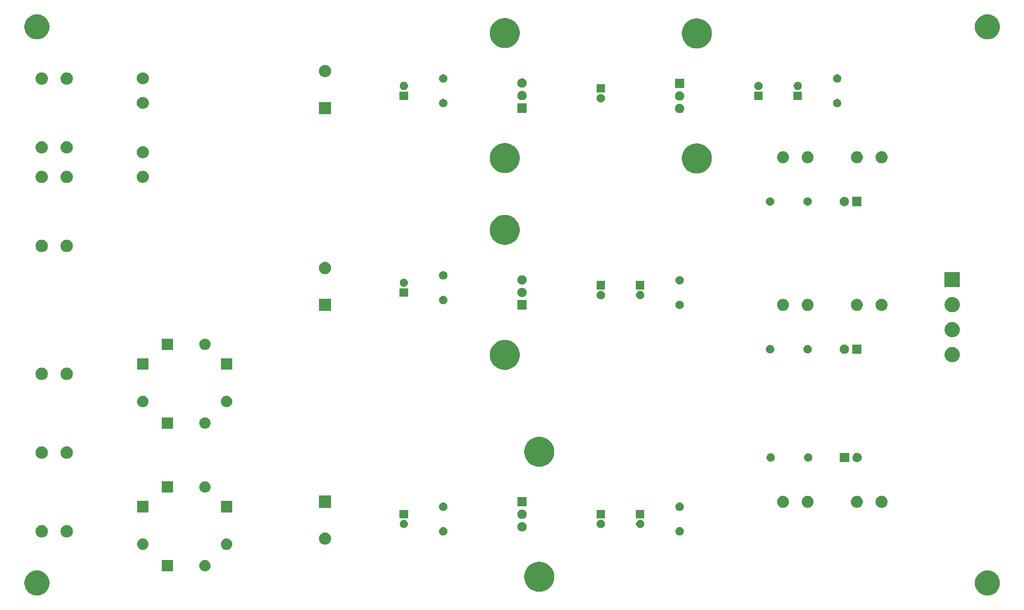
<source format=gbr>
G04 #@! TF.GenerationSoftware,KiCad,Pcbnew,9.0.0*
G04 #@! TF.CreationDate,2025-02-23T16:08:34-07:00*
G04 #@! TF.ProjectId,Power_Supply_THT,506f7765-725f-4537-9570-706c795f5448,rev?*
G04 #@! TF.SameCoordinates,Original*
G04 #@! TF.FileFunction,Soldermask,Bot*
G04 #@! TF.FilePolarity,Negative*
%FSLAX46Y46*%
G04 Gerber Fmt 4.6, Leading zero omitted, Abs format (unit mm)*
G04 Created by KiCad (PCBNEW 9.0.0) date 2025-02-23 16:08:34*
%MOMM*%
%LPD*%
G01*
G04 APERTURE LIST*
G04 APERTURE END LIST*
G36*
X3927308Y-113985043D02*
G01*
X4206207Y-114048700D01*
X4476225Y-114143183D01*
X4733967Y-114267305D01*
X4976190Y-114419504D01*
X5199850Y-114597867D01*
X5402133Y-114800150D01*
X5580496Y-115023810D01*
X5732695Y-115266033D01*
X5856817Y-115523775D01*
X5951300Y-115793793D01*
X6014957Y-116072692D01*
X6046987Y-116356964D01*
X6046987Y-116643036D01*
X6014957Y-116927308D01*
X5951300Y-117206207D01*
X5856817Y-117476225D01*
X5732695Y-117733967D01*
X5580496Y-117976190D01*
X5402133Y-118199850D01*
X5199850Y-118402133D01*
X4976190Y-118580496D01*
X4733967Y-118732695D01*
X4476225Y-118856817D01*
X4206207Y-118951300D01*
X3927308Y-119014957D01*
X3643036Y-119046987D01*
X3356964Y-119046987D01*
X3072692Y-119014957D01*
X2793793Y-118951300D01*
X2523775Y-118856817D01*
X2266033Y-118732695D01*
X2023810Y-118580496D01*
X1800150Y-118402133D01*
X1597867Y-118199850D01*
X1419504Y-117976190D01*
X1267305Y-117733967D01*
X1143183Y-117476225D01*
X1048700Y-117206207D01*
X985043Y-116927308D01*
X953013Y-116643036D01*
X953013Y-116356964D01*
X985043Y-116072692D01*
X1048700Y-115793793D01*
X1143183Y-115523775D01*
X1267305Y-115266033D01*
X1419504Y-115023810D01*
X1597867Y-114800150D01*
X1800150Y-114597867D01*
X2023810Y-114419504D01*
X2266033Y-114267305D01*
X2523775Y-114143183D01*
X2793793Y-114048700D01*
X3072692Y-113985043D01*
X3356964Y-113953013D01*
X3643036Y-113953013D01*
X3927308Y-113985043D01*
G37*
G36*
X196927308Y-113985043D02*
G01*
X197206207Y-114048700D01*
X197476225Y-114143183D01*
X197733967Y-114267305D01*
X197976190Y-114419504D01*
X198199850Y-114597867D01*
X198402133Y-114800150D01*
X198580496Y-115023810D01*
X198732695Y-115266033D01*
X198856817Y-115523775D01*
X198951300Y-115793793D01*
X199014957Y-116072692D01*
X199046987Y-116356964D01*
X199046987Y-116643036D01*
X199014957Y-116927308D01*
X198951300Y-117206207D01*
X198856817Y-117476225D01*
X198732695Y-117733967D01*
X198580496Y-117976190D01*
X198402133Y-118199850D01*
X198199850Y-118402133D01*
X197976190Y-118580496D01*
X197733967Y-118732695D01*
X197476225Y-118856817D01*
X197206207Y-118951300D01*
X196927308Y-119014957D01*
X196643036Y-119046987D01*
X196356964Y-119046987D01*
X196072692Y-119014957D01*
X195793793Y-118951300D01*
X195523775Y-118856817D01*
X195266033Y-118732695D01*
X195023810Y-118580496D01*
X194800150Y-118402133D01*
X194597867Y-118199850D01*
X194419504Y-117976190D01*
X194267305Y-117733967D01*
X194143183Y-117476225D01*
X194048700Y-117206207D01*
X193985043Y-116927308D01*
X193953013Y-116643036D01*
X193953013Y-116356964D01*
X193985043Y-116072692D01*
X194048700Y-115793793D01*
X194143183Y-115523775D01*
X194267305Y-115266033D01*
X194419504Y-115023810D01*
X194597867Y-114800150D01*
X194800150Y-114597867D01*
X195023810Y-114419504D01*
X195266033Y-114267305D01*
X195523775Y-114143183D01*
X195793793Y-114048700D01*
X196072692Y-113985043D01*
X196356964Y-113953013D01*
X196643036Y-113953013D01*
X196927308Y-113985043D01*
G37*
G36*
X106011018Y-112232364D02*
G01*
X106344553Y-112308491D01*
X106667468Y-112421484D01*
X106975701Y-112569921D01*
X107265376Y-112751936D01*
X107532850Y-112965240D01*
X107774760Y-113207150D01*
X107988064Y-113474624D01*
X108170079Y-113764299D01*
X108318516Y-114072532D01*
X108431509Y-114395447D01*
X108507636Y-114728982D01*
X108545941Y-115068944D01*
X108545941Y-115411056D01*
X108507636Y-115751018D01*
X108431509Y-116084553D01*
X108318516Y-116407468D01*
X108170079Y-116715701D01*
X107988064Y-117005376D01*
X107774760Y-117272850D01*
X107532850Y-117514760D01*
X107265376Y-117728064D01*
X106975701Y-117910079D01*
X106667468Y-118058516D01*
X106344553Y-118171509D01*
X106011018Y-118247636D01*
X105671056Y-118285941D01*
X105328944Y-118285941D01*
X104988982Y-118247636D01*
X104655447Y-118171509D01*
X104332532Y-118058516D01*
X104024299Y-117910079D01*
X103734624Y-117728064D01*
X103467150Y-117514760D01*
X103225240Y-117272850D01*
X103011936Y-117005376D01*
X102829921Y-116715701D01*
X102681484Y-116407468D01*
X102568491Y-116084553D01*
X102492364Y-115751018D01*
X102454059Y-115411056D01*
X102454059Y-115068944D01*
X102492364Y-114728982D01*
X102568491Y-114395447D01*
X102681484Y-114072532D01*
X102829921Y-113764299D01*
X103011936Y-113474624D01*
X103225240Y-113207150D01*
X103467150Y-112965240D01*
X103734624Y-112751936D01*
X104024299Y-112569921D01*
X104332532Y-112421484D01*
X104655447Y-112308491D01*
X104988982Y-112232364D01*
X105328944Y-112194059D01*
X105671056Y-112194059D01*
X106011018Y-112232364D01*
G37*
G36*
X31119517Y-111852882D02*
G01*
X31136062Y-111863938D01*
X31147118Y-111880483D01*
X31151000Y-111900000D01*
X31151000Y-114100000D01*
X31147118Y-114119517D01*
X31136062Y-114136062D01*
X31119517Y-114147118D01*
X31100000Y-114151000D01*
X28900000Y-114151000D01*
X28880483Y-114147118D01*
X28863938Y-114136062D01*
X28852882Y-114119517D01*
X28849000Y-114100000D01*
X28849000Y-111900000D01*
X28852882Y-111880483D01*
X28863938Y-111863938D01*
X28880483Y-111852882D01*
X28900000Y-111849000D01*
X31100000Y-111849000D01*
X31119517Y-111852882D01*
G37*
G36*
X37888696Y-111880802D02*
G01*
X38060469Y-111936615D01*
X38221396Y-112018611D01*
X38367515Y-112124773D01*
X38495227Y-112252485D01*
X38601389Y-112398604D01*
X38683385Y-112559531D01*
X38739198Y-112731304D01*
X38767452Y-112909694D01*
X38767452Y-113090306D01*
X38739198Y-113268696D01*
X38683385Y-113440469D01*
X38601389Y-113601396D01*
X38495227Y-113747515D01*
X38367515Y-113875227D01*
X38221396Y-113981389D01*
X38060469Y-114063385D01*
X37888696Y-114119198D01*
X37710306Y-114147452D01*
X37529694Y-114147452D01*
X37351304Y-114119198D01*
X37179531Y-114063385D01*
X37018604Y-113981389D01*
X36872485Y-113875227D01*
X36744773Y-113747515D01*
X36638611Y-113601396D01*
X36556615Y-113440469D01*
X36500802Y-113268696D01*
X36472548Y-113090306D01*
X36472548Y-112909694D01*
X36500802Y-112731304D01*
X36556615Y-112559531D01*
X36638611Y-112398604D01*
X36744773Y-112252485D01*
X36872485Y-112124773D01*
X37018604Y-112018611D01*
X37179531Y-111936615D01*
X37351304Y-111880802D01*
X37529694Y-111852548D01*
X37710306Y-111852548D01*
X37888696Y-111880802D01*
G37*
G36*
X25268696Y-107500802D02*
G01*
X25440469Y-107556615D01*
X25601396Y-107638611D01*
X25747515Y-107744773D01*
X25875227Y-107872485D01*
X25981389Y-108018604D01*
X26063385Y-108179531D01*
X26119198Y-108351304D01*
X26147452Y-108529694D01*
X26147452Y-108710306D01*
X26119198Y-108888696D01*
X26063385Y-109060469D01*
X25981389Y-109221396D01*
X25875227Y-109367515D01*
X25747515Y-109495227D01*
X25601396Y-109601389D01*
X25440469Y-109683385D01*
X25268696Y-109739198D01*
X25090306Y-109767452D01*
X24909694Y-109767452D01*
X24731304Y-109739198D01*
X24559531Y-109683385D01*
X24398604Y-109601389D01*
X24252485Y-109495227D01*
X24124773Y-109367515D01*
X24018611Y-109221396D01*
X23936615Y-109060469D01*
X23880802Y-108888696D01*
X23852548Y-108710306D01*
X23852548Y-108529694D01*
X23880802Y-108351304D01*
X23936615Y-108179531D01*
X24018611Y-108018604D01*
X24124773Y-107872485D01*
X24252485Y-107744773D01*
X24398604Y-107638611D01*
X24559531Y-107556615D01*
X24731304Y-107500802D01*
X24909694Y-107472548D01*
X25090306Y-107472548D01*
X25268696Y-107500802D01*
G37*
G36*
X42268696Y-107500802D02*
G01*
X42440469Y-107556615D01*
X42601396Y-107638611D01*
X42747515Y-107744773D01*
X42875227Y-107872485D01*
X42981389Y-108018604D01*
X43063385Y-108179531D01*
X43119198Y-108351304D01*
X43147452Y-108529694D01*
X43147452Y-108710306D01*
X43119198Y-108888696D01*
X43063385Y-109060469D01*
X42981389Y-109221396D01*
X42875227Y-109367515D01*
X42747515Y-109495227D01*
X42601396Y-109601389D01*
X42440469Y-109683385D01*
X42268696Y-109739198D01*
X42090306Y-109767452D01*
X41909694Y-109767452D01*
X41731304Y-109739198D01*
X41559531Y-109683385D01*
X41398604Y-109601389D01*
X41252485Y-109495227D01*
X41124773Y-109367515D01*
X41018611Y-109221396D01*
X40936615Y-109060469D01*
X40880802Y-108888696D01*
X40852548Y-108710306D01*
X40852548Y-108529694D01*
X40880802Y-108351304D01*
X40936615Y-108179531D01*
X41018611Y-108018604D01*
X41124773Y-107872485D01*
X41252485Y-107744773D01*
X41398604Y-107638611D01*
X41559531Y-107556615D01*
X41731304Y-107500802D01*
X41909694Y-107472548D01*
X42090306Y-107472548D01*
X42268696Y-107500802D01*
G37*
G36*
X62292040Y-106283565D02*
G01*
X62478737Y-106344227D01*
X62653646Y-106433347D01*
X62812460Y-106548732D01*
X62951268Y-106687540D01*
X63066653Y-106846354D01*
X63155773Y-107021263D01*
X63216435Y-107207960D01*
X63247144Y-107401848D01*
X63247144Y-107598152D01*
X63216435Y-107792040D01*
X63155773Y-107978737D01*
X63066653Y-108153646D01*
X62951268Y-108312460D01*
X62812460Y-108451268D01*
X62653646Y-108566653D01*
X62478737Y-108655773D01*
X62292040Y-108716435D01*
X62098152Y-108747144D01*
X61901848Y-108747144D01*
X61707960Y-108716435D01*
X61521263Y-108655773D01*
X61346354Y-108566653D01*
X61187540Y-108451268D01*
X61048732Y-108312460D01*
X60933347Y-108153646D01*
X60844227Y-107978737D01*
X60783565Y-107792040D01*
X60752856Y-107598152D01*
X60752856Y-107401848D01*
X60783565Y-107207960D01*
X60844227Y-107021263D01*
X60933347Y-106846354D01*
X61048732Y-106687540D01*
X61187540Y-106548732D01*
X61346354Y-106433347D01*
X61521263Y-106344227D01*
X61707960Y-106283565D01*
X61901848Y-106252856D01*
X62098152Y-106252856D01*
X62292040Y-106283565D01*
G37*
G36*
X4752040Y-104783565D02*
G01*
X4938737Y-104844227D01*
X5113646Y-104933347D01*
X5272460Y-105048732D01*
X5411268Y-105187540D01*
X5526653Y-105346354D01*
X5615773Y-105521263D01*
X5676435Y-105707960D01*
X5707144Y-105901848D01*
X5707144Y-106098152D01*
X5676435Y-106292040D01*
X5615773Y-106478737D01*
X5526653Y-106653646D01*
X5411268Y-106812460D01*
X5272460Y-106951268D01*
X5113646Y-107066653D01*
X4938737Y-107155773D01*
X4752040Y-107216435D01*
X4558152Y-107247144D01*
X4361848Y-107247144D01*
X4167960Y-107216435D01*
X3981263Y-107155773D01*
X3806354Y-107066653D01*
X3647540Y-106951268D01*
X3508732Y-106812460D01*
X3393347Y-106653646D01*
X3304227Y-106478737D01*
X3243565Y-106292040D01*
X3212856Y-106098152D01*
X3212856Y-105901848D01*
X3243565Y-105707960D01*
X3304227Y-105521263D01*
X3393347Y-105346354D01*
X3508732Y-105187540D01*
X3647540Y-105048732D01*
X3806354Y-104933347D01*
X3981263Y-104844227D01*
X4167960Y-104783565D01*
X4361848Y-104752856D01*
X4558152Y-104752856D01*
X4752040Y-104783565D01*
G37*
G36*
X9832040Y-104783565D02*
G01*
X10018737Y-104844227D01*
X10193646Y-104933347D01*
X10352460Y-105048732D01*
X10491268Y-105187540D01*
X10606653Y-105346354D01*
X10695773Y-105521263D01*
X10756435Y-105707960D01*
X10787144Y-105901848D01*
X10787144Y-106098152D01*
X10756435Y-106292040D01*
X10695773Y-106478737D01*
X10606653Y-106653646D01*
X10491268Y-106812460D01*
X10352460Y-106951268D01*
X10193646Y-107066653D01*
X10018737Y-107155773D01*
X9832040Y-107216435D01*
X9638152Y-107247144D01*
X9441848Y-107247144D01*
X9247960Y-107216435D01*
X9061263Y-107155773D01*
X8886354Y-107066653D01*
X8727540Y-106951268D01*
X8588732Y-106812460D01*
X8473347Y-106653646D01*
X8384227Y-106478737D01*
X8323565Y-106292040D01*
X8292856Y-106098152D01*
X8292856Y-105901848D01*
X8323565Y-105707960D01*
X8384227Y-105521263D01*
X8473347Y-105346354D01*
X8588732Y-105187540D01*
X8727540Y-105048732D01*
X8886354Y-104933347D01*
X9061263Y-104844227D01*
X9247960Y-104783565D01*
X9441848Y-104752856D01*
X9638152Y-104752856D01*
X9832040Y-104783565D01*
G37*
G36*
X86247032Y-105185644D02*
G01*
X86401159Y-105249485D01*
X86539869Y-105342168D01*
X86657832Y-105460131D01*
X86750515Y-105598841D01*
X86814356Y-105752968D01*
X86846902Y-105916587D01*
X86846902Y-106083413D01*
X86814356Y-106247032D01*
X86750515Y-106401159D01*
X86657832Y-106539869D01*
X86539869Y-106657832D01*
X86401159Y-106750515D01*
X86247032Y-106814356D01*
X86083413Y-106846902D01*
X85916587Y-106846902D01*
X85752968Y-106814356D01*
X85598841Y-106750515D01*
X85460131Y-106657832D01*
X85342168Y-106539869D01*
X85249485Y-106401159D01*
X85185644Y-106247032D01*
X85153098Y-106083413D01*
X85153098Y-105916587D01*
X85185644Y-105752968D01*
X85249485Y-105598841D01*
X85342168Y-105460131D01*
X85460131Y-105342168D01*
X85598841Y-105249485D01*
X85752968Y-105185644D01*
X85916587Y-105153098D01*
X86083413Y-105153098D01*
X86247032Y-105185644D01*
G37*
G36*
X134247032Y-105185644D02*
G01*
X134401159Y-105249485D01*
X134539869Y-105342168D01*
X134657832Y-105460131D01*
X134750515Y-105598841D01*
X134814356Y-105752968D01*
X134846902Y-105916587D01*
X134846902Y-106083413D01*
X134814356Y-106247032D01*
X134750515Y-106401159D01*
X134657832Y-106539869D01*
X134539869Y-106657832D01*
X134401159Y-106750515D01*
X134247032Y-106814356D01*
X134083413Y-106846902D01*
X133916587Y-106846902D01*
X133752968Y-106814356D01*
X133598841Y-106750515D01*
X133460131Y-106657832D01*
X133342168Y-106539869D01*
X133249485Y-106401159D01*
X133185644Y-106247032D01*
X133153098Y-106083413D01*
X133153098Y-105916587D01*
X133185644Y-105752968D01*
X133249485Y-105598841D01*
X133342168Y-105460131D01*
X133460131Y-105342168D01*
X133598841Y-105249485D01*
X133752968Y-105185644D01*
X133916587Y-105153098D01*
X134083413Y-105153098D01*
X134247032Y-105185644D01*
G37*
G36*
X102082553Y-104133579D02*
G01*
X102093214Y-104133579D01*
X102134865Y-104141864D01*
X102221916Y-104155651D01*
X102249918Y-104164749D01*
X102276061Y-104169950D01*
X102312956Y-104185232D01*
X102363784Y-104201748D01*
X102411399Y-104226009D01*
X102448298Y-104241293D01*
X102470463Y-104256103D01*
X102496693Y-104269468D01*
X102567990Y-104321268D01*
X102603308Y-104344867D01*
X102610846Y-104352405D01*
X102617370Y-104357145D01*
X102722854Y-104462629D01*
X102727593Y-104469152D01*
X102735133Y-104476692D01*
X102758734Y-104512014D01*
X102810531Y-104583306D01*
X102823894Y-104609533D01*
X102838707Y-104631702D01*
X102853993Y-104668605D01*
X102878251Y-104716215D01*
X102894764Y-104767035D01*
X102910050Y-104803939D01*
X102915251Y-104830086D01*
X102924348Y-104858083D01*
X102938134Y-104945125D01*
X102946421Y-104986786D01*
X102946421Y-104997447D01*
X102947683Y-105005415D01*
X102947683Y-105154584D01*
X102946421Y-105162551D01*
X102946421Y-105173214D01*
X102938133Y-105214877D01*
X102924348Y-105301916D01*
X102915251Y-105329910D01*
X102910050Y-105356061D01*
X102894762Y-105392968D01*
X102878251Y-105443784D01*
X102853995Y-105491388D01*
X102838707Y-105528298D01*
X102823892Y-105550470D01*
X102810531Y-105576693D01*
X102758742Y-105647973D01*
X102735133Y-105683308D01*
X102727591Y-105690849D01*
X102722854Y-105697370D01*
X102617370Y-105802854D01*
X102610849Y-105807591D01*
X102603308Y-105815133D01*
X102567973Y-105838742D01*
X102496693Y-105890531D01*
X102470470Y-105903892D01*
X102448298Y-105918707D01*
X102411388Y-105933995D01*
X102363784Y-105958251D01*
X102312968Y-105974762D01*
X102276061Y-105990050D01*
X102249910Y-105995251D01*
X102221916Y-106004348D01*
X102134875Y-106018133D01*
X102093214Y-106026421D01*
X102082553Y-106026421D01*
X102074585Y-106027683D01*
X101925415Y-106027683D01*
X101917447Y-106026421D01*
X101906786Y-106026421D01*
X101865125Y-106018134D01*
X101778083Y-106004348D01*
X101750086Y-105995251D01*
X101723939Y-105990050D01*
X101687035Y-105974764D01*
X101636215Y-105958251D01*
X101588605Y-105933993D01*
X101551702Y-105918707D01*
X101529533Y-105903894D01*
X101503306Y-105890531D01*
X101432014Y-105838734D01*
X101396692Y-105815133D01*
X101389152Y-105807593D01*
X101382629Y-105802854D01*
X101277145Y-105697370D01*
X101272405Y-105690846D01*
X101264867Y-105683308D01*
X101241268Y-105647990D01*
X101189468Y-105576693D01*
X101176103Y-105550463D01*
X101161293Y-105528298D01*
X101146009Y-105491399D01*
X101121748Y-105443784D01*
X101105232Y-105392956D01*
X101089950Y-105356061D01*
X101084749Y-105329918D01*
X101075651Y-105301916D01*
X101061864Y-105214867D01*
X101053579Y-105173214D01*
X101053579Y-105162552D01*
X101052317Y-105154584D01*
X101052317Y-105005415D01*
X101053579Y-104997446D01*
X101053579Y-104986786D01*
X101061863Y-104945136D01*
X101075651Y-104858083D01*
X101084750Y-104830078D01*
X101089950Y-104803939D01*
X101105231Y-104767046D01*
X101121748Y-104716215D01*
X101146011Y-104668595D01*
X101161293Y-104631702D01*
X101176101Y-104609539D01*
X101189468Y-104583306D01*
X101241277Y-104511996D01*
X101264867Y-104476692D01*
X101272402Y-104469156D01*
X101277145Y-104462629D01*
X101382629Y-104357145D01*
X101389156Y-104352402D01*
X101396692Y-104344867D01*
X101431996Y-104321277D01*
X101503306Y-104269468D01*
X101529539Y-104256101D01*
X101551702Y-104241293D01*
X101588595Y-104226011D01*
X101636215Y-104201748D01*
X101687046Y-104185231D01*
X101723939Y-104169950D01*
X101750078Y-104164750D01*
X101778083Y-104155651D01*
X101865136Y-104141863D01*
X101906786Y-104133579D01*
X101917447Y-104133579D01*
X101925415Y-104132317D01*
X102074585Y-104132317D01*
X102082553Y-104133579D01*
G37*
G36*
X78247032Y-103685644D02*
G01*
X78401159Y-103749485D01*
X78539869Y-103842168D01*
X78657832Y-103960131D01*
X78750515Y-104098841D01*
X78814356Y-104252968D01*
X78846902Y-104416587D01*
X78846902Y-104583413D01*
X78814356Y-104747032D01*
X78750515Y-104901159D01*
X78657832Y-105039869D01*
X78539869Y-105157832D01*
X78401159Y-105250515D01*
X78247032Y-105314356D01*
X78083413Y-105346902D01*
X77916587Y-105346902D01*
X77752968Y-105314356D01*
X77598841Y-105250515D01*
X77460131Y-105157832D01*
X77342168Y-105039869D01*
X77249485Y-104901159D01*
X77185644Y-104747032D01*
X77153098Y-104583413D01*
X77153098Y-104416587D01*
X77185644Y-104252968D01*
X77249485Y-104098841D01*
X77342168Y-103960131D01*
X77460131Y-103842168D01*
X77598841Y-103749485D01*
X77752968Y-103685644D01*
X77916587Y-103653098D01*
X78083413Y-103653098D01*
X78247032Y-103685644D01*
G37*
G36*
X118247032Y-103685644D02*
G01*
X118401159Y-103749485D01*
X118539869Y-103842168D01*
X118657832Y-103960131D01*
X118750515Y-104098841D01*
X118814356Y-104252968D01*
X118846902Y-104416587D01*
X118846902Y-104583413D01*
X118814356Y-104747032D01*
X118750515Y-104901159D01*
X118657832Y-105039869D01*
X118539869Y-105157832D01*
X118401159Y-105250515D01*
X118247032Y-105314356D01*
X118083413Y-105346902D01*
X117916587Y-105346902D01*
X117752968Y-105314356D01*
X117598841Y-105250515D01*
X117460131Y-105157832D01*
X117342168Y-105039869D01*
X117249485Y-104901159D01*
X117185644Y-104747032D01*
X117153098Y-104583413D01*
X117153098Y-104416587D01*
X117185644Y-104252968D01*
X117249485Y-104098841D01*
X117342168Y-103960131D01*
X117460131Y-103842168D01*
X117598841Y-103749485D01*
X117752968Y-103685644D01*
X117916587Y-103653098D01*
X118083413Y-103653098D01*
X118247032Y-103685644D01*
G37*
G36*
X126247032Y-103685644D02*
G01*
X126401159Y-103749485D01*
X126539869Y-103842168D01*
X126657832Y-103960131D01*
X126750515Y-104098841D01*
X126814356Y-104252968D01*
X126846902Y-104416587D01*
X126846902Y-104583413D01*
X126814356Y-104747032D01*
X126750515Y-104901159D01*
X126657832Y-105039869D01*
X126539869Y-105157832D01*
X126401159Y-105250515D01*
X126247032Y-105314356D01*
X126083413Y-105346902D01*
X125916587Y-105346902D01*
X125752968Y-105314356D01*
X125598841Y-105250515D01*
X125460131Y-105157832D01*
X125342168Y-105039869D01*
X125249485Y-104901159D01*
X125185644Y-104747032D01*
X125153098Y-104583413D01*
X125153098Y-104416587D01*
X125185644Y-104252968D01*
X125249485Y-104098841D01*
X125342168Y-103960131D01*
X125460131Y-103842168D01*
X125598841Y-103749485D01*
X125752968Y-103685644D01*
X125916587Y-103653098D01*
X126083413Y-103653098D01*
X126247032Y-103685644D01*
G37*
G36*
X102082553Y-101593579D02*
G01*
X102093214Y-101593579D01*
X102134865Y-101601864D01*
X102221916Y-101615651D01*
X102249918Y-101624749D01*
X102276061Y-101629950D01*
X102312956Y-101645232D01*
X102363784Y-101661748D01*
X102411399Y-101686009D01*
X102448298Y-101701293D01*
X102470463Y-101716103D01*
X102496693Y-101729468D01*
X102567990Y-101781268D01*
X102603308Y-101804867D01*
X102610846Y-101812405D01*
X102617370Y-101817145D01*
X102722854Y-101922629D01*
X102727593Y-101929152D01*
X102735133Y-101936692D01*
X102758734Y-101972014D01*
X102810531Y-102043306D01*
X102823894Y-102069533D01*
X102838707Y-102091702D01*
X102853993Y-102128605D01*
X102878251Y-102176215D01*
X102894764Y-102227035D01*
X102910050Y-102263939D01*
X102915251Y-102290086D01*
X102924348Y-102318083D01*
X102938134Y-102405125D01*
X102946421Y-102446786D01*
X102946421Y-102457447D01*
X102947683Y-102465415D01*
X102947683Y-102614584D01*
X102946421Y-102622551D01*
X102946421Y-102633214D01*
X102938133Y-102674877D01*
X102924348Y-102761916D01*
X102915251Y-102789910D01*
X102910050Y-102816061D01*
X102894762Y-102852968D01*
X102878251Y-102903784D01*
X102853995Y-102951388D01*
X102838707Y-102988298D01*
X102823892Y-103010470D01*
X102810531Y-103036693D01*
X102758742Y-103107973D01*
X102735133Y-103143308D01*
X102727591Y-103150849D01*
X102722854Y-103157370D01*
X102617370Y-103262854D01*
X102610849Y-103267591D01*
X102603308Y-103275133D01*
X102567973Y-103298742D01*
X102496693Y-103350531D01*
X102470470Y-103363892D01*
X102448298Y-103378707D01*
X102411388Y-103393995D01*
X102363784Y-103418251D01*
X102312968Y-103434762D01*
X102276061Y-103450050D01*
X102249910Y-103455251D01*
X102221916Y-103464348D01*
X102134875Y-103478133D01*
X102093214Y-103486421D01*
X102082553Y-103486421D01*
X102074585Y-103487683D01*
X101925415Y-103487683D01*
X101917447Y-103486421D01*
X101906786Y-103486421D01*
X101865125Y-103478134D01*
X101778083Y-103464348D01*
X101750086Y-103455251D01*
X101723939Y-103450050D01*
X101687035Y-103434764D01*
X101636215Y-103418251D01*
X101588605Y-103393993D01*
X101551702Y-103378707D01*
X101529533Y-103363894D01*
X101503306Y-103350531D01*
X101432014Y-103298734D01*
X101396692Y-103275133D01*
X101389152Y-103267593D01*
X101382629Y-103262854D01*
X101277145Y-103157370D01*
X101272405Y-103150846D01*
X101264867Y-103143308D01*
X101241268Y-103107990D01*
X101189468Y-103036693D01*
X101176103Y-103010463D01*
X101161293Y-102988298D01*
X101146009Y-102951399D01*
X101121748Y-102903784D01*
X101105232Y-102852956D01*
X101089950Y-102816061D01*
X101084749Y-102789918D01*
X101075651Y-102761916D01*
X101061864Y-102674867D01*
X101053579Y-102633214D01*
X101053579Y-102622552D01*
X101052317Y-102614584D01*
X101052317Y-102465415D01*
X101053579Y-102457446D01*
X101053579Y-102446786D01*
X101061863Y-102405136D01*
X101075651Y-102318083D01*
X101084750Y-102290078D01*
X101089950Y-102263939D01*
X101105231Y-102227046D01*
X101121748Y-102176215D01*
X101146011Y-102128595D01*
X101161293Y-102091702D01*
X101176101Y-102069539D01*
X101189468Y-102043306D01*
X101241277Y-101971996D01*
X101264867Y-101936692D01*
X101272402Y-101929156D01*
X101277145Y-101922629D01*
X101382629Y-101817145D01*
X101389156Y-101812402D01*
X101396692Y-101804867D01*
X101431996Y-101781277D01*
X101503306Y-101729468D01*
X101529539Y-101716101D01*
X101551702Y-101701293D01*
X101588595Y-101686011D01*
X101636215Y-101661748D01*
X101687046Y-101645231D01*
X101723939Y-101629950D01*
X101750078Y-101624750D01*
X101778083Y-101615651D01*
X101865136Y-101601863D01*
X101906786Y-101593579D01*
X101917447Y-101593579D01*
X101925415Y-101592317D01*
X102074585Y-101592317D01*
X102082553Y-101593579D01*
G37*
G36*
X78819517Y-101652882D02*
G01*
X78836062Y-101663938D01*
X78847118Y-101680483D01*
X78851000Y-101700000D01*
X78851000Y-103300000D01*
X78847118Y-103319517D01*
X78836062Y-103336062D01*
X78819517Y-103347118D01*
X78800000Y-103351000D01*
X77200000Y-103351000D01*
X77180483Y-103347118D01*
X77163938Y-103336062D01*
X77152882Y-103319517D01*
X77149000Y-103300000D01*
X77149000Y-101700000D01*
X77152882Y-101680483D01*
X77163938Y-101663938D01*
X77180483Y-101652882D01*
X77200000Y-101649000D01*
X78800000Y-101649000D01*
X78819517Y-101652882D01*
G37*
G36*
X118819517Y-101652882D02*
G01*
X118836062Y-101663938D01*
X118847118Y-101680483D01*
X118851000Y-101700000D01*
X118851000Y-103300000D01*
X118847118Y-103319517D01*
X118836062Y-103336062D01*
X118819517Y-103347118D01*
X118800000Y-103351000D01*
X117200000Y-103351000D01*
X117180483Y-103347118D01*
X117163938Y-103336062D01*
X117152882Y-103319517D01*
X117149000Y-103300000D01*
X117149000Y-101700000D01*
X117152882Y-101680483D01*
X117163938Y-101663938D01*
X117180483Y-101652882D01*
X117200000Y-101649000D01*
X118800000Y-101649000D01*
X118819517Y-101652882D01*
G37*
G36*
X126819517Y-101652882D02*
G01*
X126836062Y-101663938D01*
X126847118Y-101680483D01*
X126851000Y-101700000D01*
X126851000Y-103300000D01*
X126847118Y-103319517D01*
X126836062Y-103336062D01*
X126819517Y-103347118D01*
X126800000Y-103351000D01*
X125200000Y-103351000D01*
X125180483Y-103347118D01*
X125163938Y-103336062D01*
X125152882Y-103319517D01*
X125149000Y-103300000D01*
X125149000Y-101700000D01*
X125152882Y-101680483D01*
X125163938Y-101663938D01*
X125180483Y-101652882D01*
X125200000Y-101649000D01*
X126800000Y-101649000D01*
X126819517Y-101652882D01*
G37*
G36*
X26119517Y-99852882D02*
G01*
X26136062Y-99863938D01*
X26147118Y-99880483D01*
X26151000Y-99900000D01*
X26151000Y-102100000D01*
X26147118Y-102119517D01*
X26136062Y-102136062D01*
X26119517Y-102147118D01*
X26100000Y-102151000D01*
X23900000Y-102151000D01*
X23880483Y-102147118D01*
X23863938Y-102136062D01*
X23852882Y-102119517D01*
X23849000Y-102100000D01*
X23849000Y-99900000D01*
X23852882Y-99880483D01*
X23863938Y-99863938D01*
X23880483Y-99852882D01*
X23900000Y-99849000D01*
X26100000Y-99849000D01*
X26119517Y-99852882D01*
G37*
G36*
X43119517Y-99852882D02*
G01*
X43136062Y-99863938D01*
X43147118Y-99880483D01*
X43151000Y-99900000D01*
X43151000Y-102100000D01*
X43147118Y-102119517D01*
X43136062Y-102136062D01*
X43119517Y-102147118D01*
X43100000Y-102151000D01*
X40900000Y-102151000D01*
X40880483Y-102147118D01*
X40863938Y-102136062D01*
X40852882Y-102119517D01*
X40849000Y-102100000D01*
X40849000Y-99900000D01*
X40852882Y-99880483D01*
X40863938Y-99863938D01*
X40880483Y-99852882D01*
X40900000Y-99849000D01*
X43100000Y-99849000D01*
X43119517Y-99852882D01*
G37*
G36*
X86247032Y-100185644D02*
G01*
X86401159Y-100249485D01*
X86539869Y-100342168D01*
X86657832Y-100460131D01*
X86750515Y-100598841D01*
X86814356Y-100752968D01*
X86846902Y-100916587D01*
X86846902Y-101083413D01*
X86814356Y-101247032D01*
X86750515Y-101401159D01*
X86657832Y-101539869D01*
X86539869Y-101657832D01*
X86401159Y-101750515D01*
X86247032Y-101814356D01*
X86083413Y-101846902D01*
X85916587Y-101846902D01*
X85752968Y-101814356D01*
X85598841Y-101750515D01*
X85460131Y-101657832D01*
X85342168Y-101539869D01*
X85249485Y-101401159D01*
X85185644Y-101247032D01*
X85153098Y-101083413D01*
X85153098Y-100916587D01*
X85185644Y-100752968D01*
X85249485Y-100598841D01*
X85342168Y-100460131D01*
X85460131Y-100342168D01*
X85598841Y-100249485D01*
X85752968Y-100185644D01*
X85916587Y-100153098D01*
X86083413Y-100153098D01*
X86247032Y-100185644D01*
G37*
G36*
X134247032Y-100185644D02*
G01*
X134401159Y-100249485D01*
X134539869Y-100342168D01*
X134657832Y-100460131D01*
X134750515Y-100598841D01*
X134814356Y-100752968D01*
X134846902Y-100916587D01*
X134846902Y-101083413D01*
X134814356Y-101247032D01*
X134750515Y-101401159D01*
X134657832Y-101539869D01*
X134539869Y-101657832D01*
X134401159Y-101750515D01*
X134247032Y-101814356D01*
X134083413Y-101846902D01*
X133916587Y-101846902D01*
X133752968Y-101814356D01*
X133598841Y-101750515D01*
X133460131Y-101657832D01*
X133342168Y-101539869D01*
X133249485Y-101401159D01*
X133185644Y-101247032D01*
X133153098Y-101083413D01*
X133153098Y-100916587D01*
X133185644Y-100752968D01*
X133249485Y-100598841D01*
X133342168Y-100460131D01*
X133460131Y-100342168D01*
X133598841Y-100249485D01*
X133752968Y-100185644D01*
X133916587Y-100153098D01*
X134083413Y-100153098D01*
X134247032Y-100185644D01*
G37*
G36*
X63219517Y-98752882D02*
G01*
X63236062Y-98763938D01*
X63247118Y-98780483D01*
X63251000Y-98800000D01*
X63251000Y-101200000D01*
X63247118Y-101219517D01*
X63236062Y-101236062D01*
X63219517Y-101247118D01*
X63200000Y-101251000D01*
X60800000Y-101251000D01*
X60780483Y-101247118D01*
X60763938Y-101236062D01*
X60752882Y-101219517D01*
X60749000Y-101200000D01*
X60749000Y-98800000D01*
X60752882Y-98780483D01*
X60763938Y-98763938D01*
X60780483Y-98752882D01*
X60800000Y-98749000D01*
X63200000Y-98749000D01*
X63219517Y-98752882D01*
G37*
G36*
X155286204Y-98807874D02*
G01*
X155469170Y-98867324D01*
X155640583Y-98954663D01*
X155796223Y-99067742D01*
X155932258Y-99203777D01*
X156045337Y-99359417D01*
X156132676Y-99530830D01*
X156192126Y-99713796D01*
X156222221Y-99903809D01*
X156222221Y-100096191D01*
X156192126Y-100286204D01*
X156132676Y-100469170D01*
X156045337Y-100640583D01*
X155932258Y-100796223D01*
X155796223Y-100932258D01*
X155640583Y-101045337D01*
X155469170Y-101132676D01*
X155286204Y-101192126D01*
X155096191Y-101222221D01*
X154903809Y-101222221D01*
X154713796Y-101192126D01*
X154530830Y-101132676D01*
X154359417Y-101045337D01*
X154203777Y-100932258D01*
X154067742Y-100796223D01*
X153954663Y-100640583D01*
X153867324Y-100469170D01*
X153807874Y-100286204D01*
X153777779Y-100096191D01*
X153777779Y-99903809D01*
X153807874Y-99713796D01*
X153867324Y-99530830D01*
X153954663Y-99359417D01*
X154067742Y-99203777D01*
X154203777Y-99067742D01*
X154359417Y-98954663D01*
X154530830Y-98867324D01*
X154713796Y-98807874D01*
X154903809Y-98777779D01*
X155096191Y-98777779D01*
X155286204Y-98807874D01*
G37*
G36*
X160286204Y-98807874D02*
G01*
X160469170Y-98867324D01*
X160640583Y-98954663D01*
X160796223Y-99067742D01*
X160932258Y-99203777D01*
X161045337Y-99359417D01*
X161132676Y-99530830D01*
X161192126Y-99713796D01*
X161222221Y-99903809D01*
X161222221Y-100096191D01*
X161192126Y-100286204D01*
X161132676Y-100469170D01*
X161045337Y-100640583D01*
X160932258Y-100796223D01*
X160796223Y-100932258D01*
X160640583Y-101045337D01*
X160469170Y-101132676D01*
X160286204Y-101192126D01*
X160096191Y-101222221D01*
X159903809Y-101222221D01*
X159713796Y-101192126D01*
X159530830Y-101132676D01*
X159359417Y-101045337D01*
X159203777Y-100932258D01*
X159067742Y-100796223D01*
X158954663Y-100640583D01*
X158867324Y-100469170D01*
X158807874Y-100286204D01*
X158777779Y-100096191D01*
X158777779Y-99903809D01*
X158807874Y-99713796D01*
X158867324Y-99530830D01*
X158954663Y-99359417D01*
X159067742Y-99203777D01*
X159203777Y-99067742D01*
X159359417Y-98954663D01*
X159530830Y-98867324D01*
X159713796Y-98807874D01*
X159903809Y-98777779D01*
X160096191Y-98777779D01*
X160286204Y-98807874D01*
G37*
G36*
X170286204Y-98807874D02*
G01*
X170469170Y-98867324D01*
X170640583Y-98954663D01*
X170796223Y-99067742D01*
X170932258Y-99203777D01*
X171045337Y-99359417D01*
X171132676Y-99530830D01*
X171192126Y-99713796D01*
X171222221Y-99903809D01*
X171222221Y-100096191D01*
X171192126Y-100286204D01*
X171132676Y-100469170D01*
X171045337Y-100640583D01*
X170932258Y-100796223D01*
X170796223Y-100932258D01*
X170640583Y-101045337D01*
X170469170Y-101132676D01*
X170286204Y-101192126D01*
X170096191Y-101222221D01*
X169903809Y-101222221D01*
X169713796Y-101192126D01*
X169530830Y-101132676D01*
X169359417Y-101045337D01*
X169203777Y-100932258D01*
X169067742Y-100796223D01*
X168954663Y-100640583D01*
X168867324Y-100469170D01*
X168807874Y-100286204D01*
X168777779Y-100096191D01*
X168777779Y-99903809D01*
X168807874Y-99713796D01*
X168867324Y-99530830D01*
X168954663Y-99359417D01*
X169067742Y-99203777D01*
X169203777Y-99067742D01*
X169359417Y-98954663D01*
X169530830Y-98867324D01*
X169713796Y-98807874D01*
X169903809Y-98777779D01*
X170096191Y-98777779D01*
X170286204Y-98807874D01*
G37*
G36*
X175286204Y-98807874D02*
G01*
X175469170Y-98867324D01*
X175640583Y-98954663D01*
X175796223Y-99067742D01*
X175932258Y-99203777D01*
X176045337Y-99359417D01*
X176132676Y-99530830D01*
X176192126Y-99713796D01*
X176222221Y-99903809D01*
X176222221Y-100096191D01*
X176192126Y-100286204D01*
X176132676Y-100469170D01*
X176045337Y-100640583D01*
X175932258Y-100796223D01*
X175796223Y-100932258D01*
X175640583Y-101045337D01*
X175469170Y-101132676D01*
X175286204Y-101192126D01*
X175096191Y-101222221D01*
X174903809Y-101222221D01*
X174713796Y-101192126D01*
X174530830Y-101132676D01*
X174359417Y-101045337D01*
X174203777Y-100932258D01*
X174067742Y-100796223D01*
X173954663Y-100640583D01*
X173867324Y-100469170D01*
X173807874Y-100286204D01*
X173777779Y-100096191D01*
X173777779Y-99903809D01*
X173807874Y-99713796D01*
X173867324Y-99530830D01*
X173954663Y-99359417D01*
X174067742Y-99203777D01*
X174203777Y-99067742D01*
X174359417Y-98954663D01*
X174530830Y-98867324D01*
X174713796Y-98807874D01*
X174903809Y-98777779D01*
X175096191Y-98777779D01*
X175286204Y-98807874D01*
G37*
G36*
X102919517Y-99052882D02*
G01*
X102936062Y-99063938D01*
X102947118Y-99080483D01*
X102951000Y-99100000D01*
X102951000Y-100900000D01*
X102947118Y-100919517D01*
X102936062Y-100936062D01*
X102919517Y-100947118D01*
X102900000Y-100951000D01*
X101100000Y-100951000D01*
X101080483Y-100947118D01*
X101063938Y-100936062D01*
X101052882Y-100919517D01*
X101049000Y-100900000D01*
X101049000Y-99100000D01*
X101052882Y-99080483D01*
X101063938Y-99063938D01*
X101080483Y-99052882D01*
X101100000Y-99049000D01*
X102900000Y-99049000D01*
X102919517Y-99052882D01*
G37*
G36*
X31119517Y-95852882D02*
G01*
X31136062Y-95863938D01*
X31147118Y-95880483D01*
X31151000Y-95900000D01*
X31151000Y-98100000D01*
X31147118Y-98119517D01*
X31136062Y-98136062D01*
X31119517Y-98147118D01*
X31100000Y-98151000D01*
X28900000Y-98151000D01*
X28880483Y-98147118D01*
X28863938Y-98136062D01*
X28852882Y-98119517D01*
X28849000Y-98100000D01*
X28849000Y-95900000D01*
X28852882Y-95880483D01*
X28863938Y-95863938D01*
X28880483Y-95852882D01*
X28900000Y-95849000D01*
X31100000Y-95849000D01*
X31119517Y-95852882D01*
G37*
G36*
X37888696Y-95880802D02*
G01*
X38060469Y-95936615D01*
X38221396Y-96018611D01*
X38367515Y-96124773D01*
X38495227Y-96252485D01*
X38601389Y-96398604D01*
X38683385Y-96559531D01*
X38739198Y-96731304D01*
X38767452Y-96909694D01*
X38767452Y-97090306D01*
X38739198Y-97268696D01*
X38683385Y-97440469D01*
X38601389Y-97601396D01*
X38495227Y-97747515D01*
X38367515Y-97875227D01*
X38221396Y-97981389D01*
X38060469Y-98063385D01*
X37888696Y-98119198D01*
X37710306Y-98147452D01*
X37529694Y-98147452D01*
X37351304Y-98119198D01*
X37179531Y-98063385D01*
X37018604Y-97981389D01*
X36872485Y-97875227D01*
X36744773Y-97747515D01*
X36638611Y-97601396D01*
X36556615Y-97440469D01*
X36500802Y-97268696D01*
X36472548Y-97090306D01*
X36472548Y-96909694D01*
X36500802Y-96731304D01*
X36556615Y-96559531D01*
X36638611Y-96398604D01*
X36744773Y-96252485D01*
X36872485Y-96124773D01*
X37018604Y-96018611D01*
X37179531Y-95936615D01*
X37351304Y-95880802D01*
X37529694Y-95852548D01*
X37710306Y-95852548D01*
X37888696Y-95880802D01*
G37*
G36*
X106011018Y-86832364D02*
G01*
X106344553Y-86908491D01*
X106667468Y-87021484D01*
X106975701Y-87169921D01*
X107265376Y-87351936D01*
X107532850Y-87565240D01*
X107774760Y-87807150D01*
X107988064Y-88074624D01*
X108170079Y-88364299D01*
X108318516Y-88672532D01*
X108431509Y-88995447D01*
X108507636Y-89328982D01*
X108545941Y-89668944D01*
X108545941Y-90011056D01*
X108507636Y-90351018D01*
X108431509Y-90684553D01*
X108318516Y-91007468D01*
X108170079Y-91315701D01*
X107988064Y-91605376D01*
X107774760Y-91872850D01*
X107532850Y-92114760D01*
X107265376Y-92328064D01*
X106975701Y-92510079D01*
X106667468Y-92658516D01*
X106344553Y-92771509D01*
X106011018Y-92847636D01*
X105671056Y-92885941D01*
X105328944Y-92885941D01*
X104988982Y-92847636D01*
X104655447Y-92771509D01*
X104332532Y-92658516D01*
X104024299Y-92510079D01*
X103734624Y-92328064D01*
X103467150Y-92114760D01*
X103225240Y-91872850D01*
X103011936Y-91605376D01*
X102829921Y-91315701D01*
X102681484Y-91007468D01*
X102568491Y-90684553D01*
X102492364Y-90351018D01*
X102454059Y-90011056D01*
X102454059Y-89668944D01*
X102492364Y-89328982D01*
X102568491Y-88995447D01*
X102681484Y-88672532D01*
X102829921Y-88364299D01*
X103011936Y-88074624D01*
X103225240Y-87807150D01*
X103467150Y-87565240D01*
X103734624Y-87351936D01*
X104024299Y-87169921D01*
X104332532Y-87021484D01*
X104655447Y-86908491D01*
X104988982Y-86832364D01*
X105328944Y-86794059D01*
X105671056Y-86794059D01*
X106011018Y-86832364D01*
G37*
G36*
X168419517Y-90052882D02*
G01*
X168436062Y-90063938D01*
X168447118Y-90080483D01*
X168451000Y-90100000D01*
X168451000Y-91900000D01*
X168447118Y-91919517D01*
X168436062Y-91936062D01*
X168419517Y-91947118D01*
X168400000Y-91951000D01*
X166600000Y-91951000D01*
X166580483Y-91947118D01*
X166563938Y-91936062D01*
X166552882Y-91919517D01*
X166549000Y-91900000D01*
X166549000Y-90100000D01*
X166552882Y-90080483D01*
X166563938Y-90063938D01*
X166580483Y-90052882D01*
X166600000Y-90049000D01*
X168400000Y-90049000D01*
X168419517Y-90052882D01*
G37*
G36*
X170122553Y-90053579D02*
G01*
X170133214Y-90053579D01*
X170174865Y-90061864D01*
X170261916Y-90075651D01*
X170289918Y-90084749D01*
X170316061Y-90089950D01*
X170352956Y-90105232D01*
X170403784Y-90121748D01*
X170451399Y-90146009D01*
X170488298Y-90161293D01*
X170510463Y-90176103D01*
X170536693Y-90189468D01*
X170607990Y-90241268D01*
X170643308Y-90264867D01*
X170650846Y-90272405D01*
X170657370Y-90277145D01*
X170762854Y-90382629D01*
X170767593Y-90389152D01*
X170775133Y-90396692D01*
X170798734Y-90432014D01*
X170850531Y-90503306D01*
X170863894Y-90529533D01*
X170878707Y-90551702D01*
X170893993Y-90588605D01*
X170918251Y-90636215D01*
X170934764Y-90687035D01*
X170950050Y-90723939D01*
X170955251Y-90750086D01*
X170964348Y-90778083D01*
X170978134Y-90865125D01*
X170986421Y-90906786D01*
X170986421Y-90917447D01*
X170987683Y-90925415D01*
X170987683Y-91074584D01*
X170986421Y-91082551D01*
X170986421Y-91093214D01*
X170978133Y-91134877D01*
X170964348Y-91221916D01*
X170955251Y-91249910D01*
X170950050Y-91276061D01*
X170934762Y-91312968D01*
X170918251Y-91363784D01*
X170893995Y-91411388D01*
X170878707Y-91448298D01*
X170863892Y-91470470D01*
X170850531Y-91496693D01*
X170798742Y-91567973D01*
X170775133Y-91603308D01*
X170767591Y-91610849D01*
X170762854Y-91617370D01*
X170657370Y-91722854D01*
X170650849Y-91727591D01*
X170643308Y-91735133D01*
X170607973Y-91758742D01*
X170536693Y-91810531D01*
X170510470Y-91823892D01*
X170488298Y-91838707D01*
X170451388Y-91853995D01*
X170403784Y-91878251D01*
X170352968Y-91894762D01*
X170316061Y-91910050D01*
X170289910Y-91915251D01*
X170261916Y-91924348D01*
X170174875Y-91938133D01*
X170133214Y-91946421D01*
X170122553Y-91946421D01*
X170114585Y-91947683D01*
X169965415Y-91947683D01*
X169957447Y-91946421D01*
X169946786Y-91946421D01*
X169905125Y-91938134D01*
X169818083Y-91924348D01*
X169790086Y-91915251D01*
X169763939Y-91910050D01*
X169727035Y-91894764D01*
X169676215Y-91878251D01*
X169628605Y-91853993D01*
X169591702Y-91838707D01*
X169569533Y-91823894D01*
X169543306Y-91810531D01*
X169472014Y-91758734D01*
X169436692Y-91735133D01*
X169429152Y-91727593D01*
X169422629Y-91722854D01*
X169317145Y-91617370D01*
X169312405Y-91610846D01*
X169304867Y-91603308D01*
X169281268Y-91567990D01*
X169229468Y-91496693D01*
X169216103Y-91470463D01*
X169201293Y-91448298D01*
X169186009Y-91411399D01*
X169161748Y-91363784D01*
X169145232Y-91312956D01*
X169129950Y-91276061D01*
X169124749Y-91249918D01*
X169115651Y-91221916D01*
X169101864Y-91134867D01*
X169093579Y-91093214D01*
X169093579Y-91082552D01*
X169092317Y-91074584D01*
X169092317Y-90925415D01*
X169093579Y-90917446D01*
X169093579Y-90906786D01*
X169101863Y-90865136D01*
X169115651Y-90778083D01*
X169124750Y-90750078D01*
X169129950Y-90723939D01*
X169145231Y-90687046D01*
X169161748Y-90636215D01*
X169186011Y-90588595D01*
X169201293Y-90551702D01*
X169216101Y-90529539D01*
X169229468Y-90503306D01*
X169281277Y-90431996D01*
X169304867Y-90396692D01*
X169312402Y-90389156D01*
X169317145Y-90382629D01*
X169422629Y-90277145D01*
X169429156Y-90272402D01*
X169436692Y-90264867D01*
X169471996Y-90241277D01*
X169543306Y-90189468D01*
X169569539Y-90176101D01*
X169591702Y-90161293D01*
X169628595Y-90146011D01*
X169676215Y-90121748D01*
X169727046Y-90105231D01*
X169763939Y-90089950D01*
X169790078Y-90084750D01*
X169818083Y-90075651D01*
X169905136Y-90061863D01*
X169946786Y-90053579D01*
X169957447Y-90053579D01*
X169965415Y-90052317D01*
X170114585Y-90052317D01*
X170122553Y-90053579D01*
G37*
G36*
X152747032Y-90185644D02*
G01*
X152901159Y-90249485D01*
X153039869Y-90342168D01*
X153157832Y-90460131D01*
X153250515Y-90598841D01*
X153314356Y-90752968D01*
X153346902Y-90916587D01*
X153346902Y-91083413D01*
X153314356Y-91247032D01*
X153250515Y-91401159D01*
X153157832Y-91539869D01*
X153039869Y-91657832D01*
X152901159Y-91750515D01*
X152747032Y-91814356D01*
X152583413Y-91846902D01*
X152416587Y-91846902D01*
X152252968Y-91814356D01*
X152098841Y-91750515D01*
X151960131Y-91657832D01*
X151842168Y-91539869D01*
X151749485Y-91401159D01*
X151685644Y-91247032D01*
X151653098Y-91083413D01*
X151653098Y-90916587D01*
X151685644Y-90752968D01*
X151749485Y-90598841D01*
X151842168Y-90460131D01*
X151960131Y-90342168D01*
X152098841Y-90249485D01*
X152252968Y-90185644D01*
X152416587Y-90153098D01*
X152583413Y-90153098D01*
X152747032Y-90185644D01*
G37*
G36*
X160367032Y-90185644D02*
G01*
X160521159Y-90249485D01*
X160659869Y-90342168D01*
X160777832Y-90460131D01*
X160870515Y-90598841D01*
X160934356Y-90752968D01*
X160966902Y-90916587D01*
X160966902Y-91083413D01*
X160934356Y-91247032D01*
X160870515Y-91401159D01*
X160777832Y-91539869D01*
X160659869Y-91657832D01*
X160521159Y-91750515D01*
X160367032Y-91814356D01*
X160203413Y-91846902D01*
X160036587Y-91846902D01*
X159872968Y-91814356D01*
X159718841Y-91750515D01*
X159580131Y-91657832D01*
X159462168Y-91539869D01*
X159369485Y-91401159D01*
X159305644Y-91247032D01*
X159273098Y-91083413D01*
X159273098Y-90916587D01*
X159305644Y-90752968D01*
X159369485Y-90598841D01*
X159462168Y-90460131D01*
X159580131Y-90342168D01*
X159718841Y-90249485D01*
X159872968Y-90185644D01*
X160036587Y-90153098D01*
X160203413Y-90153098D01*
X160367032Y-90185644D01*
G37*
G36*
X4752040Y-88783565D02*
G01*
X4938737Y-88844227D01*
X5113646Y-88933347D01*
X5272460Y-89048732D01*
X5411268Y-89187540D01*
X5526653Y-89346354D01*
X5615773Y-89521263D01*
X5676435Y-89707960D01*
X5707144Y-89901848D01*
X5707144Y-90098152D01*
X5676435Y-90292040D01*
X5615773Y-90478737D01*
X5526653Y-90653646D01*
X5411268Y-90812460D01*
X5272460Y-90951268D01*
X5113646Y-91066653D01*
X4938737Y-91155773D01*
X4752040Y-91216435D01*
X4558152Y-91247144D01*
X4361848Y-91247144D01*
X4167960Y-91216435D01*
X3981263Y-91155773D01*
X3806354Y-91066653D01*
X3647540Y-90951268D01*
X3508732Y-90812460D01*
X3393347Y-90653646D01*
X3304227Y-90478737D01*
X3243565Y-90292040D01*
X3212856Y-90098152D01*
X3212856Y-89901848D01*
X3243565Y-89707960D01*
X3304227Y-89521263D01*
X3393347Y-89346354D01*
X3508732Y-89187540D01*
X3647540Y-89048732D01*
X3806354Y-88933347D01*
X3981263Y-88844227D01*
X4167960Y-88783565D01*
X4361848Y-88752856D01*
X4558152Y-88752856D01*
X4752040Y-88783565D01*
G37*
G36*
X9832040Y-88783565D02*
G01*
X10018737Y-88844227D01*
X10193646Y-88933347D01*
X10352460Y-89048732D01*
X10491268Y-89187540D01*
X10606653Y-89346354D01*
X10695773Y-89521263D01*
X10756435Y-89707960D01*
X10787144Y-89901848D01*
X10787144Y-90098152D01*
X10756435Y-90292040D01*
X10695773Y-90478737D01*
X10606653Y-90653646D01*
X10491268Y-90812460D01*
X10352460Y-90951268D01*
X10193646Y-91066653D01*
X10018737Y-91155773D01*
X9832040Y-91216435D01*
X9638152Y-91247144D01*
X9441848Y-91247144D01*
X9247960Y-91216435D01*
X9061263Y-91155773D01*
X8886354Y-91066653D01*
X8727540Y-90951268D01*
X8588732Y-90812460D01*
X8473347Y-90653646D01*
X8384227Y-90478737D01*
X8323565Y-90292040D01*
X8292856Y-90098152D01*
X8292856Y-89901848D01*
X8323565Y-89707960D01*
X8384227Y-89521263D01*
X8473347Y-89346354D01*
X8588732Y-89187540D01*
X8727540Y-89048732D01*
X8886354Y-88933347D01*
X9061263Y-88844227D01*
X9247960Y-88783565D01*
X9441848Y-88752856D01*
X9638152Y-88752856D01*
X9832040Y-88783565D01*
G37*
G36*
X31119517Y-82852882D02*
G01*
X31136062Y-82863938D01*
X31147118Y-82880483D01*
X31151000Y-82900000D01*
X31151000Y-85100000D01*
X31147118Y-85119517D01*
X31136062Y-85136062D01*
X31119517Y-85147118D01*
X31100000Y-85151000D01*
X28900000Y-85151000D01*
X28880483Y-85147118D01*
X28863938Y-85136062D01*
X28852882Y-85119517D01*
X28849000Y-85100000D01*
X28849000Y-82900000D01*
X28852882Y-82880483D01*
X28863938Y-82863938D01*
X28880483Y-82852882D01*
X28900000Y-82849000D01*
X31100000Y-82849000D01*
X31119517Y-82852882D01*
G37*
G36*
X37888696Y-82880802D02*
G01*
X38060469Y-82936615D01*
X38221396Y-83018611D01*
X38367515Y-83124773D01*
X38495227Y-83252485D01*
X38601389Y-83398604D01*
X38683385Y-83559531D01*
X38739198Y-83731304D01*
X38767452Y-83909694D01*
X38767452Y-84090306D01*
X38739198Y-84268696D01*
X38683385Y-84440469D01*
X38601389Y-84601396D01*
X38495227Y-84747515D01*
X38367515Y-84875227D01*
X38221396Y-84981389D01*
X38060469Y-85063385D01*
X37888696Y-85119198D01*
X37710306Y-85147452D01*
X37529694Y-85147452D01*
X37351304Y-85119198D01*
X37179531Y-85063385D01*
X37018604Y-84981389D01*
X36872485Y-84875227D01*
X36744773Y-84747515D01*
X36638611Y-84601396D01*
X36556615Y-84440469D01*
X36500802Y-84268696D01*
X36472548Y-84090306D01*
X36472548Y-83909694D01*
X36500802Y-83731304D01*
X36556615Y-83559531D01*
X36638611Y-83398604D01*
X36744773Y-83252485D01*
X36872485Y-83124773D01*
X37018604Y-83018611D01*
X37179531Y-82936615D01*
X37351304Y-82880802D01*
X37529694Y-82852548D01*
X37710306Y-82852548D01*
X37888696Y-82880802D01*
G37*
G36*
X25268696Y-78500802D02*
G01*
X25440469Y-78556615D01*
X25601396Y-78638611D01*
X25747515Y-78744773D01*
X25875227Y-78872485D01*
X25981389Y-79018604D01*
X26063385Y-79179531D01*
X26119198Y-79351304D01*
X26147452Y-79529694D01*
X26147452Y-79710306D01*
X26119198Y-79888696D01*
X26063385Y-80060469D01*
X25981389Y-80221396D01*
X25875227Y-80367515D01*
X25747515Y-80495227D01*
X25601396Y-80601389D01*
X25440469Y-80683385D01*
X25268696Y-80739198D01*
X25090306Y-80767452D01*
X24909694Y-80767452D01*
X24731304Y-80739198D01*
X24559531Y-80683385D01*
X24398604Y-80601389D01*
X24252485Y-80495227D01*
X24124773Y-80367515D01*
X24018611Y-80221396D01*
X23936615Y-80060469D01*
X23880802Y-79888696D01*
X23852548Y-79710306D01*
X23852548Y-79529694D01*
X23880802Y-79351304D01*
X23936615Y-79179531D01*
X24018611Y-79018604D01*
X24124773Y-78872485D01*
X24252485Y-78744773D01*
X24398604Y-78638611D01*
X24559531Y-78556615D01*
X24731304Y-78500802D01*
X24909694Y-78472548D01*
X25090306Y-78472548D01*
X25268696Y-78500802D01*
G37*
G36*
X42268696Y-78500802D02*
G01*
X42440469Y-78556615D01*
X42601396Y-78638611D01*
X42747515Y-78744773D01*
X42875227Y-78872485D01*
X42981389Y-79018604D01*
X43063385Y-79179531D01*
X43119198Y-79351304D01*
X43147452Y-79529694D01*
X43147452Y-79710306D01*
X43119198Y-79888696D01*
X43063385Y-80060469D01*
X42981389Y-80221396D01*
X42875227Y-80367515D01*
X42747515Y-80495227D01*
X42601396Y-80601389D01*
X42440469Y-80683385D01*
X42268696Y-80739198D01*
X42090306Y-80767452D01*
X41909694Y-80767452D01*
X41731304Y-80739198D01*
X41559531Y-80683385D01*
X41398604Y-80601389D01*
X41252485Y-80495227D01*
X41124773Y-80367515D01*
X41018611Y-80221396D01*
X40936615Y-80060469D01*
X40880802Y-79888696D01*
X40852548Y-79710306D01*
X40852548Y-79529694D01*
X40880802Y-79351304D01*
X40936615Y-79179531D01*
X41018611Y-79018604D01*
X41124773Y-78872485D01*
X41252485Y-78744773D01*
X41398604Y-78638611D01*
X41559531Y-78556615D01*
X41731304Y-78500802D01*
X41909694Y-78472548D01*
X42090306Y-78472548D01*
X42268696Y-78500802D01*
G37*
G36*
X4752040Y-72783565D02*
G01*
X4938737Y-72844227D01*
X5113646Y-72933347D01*
X5272460Y-73048732D01*
X5411268Y-73187540D01*
X5526653Y-73346354D01*
X5615773Y-73521263D01*
X5676435Y-73707960D01*
X5707144Y-73901848D01*
X5707144Y-74098152D01*
X5676435Y-74292040D01*
X5615773Y-74478737D01*
X5526653Y-74653646D01*
X5411268Y-74812460D01*
X5272460Y-74951268D01*
X5113646Y-75066653D01*
X4938737Y-75155773D01*
X4752040Y-75216435D01*
X4558152Y-75247144D01*
X4361848Y-75247144D01*
X4167960Y-75216435D01*
X3981263Y-75155773D01*
X3806354Y-75066653D01*
X3647540Y-74951268D01*
X3508732Y-74812460D01*
X3393347Y-74653646D01*
X3304227Y-74478737D01*
X3243565Y-74292040D01*
X3212856Y-74098152D01*
X3212856Y-73901848D01*
X3243565Y-73707960D01*
X3304227Y-73521263D01*
X3393347Y-73346354D01*
X3508732Y-73187540D01*
X3647540Y-73048732D01*
X3806354Y-72933347D01*
X3981263Y-72844227D01*
X4167960Y-72783565D01*
X4361848Y-72752856D01*
X4558152Y-72752856D01*
X4752040Y-72783565D01*
G37*
G36*
X9832040Y-72783565D02*
G01*
X10018737Y-72844227D01*
X10193646Y-72933347D01*
X10352460Y-73048732D01*
X10491268Y-73187540D01*
X10606653Y-73346354D01*
X10695773Y-73521263D01*
X10756435Y-73707960D01*
X10787144Y-73901848D01*
X10787144Y-74098152D01*
X10756435Y-74292040D01*
X10695773Y-74478737D01*
X10606653Y-74653646D01*
X10491268Y-74812460D01*
X10352460Y-74951268D01*
X10193646Y-75066653D01*
X10018737Y-75155773D01*
X9832040Y-75216435D01*
X9638152Y-75247144D01*
X9441848Y-75247144D01*
X9247960Y-75216435D01*
X9061263Y-75155773D01*
X8886354Y-75066653D01*
X8727540Y-74951268D01*
X8588732Y-74812460D01*
X8473347Y-74653646D01*
X8384227Y-74478737D01*
X8323565Y-74292040D01*
X8292856Y-74098152D01*
X8292856Y-73901848D01*
X8323565Y-73707960D01*
X8384227Y-73521263D01*
X8473347Y-73346354D01*
X8588732Y-73187540D01*
X8727540Y-73048732D01*
X8886354Y-72933347D01*
X9061263Y-72844227D01*
X9247960Y-72783565D01*
X9441848Y-72752856D01*
X9638152Y-72752856D01*
X9832040Y-72783565D01*
G37*
G36*
X99011018Y-67152364D02*
G01*
X99344553Y-67228491D01*
X99667468Y-67341484D01*
X99975701Y-67489921D01*
X100265376Y-67671936D01*
X100532850Y-67885240D01*
X100774760Y-68127150D01*
X100988064Y-68394624D01*
X101170079Y-68684299D01*
X101318516Y-68992532D01*
X101431509Y-69315447D01*
X101507636Y-69648982D01*
X101545941Y-69988944D01*
X101545941Y-70331056D01*
X101507636Y-70671018D01*
X101431509Y-71004553D01*
X101318516Y-71327468D01*
X101170079Y-71635701D01*
X100988064Y-71925376D01*
X100774760Y-72192850D01*
X100532850Y-72434760D01*
X100265376Y-72648064D01*
X99975701Y-72830079D01*
X99667468Y-72978516D01*
X99344553Y-73091509D01*
X99011018Y-73167636D01*
X98671056Y-73205941D01*
X98328944Y-73205941D01*
X97988982Y-73167636D01*
X97655447Y-73091509D01*
X97332532Y-72978516D01*
X97024299Y-72830079D01*
X96734624Y-72648064D01*
X96467150Y-72434760D01*
X96225240Y-72192850D01*
X96011936Y-71925376D01*
X95829921Y-71635701D01*
X95681484Y-71327468D01*
X95568491Y-71004553D01*
X95492364Y-70671018D01*
X95454059Y-70331056D01*
X95454059Y-69988944D01*
X95492364Y-69648982D01*
X95568491Y-69315447D01*
X95681484Y-68992532D01*
X95829921Y-68684299D01*
X96011936Y-68394624D01*
X96225240Y-68127150D01*
X96467150Y-67885240D01*
X96734624Y-67671936D01*
X97024299Y-67489921D01*
X97332532Y-67341484D01*
X97655447Y-67228491D01*
X97988982Y-67152364D01*
X98328944Y-67114059D01*
X98671056Y-67114059D01*
X99011018Y-67152364D01*
G37*
G36*
X26119517Y-70852882D02*
G01*
X26136062Y-70863938D01*
X26147118Y-70880483D01*
X26151000Y-70900000D01*
X26151000Y-73100000D01*
X26147118Y-73119517D01*
X26136062Y-73136062D01*
X26119517Y-73147118D01*
X26100000Y-73151000D01*
X23900000Y-73151000D01*
X23880483Y-73147118D01*
X23863938Y-73136062D01*
X23852882Y-73119517D01*
X23849000Y-73100000D01*
X23849000Y-70900000D01*
X23852882Y-70880483D01*
X23863938Y-70863938D01*
X23880483Y-70852882D01*
X23900000Y-70849000D01*
X26100000Y-70849000D01*
X26119517Y-70852882D01*
G37*
G36*
X43119517Y-70852882D02*
G01*
X43136062Y-70863938D01*
X43147118Y-70880483D01*
X43151000Y-70900000D01*
X43151000Y-73100000D01*
X43147118Y-73119517D01*
X43136062Y-73136062D01*
X43119517Y-73147118D01*
X43100000Y-73151000D01*
X40900000Y-73151000D01*
X40880483Y-73147118D01*
X40863938Y-73136062D01*
X40852882Y-73119517D01*
X40849000Y-73100000D01*
X40849000Y-70900000D01*
X40852882Y-70880483D01*
X40863938Y-70863938D01*
X40880483Y-70852882D01*
X40900000Y-70849000D01*
X43100000Y-70849000D01*
X43119517Y-70852882D01*
G37*
G36*
X189467482Y-68557781D02*
G01*
X189478690Y-68557781D01*
X189533888Y-68566523D01*
X189659534Y-68583065D01*
X189690189Y-68591279D01*
X189719074Y-68595854D01*
X189774620Y-68613902D01*
X189855467Y-68635565D01*
X189907050Y-68656931D01*
X189950542Y-68671063D01*
X189991286Y-68691823D01*
X190042870Y-68713190D01*
X190115353Y-68755038D01*
X190167395Y-68781555D01*
X190191055Y-68798745D01*
X190218539Y-68814613D01*
X190319074Y-68891756D01*
X190364294Y-68924610D01*
X190372219Y-68932535D01*
X190379466Y-68938096D01*
X190522903Y-69081533D01*
X190528463Y-69088779D01*
X190536390Y-69096706D01*
X190569247Y-69141930D01*
X190646386Y-69242460D01*
X190662252Y-69269941D01*
X190679445Y-69293605D01*
X190705964Y-69345652D01*
X190747809Y-69418129D01*
X190769173Y-69469706D01*
X190789937Y-69510458D01*
X190804070Y-69553955D01*
X190825434Y-69605532D01*
X190847093Y-69686366D01*
X190865146Y-69741926D01*
X190869721Y-69770816D01*
X190877934Y-69801465D01*
X190894474Y-69927099D01*
X190903219Y-69982310D01*
X190903219Y-69993518D01*
X190904412Y-70002580D01*
X190904412Y-70205419D01*
X190903219Y-70214480D01*
X190903219Y-70225690D01*
X190894473Y-70280905D01*
X190877934Y-70406534D01*
X190869722Y-70437180D01*
X190865146Y-70466074D01*
X190847091Y-70521638D01*
X190825434Y-70602467D01*
X190804071Y-70654039D01*
X190789937Y-70697542D01*
X190769171Y-70738297D01*
X190747809Y-70789870D01*
X190705968Y-70862338D01*
X190679445Y-70914395D01*
X190662249Y-70938062D01*
X190646386Y-70965539D01*
X190569261Y-71066050D01*
X190536390Y-71111294D01*
X190528459Y-71119224D01*
X190522903Y-71126466D01*
X190379466Y-71269903D01*
X190372224Y-71275459D01*
X190364294Y-71283390D01*
X190319050Y-71316261D01*
X190218539Y-71393386D01*
X190191062Y-71409249D01*
X190167395Y-71426445D01*
X190115338Y-71452968D01*
X190042870Y-71494809D01*
X189991297Y-71516171D01*
X189950542Y-71536937D01*
X189907039Y-71551071D01*
X189855467Y-71572434D01*
X189774638Y-71594091D01*
X189719074Y-71612146D01*
X189690180Y-71616722D01*
X189659534Y-71624934D01*
X189533902Y-71641474D01*
X189478690Y-71650219D01*
X189467481Y-71650219D01*
X189458420Y-71651412D01*
X189255580Y-71651412D01*
X189246519Y-71650219D01*
X189235310Y-71650219D01*
X189180099Y-71641474D01*
X189054465Y-71624934D01*
X189023816Y-71616721D01*
X188994926Y-71612146D01*
X188939366Y-71594093D01*
X188858532Y-71572434D01*
X188806955Y-71551070D01*
X188763458Y-71536937D01*
X188722706Y-71516173D01*
X188671129Y-71494809D01*
X188598652Y-71452964D01*
X188546605Y-71426445D01*
X188522941Y-71409252D01*
X188495460Y-71393386D01*
X188394930Y-71316247D01*
X188349706Y-71283390D01*
X188341779Y-71275463D01*
X188334533Y-71269903D01*
X188191096Y-71126466D01*
X188185535Y-71119219D01*
X188177610Y-71111294D01*
X188144756Y-71066074D01*
X188067613Y-70965539D01*
X188051745Y-70938055D01*
X188034555Y-70914395D01*
X188008038Y-70862353D01*
X187966190Y-70789870D01*
X187944823Y-70738286D01*
X187924063Y-70697542D01*
X187909931Y-70654050D01*
X187888565Y-70602467D01*
X187866902Y-70521620D01*
X187848854Y-70466074D01*
X187844279Y-70437189D01*
X187836065Y-70406534D01*
X187819524Y-70280891D01*
X187810781Y-70225690D01*
X187810781Y-70214480D01*
X187809588Y-70205419D01*
X187809588Y-70002580D01*
X187810781Y-69993518D01*
X187810781Y-69982310D01*
X187819523Y-69927113D01*
X187836065Y-69801465D01*
X187844279Y-69770807D01*
X187848854Y-69741926D01*
X187866900Y-69686383D01*
X187888565Y-69605532D01*
X187909933Y-69553944D01*
X187924063Y-69510458D01*
X187944821Y-69469717D01*
X187966190Y-69418129D01*
X188008042Y-69345637D01*
X188034555Y-69293605D01*
X188051742Y-69269948D01*
X188067613Y-69242460D01*
X188144770Y-69141906D01*
X188177610Y-69096706D01*
X188185532Y-69088783D01*
X188191096Y-69081533D01*
X188334533Y-68938096D01*
X188341783Y-68932532D01*
X188349706Y-68924610D01*
X188394906Y-68891770D01*
X188495460Y-68814613D01*
X188522948Y-68798742D01*
X188546605Y-68781555D01*
X188598637Y-68755042D01*
X188671129Y-68713190D01*
X188722717Y-68691821D01*
X188763458Y-68671063D01*
X188806944Y-68656933D01*
X188858532Y-68635565D01*
X188939383Y-68613900D01*
X188994926Y-68595854D01*
X189023807Y-68591279D01*
X189054465Y-68583065D01*
X189180113Y-68566523D01*
X189235310Y-68557781D01*
X189246518Y-68557781D01*
X189255580Y-68556588D01*
X189458420Y-68556588D01*
X189467482Y-68557781D01*
G37*
G36*
X170919517Y-68052882D02*
G01*
X170936062Y-68063938D01*
X170947118Y-68080483D01*
X170951000Y-68100000D01*
X170951000Y-69900000D01*
X170947118Y-69919517D01*
X170936062Y-69936062D01*
X170919517Y-69947118D01*
X170900000Y-69951000D01*
X169100000Y-69951000D01*
X169080483Y-69947118D01*
X169063938Y-69936062D01*
X169052882Y-69919517D01*
X169049000Y-69900000D01*
X169049000Y-68100000D01*
X169052882Y-68080483D01*
X169063938Y-68063938D01*
X169080483Y-68052882D01*
X169100000Y-68049000D01*
X170900000Y-68049000D01*
X170919517Y-68052882D01*
G37*
G36*
X167542553Y-68053579D02*
G01*
X167553214Y-68053579D01*
X167594865Y-68061864D01*
X167681916Y-68075651D01*
X167709918Y-68084749D01*
X167736061Y-68089950D01*
X167772956Y-68105232D01*
X167823784Y-68121748D01*
X167871399Y-68146009D01*
X167908298Y-68161293D01*
X167930463Y-68176103D01*
X167956693Y-68189468D01*
X168027990Y-68241268D01*
X168063308Y-68264867D01*
X168070846Y-68272405D01*
X168077370Y-68277145D01*
X168182854Y-68382629D01*
X168187593Y-68389152D01*
X168195133Y-68396692D01*
X168218734Y-68432014D01*
X168270531Y-68503306D01*
X168283894Y-68529533D01*
X168298707Y-68551702D01*
X168313993Y-68588605D01*
X168338251Y-68636215D01*
X168354764Y-68687035D01*
X168370050Y-68723939D01*
X168375251Y-68750086D01*
X168384348Y-68778083D01*
X168398134Y-68865125D01*
X168406421Y-68906786D01*
X168406421Y-68917447D01*
X168407683Y-68925415D01*
X168407683Y-69074584D01*
X168406421Y-69082551D01*
X168406421Y-69093214D01*
X168398133Y-69134877D01*
X168384348Y-69221916D01*
X168375251Y-69249910D01*
X168370050Y-69276061D01*
X168354762Y-69312968D01*
X168338251Y-69363784D01*
X168313995Y-69411388D01*
X168298707Y-69448298D01*
X168283892Y-69470470D01*
X168270531Y-69496693D01*
X168218742Y-69567973D01*
X168195133Y-69603308D01*
X168187591Y-69610849D01*
X168182854Y-69617370D01*
X168077370Y-69722854D01*
X168070849Y-69727591D01*
X168063308Y-69735133D01*
X168027973Y-69758742D01*
X167956693Y-69810531D01*
X167930470Y-69823892D01*
X167908298Y-69838707D01*
X167871388Y-69853995D01*
X167823784Y-69878251D01*
X167772968Y-69894762D01*
X167736061Y-69910050D01*
X167709910Y-69915251D01*
X167681916Y-69924348D01*
X167594875Y-69938133D01*
X167553214Y-69946421D01*
X167542553Y-69946421D01*
X167534585Y-69947683D01*
X167385415Y-69947683D01*
X167377447Y-69946421D01*
X167366786Y-69946421D01*
X167325125Y-69938134D01*
X167238083Y-69924348D01*
X167210086Y-69915251D01*
X167183939Y-69910050D01*
X167147035Y-69894764D01*
X167096215Y-69878251D01*
X167048605Y-69853993D01*
X167011702Y-69838707D01*
X166989533Y-69823894D01*
X166963306Y-69810531D01*
X166892014Y-69758734D01*
X166856692Y-69735133D01*
X166849152Y-69727593D01*
X166842629Y-69722854D01*
X166737145Y-69617370D01*
X166732405Y-69610846D01*
X166724867Y-69603308D01*
X166701268Y-69567990D01*
X166649468Y-69496693D01*
X166636103Y-69470463D01*
X166621293Y-69448298D01*
X166606009Y-69411399D01*
X166581748Y-69363784D01*
X166565232Y-69312956D01*
X166549950Y-69276061D01*
X166544749Y-69249918D01*
X166535651Y-69221916D01*
X166521864Y-69134867D01*
X166513579Y-69093214D01*
X166513579Y-69082552D01*
X166512317Y-69074584D01*
X166512317Y-68925415D01*
X166513579Y-68917446D01*
X166513579Y-68906786D01*
X166521863Y-68865136D01*
X166535651Y-68778083D01*
X166544750Y-68750078D01*
X166549950Y-68723939D01*
X166565231Y-68687046D01*
X166581748Y-68636215D01*
X166606011Y-68588595D01*
X166621293Y-68551702D01*
X166636101Y-68529539D01*
X166649468Y-68503306D01*
X166701277Y-68431996D01*
X166724867Y-68396692D01*
X166732402Y-68389156D01*
X166737145Y-68382629D01*
X166842629Y-68277145D01*
X166849156Y-68272402D01*
X166856692Y-68264867D01*
X166891996Y-68241277D01*
X166963306Y-68189468D01*
X166989539Y-68176101D01*
X167011702Y-68161293D01*
X167048595Y-68146011D01*
X167096215Y-68121748D01*
X167147046Y-68105231D01*
X167183939Y-68089950D01*
X167210078Y-68084750D01*
X167238083Y-68075651D01*
X167325136Y-68061863D01*
X167366786Y-68053579D01*
X167377447Y-68053579D01*
X167385415Y-68052317D01*
X167534585Y-68052317D01*
X167542553Y-68053579D01*
G37*
G36*
X152627032Y-68185644D02*
G01*
X152781159Y-68249485D01*
X152919869Y-68342168D01*
X153037832Y-68460131D01*
X153130515Y-68598841D01*
X153194356Y-68752968D01*
X153226902Y-68916587D01*
X153226902Y-69083413D01*
X153194356Y-69247032D01*
X153130515Y-69401159D01*
X153037832Y-69539869D01*
X152919869Y-69657832D01*
X152781159Y-69750515D01*
X152627032Y-69814356D01*
X152463413Y-69846902D01*
X152296587Y-69846902D01*
X152132968Y-69814356D01*
X151978841Y-69750515D01*
X151840131Y-69657832D01*
X151722168Y-69539869D01*
X151629485Y-69401159D01*
X151565644Y-69247032D01*
X151533098Y-69083413D01*
X151533098Y-68916587D01*
X151565644Y-68752968D01*
X151629485Y-68598841D01*
X151722168Y-68460131D01*
X151840131Y-68342168D01*
X151978841Y-68249485D01*
X152132968Y-68185644D01*
X152296587Y-68153098D01*
X152463413Y-68153098D01*
X152627032Y-68185644D01*
G37*
G36*
X160247032Y-68185644D02*
G01*
X160401159Y-68249485D01*
X160539869Y-68342168D01*
X160657832Y-68460131D01*
X160750515Y-68598841D01*
X160814356Y-68752968D01*
X160846902Y-68916587D01*
X160846902Y-69083413D01*
X160814356Y-69247032D01*
X160750515Y-69401159D01*
X160657832Y-69539869D01*
X160539869Y-69657832D01*
X160401159Y-69750515D01*
X160247032Y-69814356D01*
X160083413Y-69846902D01*
X159916587Y-69846902D01*
X159752968Y-69814356D01*
X159598841Y-69750515D01*
X159460131Y-69657832D01*
X159342168Y-69539869D01*
X159249485Y-69401159D01*
X159185644Y-69247032D01*
X159153098Y-69083413D01*
X159153098Y-68916587D01*
X159185644Y-68752968D01*
X159249485Y-68598841D01*
X159342168Y-68460131D01*
X159460131Y-68342168D01*
X159598841Y-68249485D01*
X159752968Y-68185644D01*
X159916587Y-68153098D01*
X160083413Y-68153098D01*
X160247032Y-68185644D01*
G37*
G36*
X31119517Y-66852882D02*
G01*
X31136062Y-66863938D01*
X31147118Y-66880483D01*
X31151000Y-66900000D01*
X31151000Y-69100000D01*
X31147118Y-69119517D01*
X31136062Y-69136062D01*
X31119517Y-69147118D01*
X31100000Y-69151000D01*
X28900000Y-69151000D01*
X28880483Y-69147118D01*
X28863938Y-69136062D01*
X28852882Y-69119517D01*
X28849000Y-69100000D01*
X28849000Y-66900000D01*
X28852882Y-66880483D01*
X28863938Y-66863938D01*
X28880483Y-66852882D01*
X28900000Y-66849000D01*
X31100000Y-66849000D01*
X31119517Y-66852882D01*
G37*
G36*
X37888696Y-66880802D02*
G01*
X38060469Y-66936615D01*
X38221396Y-67018611D01*
X38367515Y-67124773D01*
X38495227Y-67252485D01*
X38601389Y-67398604D01*
X38683385Y-67559531D01*
X38739198Y-67731304D01*
X38767452Y-67909694D01*
X38767452Y-68090306D01*
X38739198Y-68268696D01*
X38683385Y-68440469D01*
X38601389Y-68601396D01*
X38495227Y-68747515D01*
X38367515Y-68875227D01*
X38221396Y-68981389D01*
X38060469Y-69063385D01*
X37888696Y-69119198D01*
X37710306Y-69147452D01*
X37529694Y-69147452D01*
X37351304Y-69119198D01*
X37179531Y-69063385D01*
X37018604Y-68981389D01*
X36872485Y-68875227D01*
X36744773Y-68747515D01*
X36638611Y-68601396D01*
X36556615Y-68440469D01*
X36500802Y-68268696D01*
X36472548Y-68090306D01*
X36472548Y-67909694D01*
X36500802Y-67731304D01*
X36556615Y-67559531D01*
X36638611Y-67398604D01*
X36744773Y-67252485D01*
X36872485Y-67124773D01*
X37018604Y-67018611D01*
X37179531Y-66936615D01*
X37351304Y-66880802D01*
X37529694Y-66852548D01*
X37710306Y-66852548D01*
X37888696Y-66880802D01*
G37*
G36*
X189467482Y-63477781D02*
G01*
X189478690Y-63477781D01*
X189533888Y-63486523D01*
X189659534Y-63503065D01*
X189690189Y-63511279D01*
X189719074Y-63515854D01*
X189774620Y-63533902D01*
X189855467Y-63555565D01*
X189907050Y-63576931D01*
X189950542Y-63591063D01*
X189991286Y-63611823D01*
X190042870Y-63633190D01*
X190115353Y-63675038D01*
X190167395Y-63701555D01*
X190191055Y-63718745D01*
X190218539Y-63734613D01*
X190319074Y-63811756D01*
X190364294Y-63844610D01*
X190372219Y-63852535D01*
X190379466Y-63858096D01*
X190522903Y-64001533D01*
X190528463Y-64008779D01*
X190536390Y-64016706D01*
X190569247Y-64061930D01*
X190646386Y-64162460D01*
X190662252Y-64189941D01*
X190679445Y-64213605D01*
X190705964Y-64265652D01*
X190747809Y-64338129D01*
X190769173Y-64389706D01*
X190789937Y-64430458D01*
X190804070Y-64473955D01*
X190825434Y-64525532D01*
X190847093Y-64606366D01*
X190865146Y-64661926D01*
X190869721Y-64690816D01*
X190877934Y-64721465D01*
X190894474Y-64847099D01*
X190903219Y-64902310D01*
X190903219Y-64913518D01*
X190904412Y-64922580D01*
X190904412Y-65125419D01*
X190903219Y-65134480D01*
X190903219Y-65145690D01*
X190894473Y-65200905D01*
X190877934Y-65326534D01*
X190869722Y-65357180D01*
X190865146Y-65386074D01*
X190847091Y-65441638D01*
X190825434Y-65522467D01*
X190804071Y-65574039D01*
X190789937Y-65617542D01*
X190769171Y-65658297D01*
X190747809Y-65709870D01*
X190705968Y-65782338D01*
X190679445Y-65834395D01*
X190662249Y-65858062D01*
X190646386Y-65885539D01*
X190569261Y-65986050D01*
X190536390Y-66031294D01*
X190528459Y-66039224D01*
X190522903Y-66046466D01*
X190379466Y-66189903D01*
X190372224Y-66195459D01*
X190364294Y-66203390D01*
X190319050Y-66236261D01*
X190218539Y-66313386D01*
X190191062Y-66329249D01*
X190167395Y-66346445D01*
X190115338Y-66372968D01*
X190042870Y-66414809D01*
X189991297Y-66436171D01*
X189950542Y-66456937D01*
X189907039Y-66471071D01*
X189855467Y-66492434D01*
X189774638Y-66514091D01*
X189719074Y-66532146D01*
X189690180Y-66536722D01*
X189659534Y-66544934D01*
X189533902Y-66561474D01*
X189478690Y-66570219D01*
X189467481Y-66570219D01*
X189458420Y-66571412D01*
X189255580Y-66571412D01*
X189246519Y-66570219D01*
X189235310Y-66570219D01*
X189180099Y-66561474D01*
X189054465Y-66544934D01*
X189023816Y-66536721D01*
X188994926Y-66532146D01*
X188939366Y-66514093D01*
X188858532Y-66492434D01*
X188806955Y-66471070D01*
X188763458Y-66456937D01*
X188722706Y-66436173D01*
X188671129Y-66414809D01*
X188598652Y-66372964D01*
X188546605Y-66346445D01*
X188522941Y-66329252D01*
X188495460Y-66313386D01*
X188394930Y-66236247D01*
X188349706Y-66203390D01*
X188341779Y-66195463D01*
X188334533Y-66189903D01*
X188191096Y-66046466D01*
X188185535Y-66039219D01*
X188177610Y-66031294D01*
X188144756Y-65986074D01*
X188067613Y-65885539D01*
X188051745Y-65858055D01*
X188034555Y-65834395D01*
X188008038Y-65782353D01*
X187966190Y-65709870D01*
X187944823Y-65658286D01*
X187924063Y-65617542D01*
X187909931Y-65574050D01*
X187888565Y-65522467D01*
X187866902Y-65441620D01*
X187848854Y-65386074D01*
X187844279Y-65357189D01*
X187836065Y-65326534D01*
X187819524Y-65200891D01*
X187810781Y-65145690D01*
X187810781Y-65134480D01*
X187809588Y-65125419D01*
X187809588Y-64922580D01*
X187810781Y-64913518D01*
X187810781Y-64902310D01*
X187819523Y-64847113D01*
X187836065Y-64721465D01*
X187844279Y-64690807D01*
X187848854Y-64661926D01*
X187866900Y-64606383D01*
X187888565Y-64525532D01*
X187909933Y-64473944D01*
X187924063Y-64430458D01*
X187944821Y-64389717D01*
X187966190Y-64338129D01*
X188008042Y-64265637D01*
X188034555Y-64213605D01*
X188051742Y-64189948D01*
X188067613Y-64162460D01*
X188144770Y-64061906D01*
X188177610Y-64016706D01*
X188185532Y-64008783D01*
X188191096Y-64001533D01*
X188334533Y-63858096D01*
X188341783Y-63852532D01*
X188349706Y-63844610D01*
X188394906Y-63811770D01*
X188495460Y-63734613D01*
X188522948Y-63718742D01*
X188546605Y-63701555D01*
X188598637Y-63675042D01*
X188671129Y-63633190D01*
X188722717Y-63611821D01*
X188763458Y-63591063D01*
X188806944Y-63576933D01*
X188858532Y-63555565D01*
X188939383Y-63533900D01*
X188994926Y-63515854D01*
X189023807Y-63511279D01*
X189054465Y-63503065D01*
X189180113Y-63486523D01*
X189235310Y-63477781D01*
X189246518Y-63477781D01*
X189255580Y-63476588D01*
X189458420Y-63476588D01*
X189467482Y-63477781D01*
G37*
G36*
X189467482Y-58397781D02*
G01*
X189478690Y-58397781D01*
X189533888Y-58406523D01*
X189659534Y-58423065D01*
X189690189Y-58431279D01*
X189719074Y-58435854D01*
X189774620Y-58453902D01*
X189855467Y-58475565D01*
X189907050Y-58496931D01*
X189950542Y-58511063D01*
X189991286Y-58531823D01*
X190042870Y-58553190D01*
X190115353Y-58595038D01*
X190167395Y-58621555D01*
X190191055Y-58638745D01*
X190218539Y-58654613D01*
X190319074Y-58731756D01*
X190364294Y-58764610D01*
X190372219Y-58772535D01*
X190379466Y-58778096D01*
X190522903Y-58921533D01*
X190528463Y-58928779D01*
X190536390Y-58936706D01*
X190569247Y-58981930D01*
X190646386Y-59082460D01*
X190662252Y-59109941D01*
X190679445Y-59133605D01*
X190705960Y-59185644D01*
X190747809Y-59258129D01*
X190769173Y-59309706D01*
X190789937Y-59350458D01*
X190804070Y-59393955D01*
X190825434Y-59445532D01*
X190847093Y-59526366D01*
X190865146Y-59581926D01*
X190869721Y-59610816D01*
X190877934Y-59641465D01*
X190894474Y-59767099D01*
X190903219Y-59822310D01*
X190903219Y-59833518D01*
X190904412Y-59842580D01*
X190904412Y-60045419D01*
X190903219Y-60054480D01*
X190903219Y-60065690D01*
X190894473Y-60120905D01*
X190877934Y-60246534D01*
X190869722Y-60277180D01*
X190865146Y-60306074D01*
X190847091Y-60361638D01*
X190825434Y-60442467D01*
X190804071Y-60494039D01*
X190789937Y-60537542D01*
X190769171Y-60578297D01*
X190747809Y-60629870D01*
X190705968Y-60702338D01*
X190679445Y-60754395D01*
X190662249Y-60778062D01*
X190646386Y-60805539D01*
X190569261Y-60906050D01*
X190536390Y-60951294D01*
X190528459Y-60959224D01*
X190522903Y-60966466D01*
X190379466Y-61109903D01*
X190372224Y-61115459D01*
X190364294Y-61123390D01*
X190319050Y-61156261D01*
X190218539Y-61233386D01*
X190191062Y-61249249D01*
X190167395Y-61266445D01*
X190115338Y-61292968D01*
X190042870Y-61334809D01*
X189991297Y-61356171D01*
X189950542Y-61376937D01*
X189907039Y-61391071D01*
X189855467Y-61412434D01*
X189774638Y-61434091D01*
X189719074Y-61452146D01*
X189690180Y-61456722D01*
X189659534Y-61464934D01*
X189533902Y-61481474D01*
X189478690Y-61490219D01*
X189467481Y-61490219D01*
X189458420Y-61491412D01*
X189255580Y-61491412D01*
X189246519Y-61490219D01*
X189235310Y-61490219D01*
X189180099Y-61481474D01*
X189054465Y-61464934D01*
X189023816Y-61456721D01*
X188994926Y-61452146D01*
X188939366Y-61434093D01*
X188858532Y-61412434D01*
X188806955Y-61391070D01*
X188763458Y-61376937D01*
X188722706Y-61356173D01*
X188671129Y-61334809D01*
X188598652Y-61292964D01*
X188546605Y-61266445D01*
X188522941Y-61249252D01*
X188495460Y-61233386D01*
X188394930Y-61156247D01*
X188349706Y-61123390D01*
X188341779Y-61115463D01*
X188334533Y-61109903D01*
X188191096Y-60966466D01*
X188185535Y-60959219D01*
X188177610Y-60951294D01*
X188144756Y-60906074D01*
X188067613Y-60805539D01*
X188051745Y-60778055D01*
X188034555Y-60754395D01*
X188008038Y-60702353D01*
X187966190Y-60629870D01*
X187944823Y-60578286D01*
X187924063Y-60537542D01*
X187909931Y-60494050D01*
X187888565Y-60442467D01*
X187866902Y-60361620D01*
X187848854Y-60306074D01*
X187844279Y-60277189D01*
X187836065Y-60246534D01*
X187819524Y-60120891D01*
X187810781Y-60065690D01*
X187810781Y-60054480D01*
X187809588Y-60045419D01*
X187809588Y-59842580D01*
X187810781Y-59833518D01*
X187810781Y-59822310D01*
X187819523Y-59767113D01*
X187836065Y-59641465D01*
X187844279Y-59610807D01*
X187848854Y-59581926D01*
X187866900Y-59526383D01*
X187888565Y-59445532D01*
X187909933Y-59393944D01*
X187924063Y-59350458D01*
X187944821Y-59309717D01*
X187966190Y-59258129D01*
X188008042Y-59185637D01*
X188034555Y-59133605D01*
X188051742Y-59109948D01*
X188067613Y-59082460D01*
X188144770Y-58981906D01*
X188177610Y-58936706D01*
X188185532Y-58928783D01*
X188191096Y-58921533D01*
X188334533Y-58778096D01*
X188341783Y-58772532D01*
X188349706Y-58764610D01*
X188394906Y-58731770D01*
X188495460Y-58654613D01*
X188522948Y-58638742D01*
X188546605Y-58621555D01*
X188598637Y-58595042D01*
X188671129Y-58553190D01*
X188722717Y-58531821D01*
X188763458Y-58511063D01*
X188806944Y-58496933D01*
X188858532Y-58475565D01*
X188939383Y-58453900D01*
X188994926Y-58435854D01*
X189023807Y-58431279D01*
X189054465Y-58423065D01*
X189180113Y-58406523D01*
X189235310Y-58397781D01*
X189246518Y-58397781D01*
X189255580Y-58396588D01*
X189458420Y-58396588D01*
X189467482Y-58397781D01*
G37*
G36*
X63219517Y-58752882D02*
G01*
X63236062Y-58763938D01*
X63247118Y-58780483D01*
X63251000Y-58800000D01*
X63251000Y-61200000D01*
X63247118Y-61219517D01*
X63236062Y-61236062D01*
X63219517Y-61247118D01*
X63200000Y-61251000D01*
X60800000Y-61251000D01*
X60780483Y-61247118D01*
X60763938Y-61236062D01*
X60752882Y-61219517D01*
X60749000Y-61200000D01*
X60749000Y-58800000D01*
X60752882Y-58780483D01*
X60763938Y-58763938D01*
X60780483Y-58752882D01*
X60800000Y-58749000D01*
X63200000Y-58749000D01*
X63219517Y-58752882D01*
G37*
G36*
X155286204Y-58807874D02*
G01*
X155469170Y-58867324D01*
X155640583Y-58954663D01*
X155796223Y-59067742D01*
X155932258Y-59203777D01*
X156045337Y-59359417D01*
X156132676Y-59530830D01*
X156192126Y-59713796D01*
X156222221Y-59903809D01*
X156222221Y-60096191D01*
X156192126Y-60286204D01*
X156132676Y-60469170D01*
X156045337Y-60640583D01*
X155932258Y-60796223D01*
X155796223Y-60932258D01*
X155640583Y-61045337D01*
X155469170Y-61132676D01*
X155286204Y-61192126D01*
X155096191Y-61222221D01*
X154903809Y-61222221D01*
X154713796Y-61192126D01*
X154530830Y-61132676D01*
X154359417Y-61045337D01*
X154203777Y-60932258D01*
X154067742Y-60796223D01*
X153954663Y-60640583D01*
X153867324Y-60469170D01*
X153807874Y-60286204D01*
X153777779Y-60096191D01*
X153777779Y-59903809D01*
X153807874Y-59713796D01*
X153867324Y-59530830D01*
X153954663Y-59359417D01*
X154067742Y-59203777D01*
X154203777Y-59067742D01*
X154359417Y-58954663D01*
X154530830Y-58867324D01*
X154713796Y-58807874D01*
X154903809Y-58777779D01*
X155096191Y-58777779D01*
X155286204Y-58807874D01*
G37*
G36*
X160286204Y-58807874D02*
G01*
X160469170Y-58867324D01*
X160640583Y-58954663D01*
X160796223Y-59067742D01*
X160932258Y-59203777D01*
X161045337Y-59359417D01*
X161132676Y-59530830D01*
X161192126Y-59713796D01*
X161222221Y-59903809D01*
X161222221Y-60096191D01*
X161192126Y-60286204D01*
X161132676Y-60469170D01*
X161045337Y-60640583D01*
X160932258Y-60796223D01*
X160796223Y-60932258D01*
X160640583Y-61045337D01*
X160469170Y-61132676D01*
X160286204Y-61192126D01*
X160096191Y-61222221D01*
X159903809Y-61222221D01*
X159713796Y-61192126D01*
X159530830Y-61132676D01*
X159359417Y-61045337D01*
X159203777Y-60932258D01*
X159067742Y-60796223D01*
X158954663Y-60640583D01*
X158867324Y-60469170D01*
X158807874Y-60286204D01*
X158777779Y-60096191D01*
X158777779Y-59903809D01*
X158807874Y-59713796D01*
X158867324Y-59530830D01*
X158954663Y-59359417D01*
X159067742Y-59203777D01*
X159203777Y-59067742D01*
X159359417Y-58954663D01*
X159530830Y-58867324D01*
X159713796Y-58807874D01*
X159903809Y-58777779D01*
X160096191Y-58777779D01*
X160286204Y-58807874D01*
G37*
G36*
X170286204Y-58807874D02*
G01*
X170469170Y-58867324D01*
X170640583Y-58954663D01*
X170796223Y-59067742D01*
X170932258Y-59203777D01*
X171045337Y-59359417D01*
X171132676Y-59530830D01*
X171192126Y-59713796D01*
X171222221Y-59903809D01*
X171222221Y-60096191D01*
X171192126Y-60286204D01*
X171132676Y-60469170D01*
X171045337Y-60640583D01*
X170932258Y-60796223D01*
X170796223Y-60932258D01*
X170640583Y-61045337D01*
X170469170Y-61132676D01*
X170286204Y-61192126D01*
X170096191Y-61222221D01*
X169903809Y-61222221D01*
X169713796Y-61192126D01*
X169530830Y-61132676D01*
X169359417Y-61045337D01*
X169203777Y-60932258D01*
X169067742Y-60796223D01*
X168954663Y-60640583D01*
X168867324Y-60469170D01*
X168807874Y-60286204D01*
X168777779Y-60096191D01*
X168777779Y-59903809D01*
X168807874Y-59713796D01*
X168867324Y-59530830D01*
X168954663Y-59359417D01*
X169067742Y-59203777D01*
X169203777Y-59067742D01*
X169359417Y-58954663D01*
X169530830Y-58867324D01*
X169713796Y-58807874D01*
X169903809Y-58777779D01*
X170096191Y-58777779D01*
X170286204Y-58807874D01*
G37*
G36*
X175286204Y-58807874D02*
G01*
X175469170Y-58867324D01*
X175640583Y-58954663D01*
X175796223Y-59067742D01*
X175932258Y-59203777D01*
X176045337Y-59359417D01*
X176132676Y-59530830D01*
X176192126Y-59713796D01*
X176222221Y-59903809D01*
X176222221Y-60096191D01*
X176192126Y-60286204D01*
X176132676Y-60469170D01*
X176045337Y-60640583D01*
X175932258Y-60796223D01*
X175796223Y-60932258D01*
X175640583Y-61045337D01*
X175469170Y-61132676D01*
X175286204Y-61192126D01*
X175096191Y-61222221D01*
X174903809Y-61222221D01*
X174713796Y-61192126D01*
X174530830Y-61132676D01*
X174359417Y-61045337D01*
X174203777Y-60932258D01*
X174067742Y-60796223D01*
X173954663Y-60640583D01*
X173867324Y-60469170D01*
X173807874Y-60286204D01*
X173777779Y-60096191D01*
X173777779Y-59903809D01*
X173807874Y-59713796D01*
X173867324Y-59530830D01*
X173954663Y-59359417D01*
X174067742Y-59203777D01*
X174203777Y-59067742D01*
X174359417Y-58954663D01*
X174530830Y-58867324D01*
X174713796Y-58807874D01*
X174903809Y-58777779D01*
X175096191Y-58777779D01*
X175286204Y-58807874D01*
G37*
G36*
X102919517Y-59052882D02*
G01*
X102936062Y-59063938D01*
X102947118Y-59080483D01*
X102951000Y-59100000D01*
X102951000Y-60900000D01*
X102947118Y-60919517D01*
X102936062Y-60936062D01*
X102919517Y-60947118D01*
X102900000Y-60951000D01*
X101100000Y-60951000D01*
X101080483Y-60947118D01*
X101063938Y-60936062D01*
X101052882Y-60919517D01*
X101049000Y-60900000D01*
X101049000Y-59100000D01*
X101052882Y-59080483D01*
X101063938Y-59063938D01*
X101080483Y-59052882D01*
X101100000Y-59049000D01*
X102900000Y-59049000D01*
X102919517Y-59052882D01*
G37*
G36*
X134247032Y-59185644D02*
G01*
X134401159Y-59249485D01*
X134539869Y-59342168D01*
X134657832Y-59460131D01*
X134750515Y-59598841D01*
X134814356Y-59752968D01*
X134846902Y-59916587D01*
X134846902Y-60083413D01*
X134814356Y-60247032D01*
X134750515Y-60401159D01*
X134657832Y-60539869D01*
X134539869Y-60657832D01*
X134401159Y-60750515D01*
X134247032Y-60814356D01*
X134083413Y-60846902D01*
X133916587Y-60846902D01*
X133752968Y-60814356D01*
X133598841Y-60750515D01*
X133460131Y-60657832D01*
X133342168Y-60539869D01*
X133249485Y-60401159D01*
X133185644Y-60247032D01*
X133153098Y-60083413D01*
X133153098Y-59916587D01*
X133185644Y-59752968D01*
X133249485Y-59598841D01*
X133342168Y-59460131D01*
X133460131Y-59342168D01*
X133598841Y-59249485D01*
X133752968Y-59185644D01*
X133916587Y-59153098D01*
X134083413Y-59153098D01*
X134247032Y-59185644D01*
G37*
G36*
X86247032Y-58185644D02*
G01*
X86401159Y-58249485D01*
X86539869Y-58342168D01*
X86657832Y-58460131D01*
X86750515Y-58598841D01*
X86814356Y-58752968D01*
X86846902Y-58916587D01*
X86846902Y-59083413D01*
X86814356Y-59247032D01*
X86750515Y-59401159D01*
X86657832Y-59539869D01*
X86539869Y-59657832D01*
X86401159Y-59750515D01*
X86247032Y-59814356D01*
X86083413Y-59846902D01*
X85916587Y-59846902D01*
X85752968Y-59814356D01*
X85598841Y-59750515D01*
X85460131Y-59657832D01*
X85342168Y-59539869D01*
X85249485Y-59401159D01*
X85185644Y-59247032D01*
X85153098Y-59083413D01*
X85153098Y-58916587D01*
X85185644Y-58752968D01*
X85249485Y-58598841D01*
X85342168Y-58460131D01*
X85460131Y-58342168D01*
X85598841Y-58249485D01*
X85752968Y-58185644D01*
X85916587Y-58153098D01*
X86083413Y-58153098D01*
X86247032Y-58185644D01*
G37*
G36*
X118247032Y-57185644D02*
G01*
X118401159Y-57249485D01*
X118539869Y-57342168D01*
X118657832Y-57460131D01*
X118750515Y-57598841D01*
X118814356Y-57752968D01*
X118846902Y-57916587D01*
X118846902Y-58083413D01*
X118814356Y-58247032D01*
X118750515Y-58401159D01*
X118657832Y-58539869D01*
X118539869Y-58657832D01*
X118401159Y-58750515D01*
X118247032Y-58814356D01*
X118083413Y-58846902D01*
X117916587Y-58846902D01*
X117752968Y-58814356D01*
X117598841Y-58750515D01*
X117460131Y-58657832D01*
X117342168Y-58539869D01*
X117249485Y-58401159D01*
X117185644Y-58247032D01*
X117153098Y-58083413D01*
X117153098Y-57916587D01*
X117185644Y-57752968D01*
X117249485Y-57598841D01*
X117342168Y-57460131D01*
X117460131Y-57342168D01*
X117598841Y-57249485D01*
X117752968Y-57185644D01*
X117916587Y-57153098D01*
X118083413Y-57153098D01*
X118247032Y-57185644D01*
G37*
G36*
X126247032Y-57185644D02*
G01*
X126401159Y-57249485D01*
X126539869Y-57342168D01*
X126657832Y-57460131D01*
X126750515Y-57598841D01*
X126814356Y-57752968D01*
X126846902Y-57916587D01*
X126846902Y-58083413D01*
X126814356Y-58247032D01*
X126750515Y-58401159D01*
X126657832Y-58539869D01*
X126539869Y-58657832D01*
X126401159Y-58750515D01*
X126247032Y-58814356D01*
X126083413Y-58846902D01*
X125916587Y-58846902D01*
X125752968Y-58814356D01*
X125598841Y-58750515D01*
X125460131Y-58657832D01*
X125342168Y-58539869D01*
X125249485Y-58401159D01*
X125185644Y-58247032D01*
X125153098Y-58083413D01*
X125153098Y-57916587D01*
X125185644Y-57752968D01*
X125249485Y-57598841D01*
X125342168Y-57460131D01*
X125460131Y-57342168D01*
X125598841Y-57249485D01*
X125752968Y-57185644D01*
X125916587Y-57153098D01*
X126083413Y-57153098D01*
X126247032Y-57185644D01*
G37*
G36*
X102082553Y-56513579D02*
G01*
X102093214Y-56513579D01*
X102134865Y-56521864D01*
X102221916Y-56535651D01*
X102249918Y-56544749D01*
X102276061Y-56549950D01*
X102312956Y-56565232D01*
X102363784Y-56581748D01*
X102411399Y-56606009D01*
X102448298Y-56621293D01*
X102470463Y-56636103D01*
X102496693Y-56649468D01*
X102567990Y-56701268D01*
X102603308Y-56724867D01*
X102610846Y-56732405D01*
X102617370Y-56737145D01*
X102722854Y-56842629D01*
X102727593Y-56849152D01*
X102735133Y-56856692D01*
X102758734Y-56892014D01*
X102810531Y-56963306D01*
X102823894Y-56989533D01*
X102838707Y-57011702D01*
X102853993Y-57048605D01*
X102878251Y-57096215D01*
X102894764Y-57147035D01*
X102910050Y-57183939D01*
X102915251Y-57210086D01*
X102924348Y-57238083D01*
X102938134Y-57325125D01*
X102946421Y-57366786D01*
X102946421Y-57377447D01*
X102947683Y-57385415D01*
X102947683Y-57534584D01*
X102946421Y-57542551D01*
X102946421Y-57553214D01*
X102938133Y-57594877D01*
X102924348Y-57681916D01*
X102915251Y-57709910D01*
X102910050Y-57736061D01*
X102894762Y-57772968D01*
X102878251Y-57823784D01*
X102853995Y-57871388D01*
X102838707Y-57908298D01*
X102823892Y-57930470D01*
X102810531Y-57956693D01*
X102758742Y-58027973D01*
X102735133Y-58063308D01*
X102727591Y-58070849D01*
X102722854Y-58077370D01*
X102617370Y-58182854D01*
X102610849Y-58187591D01*
X102603308Y-58195133D01*
X102567973Y-58218742D01*
X102496693Y-58270531D01*
X102470470Y-58283892D01*
X102448298Y-58298707D01*
X102411388Y-58313995D01*
X102363784Y-58338251D01*
X102312968Y-58354762D01*
X102276061Y-58370050D01*
X102249910Y-58375251D01*
X102221916Y-58384348D01*
X102134875Y-58398133D01*
X102093214Y-58406421D01*
X102082553Y-58406421D01*
X102074585Y-58407683D01*
X101925415Y-58407683D01*
X101917447Y-58406421D01*
X101906786Y-58406421D01*
X101865125Y-58398134D01*
X101778083Y-58384348D01*
X101750086Y-58375251D01*
X101723939Y-58370050D01*
X101687035Y-58354764D01*
X101636215Y-58338251D01*
X101588605Y-58313993D01*
X101551702Y-58298707D01*
X101529533Y-58283894D01*
X101503306Y-58270531D01*
X101432014Y-58218734D01*
X101396692Y-58195133D01*
X101389152Y-58187593D01*
X101382629Y-58182854D01*
X101277145Y-58077370D01*
X101272405Y-58070846D01*
X101264867Y-58063308D01*
X101241268Y-58027990D01*
X101189468Y-57956693D01*
X101176103Y-57930463D01*
X101161293Y-57908298D01*
X101146009Y-57871399D01*
X101121748Y-57823784D01*
X101105232Y-57772956D01*
X101089950Y-57736061D01*
X101084749Y-57709918D01*
X101075651Y-57681916D01*
X101061864Y-57594867D01*
X101053579Y-57553214D01*
X101053579Y-57542552D01*
X101052317Y-57534584D01*
X101052317Y-57385415D01*
X101053579Y-57377446D01*
X101053579Y-57366786D01*
X101061863Y-57325136D01*
X101075651Y-57238083D01*
X101084750Y-57210078D01*
X101089950Y-57183939D01*
X101105231Y-57147046D01*
X101121748Y-57096215D01*
X101146011Y-57048595D01*
X101161293Y-57011702D01*
X101176101Y-56989539D01*
X101189468Y-56963306D01*
X101241277Y-56891996D01*
X101264867Y-56856692D01*
X101272402Y-56849156D01*
X101277145Y-56842629D01*
X101382629Y-56737145D01*
X101389156Y-56732402D01*
X101396692Y-56724867D01*
X101431996Y-56701277D01*
X101503306Y-56649468D01*
X101529539Y-56636101D01*
X101551702Y-56621293D01*
X101588595Y-56606011D01*
X101636215Y-56581748D01*
X101687046Y-56565231D01*
X101723939Y-56549950D01*
X101750078Y-56544750D01*
X101778083Y-56535651D01*
X101865136Y-56521863D01*
X101906786Y-56513579D01*
X101917447Y-56513579D01*
X101925415Y-56512317D01*
X102074585Y-56512317D01*
X102082553Y-56513579D01*
G37*
G36*
X78819517Y-56652882D02*
G01*
X78836062Y-56663938D01*
X78847118Y-56680483D01*
X78851000Y-56700000D01*
X78851000Y-58300000D01*
X78847118Y-58319517D01*
X78836062Y-58336062D01*
X78819517Y-58347118D01*
X78800000Y-58351000D01*
X77200000Y-58351000D01*
X77180483Y-58347118D01*
X77163938Y-58336062D01*
X77152882Y-58319517D01*
X77149000Y-58300000D01*
X77149000Y-56700000D01*
X77152882Y-56680483D01*
X77163938Y-56663938D01*
X77180483Y-56652882D01*
X77200000Y-56649000D01*
X78800000Y-56649000D01*
X78819517Y-56652882D01*
G37*
G36*
X118819517Y-55152882D02*
G01*
X118836062Y-55163938D01*
X118847118Y-55180483D01*
X118851000Y-55200000D01*
X118851000Y-56800000D01*
X118847118Y-56819517D01*
X118836062Y-56836062D01*
X118819517Y-56847118D01*
X118800000Y-56851000D01*
X117200000Y-56851000D01*
X117180483Y-56847118D01*
X117163938Y-56836062D01*
X117152882Y-56819517D01*
X117149000Y-56800000D01*
X117149000Y-55200000D01*
X117152882Y-55180483D01*
X117163938Y-55163938D01*
X117180483Y-55152882D01*
X117200000Y-55149000D01*
X118800000Y-55149000D01*
X118819517Y-55152882D01*
G37*
G36*
X126819517Y-55152882D02*
G01*
X126836062Y-55163938D01*
X126847118Y-55180483D01*
X126851000Y-55200000D01*
X126851000Y-56800000D01*
X126847118Y-56819517D01*
X126836062Y-56836062D01*
X126819517Y-56847118D01*
X126800000Y-56851000D01*
X125200000Y-56851000D01*
X125180483Y-56847118D01*
X125163938Y-56836062D01*
X125152882Y-56819517D01*
X125149000Y-56800000D01*
X125149000Y-55200000D01*
X125152882Y-55180483D01*
X125163938Y-55163938D01*
X125180483Y-55152882D01*
X125200000Y-55149000D01*
X126800000Y-55149000D01*
X126819517Y-55152882D01*
G37*
G36*
X190876517Y-53316882D02*
G01*
X190893062Y-53327938D01*
X190904118Y-53344483D01*
X190908000Y-53364000D01*
X190908000Y-56364000D01*
X190904118Y-56383517D01*
X190893062Y-56400062D01*
X190876517Y-56411118D01*
X190857000Y-56415000D01*
X187857000Y-56415000D01*
X187837483Y-56411118D01*
X187820938Y-56400062D01*
X187809882Y-56383517D01*
X187806000Y-56364000D01*
X187806000Y-53364000D01*
X187809882Y-53344483D01*
X187820938Y-53327938D01*
X187837483Y-53316882D01*
X187857000Y-53313000D01*
X190857000Y-53313000D01*
X190876517Y-53316882D01*
G37*
G36*
X78247032Y-54685644D02*
G01*
X78401159Y-54749485D01*
X78539869Y-54842168D01*
X78657832Y-54960131D01*
X78750515Y-55098841D01*
X78814356Y-55252968D01*
X78846902Y-55416587D01*
X78846902Y-55583413D01*
X78814356Y-55747032D01*
X78750515Y-55901159D01*
X78657832Y-56039869D01*
X78539869Y-56157832D01*
X78401159Y-56250515D01*
X78247032Y-56314356D01*
X78083413Y-56346902D01*
X77916587Y-56346902D01*
X77752968Y-56314356D01*
X77598841Y-56250515D01*
X77460131Y-56157832D01*
X77342168Y-56039869D01*
X77249485Y-55901159D01*
X77185644Y-55747032D01*
X77153098Y-55583413D01*
X77153098Y-55416587D01*
X77185644Y-55252968D01*
X77249485Y-55098841D01*
X77342168Y-54960131D01*
X77460131Y-54842168D01*
X77598841Y-54749485D01*
X77752968Y-54685644D01*
X77916587Y-54653098D01*
X78083413Y-54653098D01*
X78247032Y-54685644D01*
G37*
G36*
X102082553Y-53973579D02*
G01*
X102093214Y-53973579D01*
X102134865Y-53981864D01*
X102221916Y-53995651D01*
X102249918Y-54004749D01*
X102276061Y-54009950D01*
X102312956Y-54025232D01*
X102363784Y-54041748D01*
X102411399Y-54066009D01*
X102448298Y-54081293D01*
X102470463Y-54096103D01*
X102496693Y-54109468D01*
X102567990Y-54161268D01*
X102603308Y-54184867D01*
X102610846Y-54192405D01*
X102617370Y-54197145D01*
X102722854Y-54302629D01*
X102727593Y-54309152D01*
X102735133Y-54316692D01*
X102758734Y-54352014D01*
X102810531Y-54423306D01*
X102823894Y-54449533D01*
X102838707Y-54471702D01*
X102853993Y-54508605D01*
X102878251Y-54556215D01*
X102894764Y-54607035D01*
X102910050Y-54643939D01*
X102915251Y-54670086D01*
X102924348Y-54698083D01*
X102938134Y-54785125D01*
X102946421Y-54826786D01*
X102946421Y-54837447D01*
X102947683Y-54845415D01*
X102947683Y-54994584D01*
X102946421Y-55002551D01*
X102946421Y-55013214D01*
X102938133Y-55054877D01*
X102924348Y-55141916D01*
X102915251Y-55169910D01*
X102910050Y-55196061D01*
X102894762Y-55232968D01*
X102878251Y-55283784D01*
X102853995Y-55331388D01*
X102838707Y-55368298D01*
X102823892Y-55390470D01*
X102810531Y-55416693D01*
X102758742Y-55487973D01*
X102735133Y-55523308D01*
X102727591Y-55530849D01*
X102722854Y-55537370D01*
X102617370Y-55642854D01*
X102610849Y-55647591D01*
X102603308Y-55655133D01*
X102567973Y-55678742D01*
X102496693Y-55730531D01*
X102470470Y-55743892D01*
X102448298Y-55758707D01*
X102411388Y-55773995D01*
X102363784Y-55798251D01*
X102312968Y-55814762D01*
X102276061Y-55830050D01*
X102249910Y-55835251D01*
X102221916Y-55844348D01*
X102134875Y-55858133D01*
X102093214Y-55866421D01*
X102082553Y-55866421D01*
X102074585Y-55867683D01*
X101925415Y-55867683D01*
X101917447Y-55866421D01*
X101906786Y-55866421D01*
X101865125Y-55858134D01*
X101778083Y-55844348D01*
X101750086Y-55835251D01*
X101723939Y-55830050D01*
X101687035Y-55814764D01*
X101636215Y-55798251D01*
X101588605Y-55773993D01*
X101551702Y-55758707D01*
X101529533Y-55743894D01*
X101503306Y-55730531D01*
X101432014Y-55678734D01*
X101396692Y-55655133D01*
X101389152Y-55647593D01*
X101382629Y-55642854D01*
X101277145Y-55537370D01*
X101272405Y-55530846D01*
X101264867Y-55523308D01*
X101241268Y-55487990D01*
X101189468Y-55416693D01*
X101176103Y-55390463D01*
X101161293Y-55368298D01*
X101146009Y-55331399D01*
X101121748Y-55283784D01*
X101105232Y-55232956D01*
X101089950Y-55196061D01*
X101084749Y-55169918D01*
X101075651Y-55141916D01*
X101061864Y-55054867D01*
X101053579Y-55013214D01*
X101053579Y-55002552D01*
X101052317Y-54994584D01*
X101052317Y-54845415D01*
X101053579Y-54837446D01*
X101053579Y-54826786D01*
X101061863Y-54785136D01*
X101075651Y-54698083D01*
X101084750Y-54670078D01*
X101089950Y-54643939D01*
X101105231Y-54607046D01*
X101121748Y-54556215D01*
X101146011Y-54508595D01*
X101161293Y-54471702D01*
X101176101Y-54449539D01*
X101189468Y-54423306D01*
X101241277Y-54351996D01*
X101264867Y-54316692D01*
X101272402Y-54309156D01*
X101277145Y-54302629D01*
X101382629Y-54197145D01*
X101389156Y-54192402D01*
X101396692Y-54184867D01*
X101431996Y-54161277D01*
X101503306Y-54109468D01*
X101529539Y-54096101D01*
X101551702Y-54081293D01*
X101588595Y-54066011D01*
X101636215Y-54041748D01*
X101687046Y-54025231D01*
X101723939Y-54009950D01*
X101750078Y-54004750D01*
X101778083Y-53995651D01*
X101865136Y-53981863D01*
X101906786Y-53973579D01*
X101917447Y-53973579D01*
X101925415Y-53972317D01*
X102074585Y-53972317D01*
X102082553Y-53973579D01*
G37*
G36*
X134247032Y-54185644D02*
G01*
X134401159Y-54249485D01*
X134539869Y-54342168D01*
X134657832Y-54460131D01*
X134750515Y-54598841D01*
X134814356Y-54752968D01*
X134846902Y-54916587D01*
X134846902Y-55083413D01*
X134814356Y-55247032D01*
X134750515Y-55401159D01*
X134657832Y-55539869D01*
X134539869Y-55657832D01*
X134401159Y-55750515D01*
X134247032Y-55814356D01*
X134083413Y-55846902D01*
X133916587Y-55846902D01*
X133752968Y-55814356D01*
X133598841Y-55750515D01*
X133460131Y-55657832D01*
X133342168Y-55539869D01*
X133249485Y-55401159D01*
X133185644Y-55247032D01*
X133153098Y-55083413D01*
X133153098Y-54916587D01*
X133185644Y-54752968D01*
X133249485Y-54598841D01*
X133342168Y-54460131D01*
X133460131Y-54342168D01*
X133598841Y-54249485D01*
X133752968Y-54185644D01*
X133916587Y-54153098D01*
X134083413Y-54153098D01*
X134247032Y-54185644D01*
G37*
G36*
X86247032Y-53185644D02*
G01*
X86401159Y-53249485D01*
X86539869Y-53342168D01*
X86657832Y-53460131D01*
X86750515Y-53598841D01*
X86814356Y-53752968D01*
X86846902Y-53916587D01*
X86846902Y-54083413D01*
X86814356Y-54247032D01*
X86750515Y-54401159D01*
X86657832Y-54539869D01*
X86539869Y-54657832D01*
X86401159Y-54750515D01*
X86247032Y-54814356D01*
X86083413Y-54846902D01*
X85916587Y-54846902D01*
X85752968Y-54814356D01*
X85598841Y-54750515D01*
X85460131Y-54657832D01*
X85342168Y-54539869D01*
X85249485Y-54401159D01*
X85185644Y-54247032D01*
X85153098Y-54083413D01*
X85153098Y-53916587D01*
X85185644Y-53752968D01*
X85249485Y-53598841D01*
X85342168Y-53460131D01*
X85460131Y-53342168D01*
X85598841Y-53249485D01*
X85752968Y-53185644D01*
X85916587Y-53153098D01*
X86083413Y-53153098D01*
X86247032Y-53185644D01*
G37*
G36*
X62292040Y-51283565D02*
G01*
X62478737Y-51344227D01*
X62653646Y-51433347D01*
X62812460Y-51548732D01*
X62951268Y-51687540D01*
X63066653Y-51846354D01*
X63155773Y-52021263D01*
X63216435Y-52207960D01*
X63247144Y-52401848D01*
X63247144Y-52598152D01*
X63216435Y-52792040D01*
X63155773Y-52978737D01*
X63066653Y-53153646D01*
X62951268Y-53312460D01*
X62812460Y-53451268D01*
X62653646Y-53566653D01*
X62478737Y-53655773D01*
X62292040Y-53716435D01*
X62098152Y-53747144D01*
X61901848Y-53747144D01*
X61707960Y-53716435D01*
X61521263Y-53655773D01*
X61346354Y-53566653D01*
X61187540Y-53451268D01*
X61048732Y-53312460D01*
X60933347Y-53153646D01*
X60844227Y-52978737D01*
X60783565Y-52792040D01*
X60752856Y-52598152D01*
X60752856Y-52401848D01*
X60783565Y-52207960D01*
X60844227Y-52021263D01*
X60933347Y-51846354D01*
X61048732Y-51687540D01*
X61187540Y-51548732D01*
X61346354Y-51433347D01*
X61521263Y-51344227D01*
X61707960Y-51283565D01*
X61901848Y-51252856D01*
X62098152Y-51252856D01*
X62292040Y-51283565D01*
G37*
G36*
X4752040Y-46783565D02*
G01*
X4938737Y-46844227D01*
X5113646Y-46933347D01*
X5272460Y-47048732D01*
X5411268Y-47187540D01*
X5526653Y-47346354D01*
X5615773Y-47521263D01*
X5676435Y-47707960D01*
X5707144Y-47901848D01*
X5707144Y-48098152D01*
X5676435Y-48292040D01*
X5615773Y-48478737D01*
X5526653Y-48653646D01*
X5411268Y-48812460D01*
X5272460Y-48951268D01*
X5113646Y-49066653D01*
X4938737Y-49155773D01*
X4752040Y-49216435D01*
X4558152Y-49247144D01*
X4361848Y-49247144D01*
X4167960Y-49216435D01*
X3981263Y-49155773D01*
X3806354Y-49066653D01*
X3647540Y-48951268D01*
X3508732Y-48812460D01*
X3393347Y-48653646D01*
X3304227Y-48478737D01*
X3243565Y-48292040D01*
X3212856Y-48098152D01*
X3212856Y-47901848D01*
X3243565Y-47707960D01*
X3304227Y-47521263D01*
X3393347Y-47346354D01*
X3508732Y-47187540D01*
X3647540Y-47048732D01*
X3806354Y-46933347D01*
X3981263Y-46844227D01*
X4167960Y-46783565D01*
X4361848Y-46752856D01*
X4558152Y-46752856D01*
X4752040Y-46783565D01*
G37*
G36*
X9832040Y-46783565D02*
G01*
X10018737Y-46844227D01*
X10193646Y-46933347D01*
X10352460Y-47048732D01*
X10491268Y-47187540D01*
X10606653Y-47346354D01*
X10695773Y-47521263D01*
X10756435Y-47707960D01*
X10787144Y-47901848D01*
X10787144Y-48098152D01*
X10756435Y-48292040D01*
X10695773Y-48478737D01*
X10606653Y-48653646D01*
X10491268Y-48812460D01*
X10352460Y-48951268D01*
X10193646Y-49066653D01*
X10018737Y-49155773D01*
X9832040Y-49216435D01*
X9638152Y-49247144D01*
X9441848Y-49247144D01*
X9247960Y-49216435D01*
X9061263Y-49155773D01*
X8886354Y-49066653D01*
X8727540Y-48951268D01*
X8588732Y-48812460D01*
X8473347Y-48653646D01*
X8384227Y-48478737D01*
X8323565Y-48292040D01*
X8292856Y-48098152D01*
X8292856Y-47901848D01*
X8323565Y-47707960D01*
X8384227Y-47521263D01*
X8473347Y-47346354D01*
X8588732Y-47187540D01*
X8727540Y-47048732D01*
X8886354Y-46933347D01*
X9061263Y-46844227D01*
X9247960Y-46783565D01*
X9441848Y-46752856D01*
X9638152Y-46752856D01*
X9832040Y-46783565D01*
G37*
G36*
X99011018Y-41752364D02*
G01*
X99344553Y-41828491D01*
X99667468Y-41941484D01*
X99975701Y-42089921D01*
X100265376Y-42271936D01*
X100532850Y-42485240D01*
X100774760Y-42727150D01*
X100988064Y-42994624D01*
X101170079Y-43284299D01*
X101318516Y-43592532D01*
X101431509Y-43915447D01*
X101507636Y-44248982D01*
X101545941Y-44588944D01*
X101545941Y-44931056D01*
X101507636Y-45271018D01*
X101431509Y-45604553D01*
X101318516Y-45927468D01*
X101170079Y-46235701D01*
X100988064Y-46525376D01*
X100774760Y-46792850D01*
X100532850Y-47034760D01*
X100265376Y-47248064D01*
X99975701Y-47430079D01*
X99667468Y-47578516D01*
X99344553Y-47691509D01*
X99011018Y-47767636D01*
X98671056Y-47805941D01*
X98328944Y-47805941D01*
X97988982Y-47767636D01*
X97655447Y-47691509D01*
X97332532Y-47578516D01*
X97024299Y-47430079D01*
X96734624Y-47248064D01*
X96467150Y-47034760D01*
X96225240Y-46792850D01*
X96011936Y-46525376D01*
X95829921Y-46235701D01*
X95681484Y-45927468D01*
X95568491Y-45604553D01*
X95492364Y-45271018D01*
X95454059Y-44931056D01*
X95454059Y-44588944D01*
X95492364Y-44248982D01*
X95568491Y-43915447D01*
X95681484Y-43592532D01*
X95829921Y-43284299D01*
X96011936Y-42994624D01*
X96225240Y-42727150D01*
X96467150Y-42485240D01*
X96734624Y-42271936D01*
X97024299Y-42089921D01*
X97332532Y-41941484D01*
X97655447Y-41828491D01*
X97988982Y-41752364D01*
X98328944Y-41714059D01*
X98671056Y-41714059D01*
X99011018Y-41752364D01*
G37*
G36*
X170919517Y-38052882D02*
G01*
X170936062Y-38063938D01*
X170947118Y-38080483D01*
X170951000Y-38100000D01*
X170951000Y-39900000D01*
X170947118Y-39919517D01*
X170936062Y-39936062D01*
X170919517Y-39947118D01*
X170900000Y-39951000D01*
X169100000Y-39951000D01*
X169080483Y-39947118D01*
X169063938Y-39936062D01*
X169052882Y-39919517D01*
X169049000Y-39900000D01*
X169049000Y-38100000D01*
X169052882Y-38080483D01*
X169063938Y-38063938D01*
X169080483Y-38052882D01*
X169100000Y-38049000D01*
X170900000Y-38049000D01*
X170919517Y-38052882D01*
G37*
G36*
X167542553Y-38053579D02*
G01*
X167553214Y-38053579D01*
X167594865Y-38061864D01*
X167681916Y-38075651D01*
X167709918Y-38084749D01*
X167736061Y-38089950D01*
X167772956Y-38105232D01*
X167823784Y-38121748D01*
X167871399Y-38146009D01*
X167908298Y-38161293D01*
X167930463Y-38176103D01*
X167956693Y-38189468D01*
X168027990Y-38241268D01*
X168063308Y-38264867D01*
X168070846Y-38272405D01*
X168077370Y-38277145D01*
X168182854Y-38382629D01*
X168187593Y-38389152D01*
X168195133Y-38396692D01*
X168218734Y-38432014D01*
X168270531Y-38503306D01*
X168283894Y-38529533D01*
X168298707Y-38551702D01*
X168313993Y-38588605D01*
X168338251Y-38636215D01*
X168354764Y-38687035D01*
X168370050Y-38723939D01*
X168375251Y-38750086D01*
X168384348Y-38778083D01*
X168398134Y-38865125D01*
X168406421Y-38906786D01*
X168406421Y-38917447D01*
X168407683Y-38925415D01*
X168407683Y-39074584D01*
X168406421Y-39082551D01*
X168406421Y-39093214D01*
X168398133Y-39134877D01*
X168384348Y-39221916D01*
X168375251Y-39249910D01*
X168370050Y-39276061D01*
X168354762Y-39312968D01*
X168338251Y-39363784D01*
X168313995Y-39411388D01*
X168298707Y-39448298D01*
X168283892Y-39470470D01*
X168270531Y-39496693D01*
X168218742Y-39567973D01*
X168195133Y-39603308D01*
X168187591Y-39610849D01*
X168182854Y-39617370D01*
X168077370Y-39722854D01*
X168070849Y-39727591D01*
X168063308Y-39735133D01*
X168027973Y-39758742D01*
X167956693Y-39810531D01*
X167930470Y-39823892D01*
X167908298Y-39838707D01*
X167871388Y-39853995D01*
X167823784Y-39878251D01*
X167772968Y-39894762D01*
X167736061Y-39910050D01*
X167709910Y-39915251D01*
X167681916Y-39924348D01*
X167594875Y-39938133D01*
X167553214Y-39946421D01*
X167542553Y-39946421D01*
X167534585Y-39947683D01*
X167385415Y-39947683D01*
X167377447Y-39946421D01*
X167366786Y-39946421D01*
X167325125Y-39938134D01*
X167238083Y-39924348D01*
X167210086Y-39915251D01*
X167183939Y-39910050D01*
X167147035Y-39894764D01*
X167096215Y-39878251D01*
X167048605Y-39853993D01*
X167011702Y-39838707D01*
X166989533Y-39823894D01*
X166963306Y-39810531D01*
X166892014Y-39758734D01*
X166856692Y-39735133D01*
X166849152Y-39727593D01*
X166842629Y-39722854D01*
X166737145Y-39617370D01*
X166732405Y-39610846D01*
X166724867Y-39603308D01*
X166701268Y-39567990D01*
X166649468Y-39496693D01*
X166636103Y-39470463D01*
X166621293Y-39448298D01*
X166606009Y-39411399D01*
X166581748Y-39363784D01*
X166565232Y-39312956D01*
X166549950Y-39276061D01*
X166544749Y-39249918D01*
X166535651Y-39221916D01*
X166521864Y-39134867D01*
X166513579Y-39093214D01*
X166513579Y-39082552D01*
X166512317Y-39074584D01*
X166512317Y-38925415D01*
X166513579Y-38917446D01*
X166513579Y-38906786D01*
X166521863Y-38865136D01*
X166535651Y-38778083D01*
X166544750Y-38750078D01*
X166549950Y-38723939D01*
X166565231Y-38687046D01*
X166581748Y-38636215D01*
X166606011Y-38588595D01*
X166621293Y-38551702D01*
X166636101Y-38529539D01*
X166649468Y-38503306D01*
X166701277Y-38431996D01*
X166724867Y-38396692D01*
X166732402Y-38389156D01*
X166737145Y-38382629D01*
X166842629Y-38277145D01*
X166849156Y-38272402D01*
X166856692Y-38264867D01*
X166891996Y-38241277D01*
X166963306Y-38189468D01*
X166989539Y-38176101D01*
X167011702Y-38161293D01*
X167048595Y-38146011D01*
X167096215Y-38121748D01*
X167147046Y-38105231D01*
X167183939Y-38089950D01*
X167210078Y-38084750D01*
X167238083Y-38075651D01*
X167325136Y-38061863D01*
X167366786Y-38053579D01*
X167377447Y-38053579D01*
X167385415Y-38052317D01*
X167534585Y-38052317D01*
X167542553Y-38053579D01*
G37*
G36*
X152627032Y-38185644D02*
G01*
X152781159Y-38249485D01*
X152919869Y-38342168D01*
X153037832Y-38460131D01*
X153130515Y-38598841D01*
X153194356Y-38752968D01*
X153226902Y-38916587D01*
X153226902Y-39083413D01*
X153194356Y-39247032D01*
X153130515Y-39401159D01*
X153037832Y-39539869D01*
X152919869Y-39657832D01*
X152781159Y-39750515D01*
X152627032Y-39814356D01*
X152463413Y-39846902D01*
X152296587Y-39846902D01*
X152132968Y-39814356D01*
X151978841Y-39750515D01*
X151840131Y-39657832D01*
X151722168Y-39539869D01*
X151629485Y-39401159D01*
X151565644Y-39247032D01*
X151533098Y-39083413D01*
X151533098Y-38916587D01*
X151565644Y-38752968D01*
X151629485Y-38598841D01*
X151722168Y-38460131D01*
X151840131Y-38342168D01*
X151978841Y-38249485D01*
X152132968Y-38185644D01*
X152296587Y-38153098D01*
X152463413Y-38153098D01*
X152627032Y-38185644D01*
G37*
G36*
X160247032Y-38185644D02*
G01*
X160401159Y-38249485D01*
X160539869Y-38342168D01*
X160657832Y-38460131D01*
X160750515Y-38598841D01*
X160814356Y-38752968D01*
X160846902Y-38916587D01*
X160846902Y-39083413D01*
X160814356Y-39247032D01*
X160750515Y-39401159D01*
X160657832Y-39539869D01*
X160539869Y-39657832D01*
X160401159Y-39750515D01*
X160247032Y-39814356D01*
X160083413Y-39846902D01*
X159916587Y-39846902D01*
X159752968Y-39814356D01*
X159598841Y-39750515D01*
X159460131Y-39657832D01*
X159342168Y-39539869D01*
X159249485Y-39401159D01*
X159185644Y-39247032D01*
X159153098Y-39083413D01*
X159153098Y-38916587D01*
X159185644Y-38752968D01*
X159249485Y-38598841D01*
X159342168Y-38460131D01*
X159460131Y-38342168D01*
X159598841Y-38249485D01*
X159752968Y-38185644D01*
X159916587Y-38153098D01*
X160083413Y-38153098D01*
X160247032Y-38185644D01*
G37*
G36*
X4752040Y-32783565D02*
G01*
X4938737Y-32844227D01*
X5113646Y-32933347D01*
X5272460Y-33048732D01*
X5411268Y-33187540D01*
X5526653Y-33346354D01*
X5615773Y-33521263D01*
X5676435Y-33707960D01*
X5707144Y-33901848D01*
X5707144Y-34098152D01*
X5676435Y-34292040D01*
X5615773Y-34478737D01*
X5526653Y-34653646D01*
X5411268Y-34812460D01*
X5272460Y-34951268D01*
X5113646Y-35066653D01*
X4938737Y-35155773D01*
X4752040Y-35216435D01*
X4558152Y-35247144D01*
X4361848Y-35247144D01*
X4167960Y-35216435D01*
X3981263Y-35155773D01*
X3806354Y-35066653D01*
X3647540Y-34951268D01*
X3508732Y-34812460D01*
X3393347Y-34653646D01*
X3304227Y-34478737D01*
X3243565Y-34292040D01*
X3212856Y-34098152D01*
X3212856Y-33901848D01*
X3243565Y-33707960D01*
X3304227Y-33521263D01*
X3393347Y-33346354D01*
X3508732Y-33187540D01*
X3647540Y-33048732D01*
X3806354Y-32933347D01*
X3981263Y-32844227D01*
X4167960Y-32783565D01*
X4361848Y-32752856D01*
X4558152Y-32752856D01*
X4752040Y-32783565D01*
G37*
G36*
X9832040Y-32783565D02*
G01*
X10018737Y-32844227D01*
X10193646Y-32933347D01*
X10352460Y-33048732D01*
X10491268Y-33187540D01*
X10606653Y-33346354D01*
X10695773Y-33521263D01*
X10756435Y-33707960D01*
X10787144Y-33901848D01*
X10787144Y-34098152D01*
X10756435Y-34292040D01*
X10695773Y-34478737D01*
X10606653Y-34653646D01*
X10491268Y-34812460D01*
X10352460Y-34951268D01*
X10193646Y-35066653D01*
X10018737Y-35155773D01*
X9832040Y-35216435D01*
X9638152Y-35247144D01*
X9441848Y-35247144D01*
X9247960Y-35216435D01*
X9061263Y-35155773D01*
X8886354Y-35066653D01*
X8727540Y-34951268D01*
X8588732Y-34812460D01*
X8473347Y-34653646D01*
X8384227Y-34478737D01*
X8323565Y-34292040D01*
X8292856Y-34098152D01*
X8292856Y-33901848D01*
X8323565Y-33707960D01*
X8384227Y-33521263D01*
X8473347Y-33346354D01*
X8588732Y-33187540D01*
X8727540Y-33048732D01*
X8886354Y-32933347D01*
X9061263Y-32844227D01*
X9247960Y-32783565D01*
X9441848Y-32752856D01*
X9638152Y-32752856D01*
X9832040Y-32783565D01*
G37*
G36*
X25286204Y-32772794D02*
G01*
X25469170Y-32832244D01*
X25640583Y-32919583D01*
X25796223Y-33032662D01*
X25932258Y-33168697D01*
X26045337Y-33324337D01*
X26132676Y-33495750D01*
X26192126Y-33678716D01*
X26222221Y-33868729D01*
X26222221Y-34061111D01*
X26192126Y-34251124D01*
X26132676Y-34434090D01*
X26045337Y-34605503D01*
X25932258Y-34761143D01*
X25796223Y-34897178D01*
X25640583Y-35010257D01*
X25469170Y-35097596D01*
X25286204Y-35157046D01*
X25096191Y-35187141D01*
X24903809Y-35187141D01*
X24713796Y-35157046D01*
X24530830Y-35097596D01*
X24359417Y-35010257D01*
X24203777Y-34897178D01*
X24067742Y-34761143D01*
X23954663Y-34605503D01*
X23867324Y-34434090D01*
X23807874Y-34251124D01*
X23777779Y-34061111D01*
X23777779Y-33868729D01*
X23807874Y-33678716D01*
X23867324Y-33495750D01*
X23954663Y-33324337D01*
X24067742Y-33168697D01*
X24203777Y-33032662D01*
X24359417Y-32919583D01*
X24530830Y-32832244D01*
X24713796Y-32772794D01*
X24903809Y-32742699D01*
X25096191Y-32742699D01*
X25286204Y-32772794D01*
G37*
G36*
X138011018Y-27232364D02*
G01*
X138344553Y-27308491D01*
X138667468Y-27421484D01*
X138975701Y-27569921D01*
X139265376Y-27751936D01*
X139532850Y-27965240D01*
X139774760Y-28207150D01*
X139988064Y-28474624D01*
X140170079Y-28764299D01*
X140318516Y-29072532D01*
X140431509Y-29395447D01*
X140507636Y-29728982D01*
X140545941Y-30068944D01*
X140545941Y-30411056D01*
X140507636Y-30751018D01*
X140431509Y-31084553D01*
X140318516Y-31407468D01*
X140170079Y-31715701D01*
X139988064Y-32005376D01*
X139774760Y-32272850D01*
X139532850Y-32514760D01*
X139265376Y-32728064D01*
X138975701Y-32910079D01*
X138667468Y-33058516D01*
X138344553Y-33171509D01*
X138011018Y-33247636D01*
X137671056Y-33285941D01*
X137328944Y-33285941D01*
X136988982Y-33247636D01*
X136655447Y-33171509D01*
X136332532Y-33058516D01*
X136024299Y-32910079D01*
X135734624Y-32728064D01*
X135467150Y-32514760D01*
X135225240Y-32272850D01*
X135011936Y-32005376D01*
X134829921Y-31715701D01*
X134681484Y-31407468D01*
X134568491Y-31084553D01*
X134492364Y-30751018D01*
X134454059Y-30411056D01*
X134454059Y-30068944D01*
X134492364Y-29728982D01*
X134568491Y-29395447D01*
X134681484Y-29072532D01*
X134829921Y-28764299D01*
X135011936Y-28474624D01*
X135225240Y-28207150D01*
X135467150Y-27965240D01*
X135734624Y-27751936D01*
X136024299Y-27569921D01*
X136332532Y-27421484D01*
X136655447Y-27308491D01*
X136988982Y-27232364D01*
X137328944Y-27194059D01*
X137671056Y-27194059D01*
X138011018Y-27232364D01*
G37*
G36*
X99011018Y-27152364D02*
G01*
X99344553Y-27228491D01*
X99667468Y-27341484D01*
X99975701Y-27489921D01*
X100265376Y-27671936D01*
X100532850Y-27885240D01*
X100774760Y-28127150D01*
X100988064Y-28394624D01*
X101170079Y-28684299D01*
X101318516Y-28992532D01*
X101431509Y-29315447D01*
X101507636Y-29648982D01*
X101545941Y-29988944D01*
X101545941Y-30331056D01*
X101507636Y-30671018D01*
X101431509Y-31004553D01*
X101318516Y-31327468D01*
X101170079Y-31635701D01*
X100988064Y-31925376D01*
X100774760Y-32192850D01*
X100532850Y-32434760D01*
X100265376Y-32648064D01*
X99975701Y-32830079D01*
X99667468Y-32978516D01*
X99344553Y-33091509D01*
X99011018Y-33167636D01*
X98671056Y-33205941D01*
X98328944Y-33205941D01*
X97988982Y-33167636D01*
X97655447Y-33091509D01*
X97332532Y-32978516D01*
X97024299Y-32830079D01*
X96734624Y-32648064D01*
X96467150Y-32434760D01*
X96225240Y-32192850D01*
X96011936Y-31925376D01*
X95829921Y-31635701D01*
X95681484Y-31327468D01*
X95568491Y-31004553D01*
X95492364Y-30671018D01*
X95454059Y-30331056D01*
X95454059Y-29988944D01*
X95492364Y-29648982D01*
X95568491Y-29315447D01*
X95681484Y-28992532D01*
X95829921Y-28684299D01*
X96011936Y-28394624D01*
X96225240Y-28127150D01*
X96467150Y-27885240D01*
X96734624Y-27671936D01*
X97024299Y-27489921D01*
X97332532Y-27341484D01*
X97655447Y-27228491D01*
X97988982Y-27152364D01*
X98328944Y-27114059D01*
X98671056Y-27114059D01*
X99011018Y-27152364D01*
G37*
G36*
X155286204Y-28807874D02*
G01*
X155469170Y-28867324D01*
X155640583Y-28954663D01*
X155796223Y-29067742D01*
X155932258Y-29203777D01*
X156045337Y-29359417D01*
X156132676Y-29530830D01*
X156192126Y-29713796D01*
X156222221Y-29903809D01*
X156222221Y-30096191D01*
X156192126Y-30286204D01*
X156132676Y-30469170D01*
X156045337Y-30640583D01*
X155932258Y-30796223D01*
X155796223Y-30932258D01*
X155640583Y-31045337D01*
X155469170Y-31132676D01*
X155286204Y-31192126D01*
X155096191Y-31222221D01*
X154903809Y-31222221D01*
X154713796Y-31192126D01*
X154530830Y-31132676D01*
X154359417Y-31045337D01*
X154203777Y-30932258D01*
X154067742Y-30796223D01*
X153954663Y-30640583D01*
X153867324Y-30469170D01*
X153807874Y-30286204D01*
X153777779Y-30096191D01*
X153777779Y-29903809D01*
X153807874Y-29713796D01*
X153867324Y-29530830D01*
X153954663Y-29359417D01*
X154067742Y-29203777D01*
X154203777Y-29067742D01*
X154359417Y-28954663D01*
X154530830Y-28867324D01*
X154713796Y-28807874D01*
X154903809Y-28777779D01*
X155096191Y-28777779D01*
X155286204Y-28807874D01*
G37*
G36*
X160286204Y-28807874D02*
G01*
X160469170Y-28867324D01*
X160640583Y-28954663D01*
X160796223Y-29067742D01*
X160932258Y-29203777D01*
X161045337Y-29359417D01*
X161132676Y-29530830D01*
X161192126Y-29713796D01*
X161222221Y-29903809D01*
X161222221Y-30096191D01*
X161192126Y-30286204D01*
X161132676Y-30469170D01*
X161045337Y-30640583D01*
X160932258Y-30796223D01*
X160796223Y-30932258D01*
X160640583Y-31045337D01*
X160469170Y-31132676D01*
X160286204Y-31192126D01*
X160096191Y-31222221D01*
X159903809Y-31222221D01*
X159713796Y-31192126D01*
X159530830Y-31132676D01*
X159359417Y-31045337D01*
X159203777Y-30932258D01*
X159067742Y-30796223D01*
X158954663Y-30640583D01*
X158867324Y-30469170D01*
X158807874Y-30286204D01*
X158777779Y-30096191D01*
X158777779Y-29903809D01*
X158807874Y-29713796D01*
X158867324Y-29530830D01*
X158954663Y-29359417D01*
X159067742Y-29203777D01*
X159203777Y-29067742D01*
X159359417Y-28954663D01*
X159530830Y-28867324D01*
X159713796Y-28807874D01*
X159903809Y-28777779D01*
X160096191Y-28777779D01*
X160286204Y-28807874D01*
G37*
G36*
X170286204Y-28807874D02*
G01*
X170469170Y-28867324D01*
X170640583Y-28954663D01*
X170796223Y-29067742D01*
X170932258Y-29203777D01*
X171045337Y-29359417D01*
X171132676Y-29530830D01*
X171192126Y-29713796D01*
X171222221Y-29903809D01*
X171222221Y-30096191D01*
X171192126Y-30286204D01*
X171132676Y-30469170D01*
X171045337Y-30640583D01*
X170932258Y-30796223D01*
X170796223Y-30932258D01*
X170640583Y-31045337D01*
X170469170Y-31132676D01*
X170286204Y-31192126D01*
X170096191Y-31222221D01*
X169903809Y-31222221D01*
X169713796Y-31192126D01*
X169530830Y-31132676D01*
X169359417Y-31045337D01*
X169203777Y-30932258D01*
X169067742Y-30796223D01*
X168954663Y-30640583D01*
X168867324Y-30469170D01*
X168807874Y-30286204D01*
X168777779Y-30096191D01*
X168777779Y-29903809D01*
X168807874Y-29713796D01*
X168867324Y-29530830D01*
X168954663Y-29359417D01*
X169067742Y-29203777D01*
X169203777Y-29067742D01*
X169359417Y-28954663D01*
X169530830Y-28867324D01*
X169713796Y-28807874D01*
X169903809Y-28777779D01*
X170096191Y-28777779D01*
X170286204Y-28807874D01*
G37*
G36*
X175286204Y-28807874D02*
G01*
X175469170Y-28867324D01*
X175640583Y-28954663D01*
X175796223Y-29067742D01*
X175932258Y-29203777D01*
X176045337Y-29359417D01*
X176132676Y-29530830D01*
X176192126Y-29713796D01*
X176222221Y-29903809D01*
X176222221Y-30096191D01*
X176192126Y-30286204D01*
X176132676Y-30469170D01*
X176045337Y-30640583D01*
X175932258Y-30796223D01*
X175796223Y-30932258D01*
X175640583Y-31045337D01*
X175469170Y-31132676D01*
X175286204Y-31192126D01*
X175096191Y-31222221D01*
X174903809Y-31222221D01*
X174713796Y-31192126D01*
X174530830Y-31132676D01*
X174359417Y-31045337D01*
X174203777Y-30932258D01*
X174067742Y-30796223D01*
X173954663Y-30640583D01*
X173867324Y-30469170D01*
X173807874Y-30286204D01*
X173777779Y-30096191D01*
X173777779Y-29903809D01*
X173807874Y-29713796D01*
X173867324Y-29530830D01*
X173954663Y-29359417D01*
X174067742Y-29203777D01*
X174203777Y-29067742D01*
X174359417Y-28954663D01*
X174530830Y-28867324D01*
X174713796Y-28807874D01*
X174903809Y-28777779D01*
X175096191Y-28777779D01*
X175286204Y-28807874D01*
G37*
G36*
X25286204Y-27772794D02*
G01*
X25469170Y-27832244D01*
X25640583Y-27919583D01*
X25796223Y-28032662D01*
X25932258Y-28168697D01*
X26045337Y-28324337D01*
X26132676Y-28495750D01*
X26192126Y-28678716D01*
X26222221Y-28868729D01*
X26222221Y-29061111D01*
X26192126Y-29251124D01*
X26132676Y-29434090D01*
X26045337Y-29605503D01*
X25932258Y-29761143D01*
X25796223Y-29897178D01*
X25640583Y-30010257D01*
X25469170Y-30097596D01*
X25286204Y-30157046D01*
X25096191Y-30187141D01*
X24903809Y-30187141D01*
X24713796Y-30157046D01*
X24530830Y-30097596D01*
X24359417Y-30010257D01*
X24203777Y-29897178D01*
X24067742Y-29761143D01*
X23954663Y-29605503D01*
X23867324Y-29434090D01*
X23807874Y-29251124D01*
X23777779Y-29061111D01*
X23777779Y-28868729D01*
X23807874Y-28678716D01*
X23867324Y-28495750D01*
X23954663Y-28324337D01*
X24067742Y-28168697D01*
X24203777Y-28032662D01*
X24359417Y-27919583D01*
X24530830Y-27832244D01*
X24713796Y-27772794D01*
X24903809Y-27742699D01*
X25096191Y-27742699D01*
X25286204Y-27772794D01*
G37*
G36*
X4752040Y-26783565D02*
G01*
X4938737Y-26844227D01*
X5113646Y-26933347D01*
X5272460Y-27048732D01*
X5411268Y-27187540D01*
X5526653Y-27346354D01*
X5615773Y-27521263D01*
X5676435Y-27707960D01*
X5707144Y-27901848D01*
X5707144Y-28098152D01*
X5676435Y-28292040D01*
X5615773Y-28478737D01*
X5526653Y-28653646D01*
X5411268Y-28812460D01*
X5272460Y-28951268D01*
X5113646Y-29066653D01*
X4938737Y-29155773D01*
X4752040Y-29216435D01*
X4558152Y-29247144D01*
X4361848Y-29247144D01*
X4167960Y-29216435D01*
X3981263Y-29155773D01*
X3806354Y-29066653D01*
X3647540Y-28951268D01*
X3508732Y-28812460D01*
X3393347Y-28653646D01*
X3304227Y-28478737D01*
X3243565Y-28292040D01*
X3212856Y-28098152D01*
X3212856Y-27901848D01*
X3243565Y-27707960D01*
X3304227Y-27521263D01*
X3393347Y-27346354D01*
X3508732Y-27187540D01*
X3647540Y-27048732D01*
X3806354Y-26933347D01*
X3981263Y-26844227D01*
X4167960Y-26783565D01*
X4361848Y-26752856D01*
X4558152Y-26752856D01*
X4752040Y-26783565D01*
G37*
G36*
X9832040Y-26783565D02*
G01*
X10018737Y-26844227D01*
X10193646Y-26933347D01*
X10352460Y-27048732D01*
X10491268Y-27187540D01*
X10606653Y-27346354D01*
X10695773Y-27521263D01*
X10756435Y-27707960D01*
X10787144Y-27901848D01*
X10787144Y-28098152D01*
X10756435Y-28292040D01*
X10695773Y-28478737D01*
X10606653Y-28653646D01*
X10491268Y-28812460D01*
X10352460Y-28951268D01*
X10193646Y-29066653D01*
X10018737Y-29155773D01*
X9832040Y-29216435D01*
X9638152Y-29247144D01*
X9441848Y-29247144D01*
X9247960Y-29216435D01*
X9061263Y-29155773D01*
X8886354Y-29066653D01*
X8727540Y-28951268D01*
X8588732Y-28812460D01*
X8473347Y-28653646D01*
X8384227Y-28478737D01*
X8323565Y-28292040D01*
X8292856Y-28098152D01*
X8292856Y-27901848D01*
X8323565Y-27707960D01*
X8384227Y-27521263D01*
X8473347Y-27346354D01*
X8588732Y-27187540D01*
X8727540Y-27048732D01*
X8886354Y-26933347D01*
X9061263Y-26844227D01*
X9247960Y-26783565D01*
X9441848Y-26752856D01*
X9638152Y-26752856D01*
X9832040Y-26783565D01*
G37*
G36*
X63219517Y-18752882D02*
G01*
X63236062Y-18763938D01*
X63247118Y-18780483D01*
X63251000Y-18800000D01*
X63251000Y-21200000D01*
X63247118Y-21219517D01*
X63236062Y-21236062D01*
X63219517Y-21247118D01*
X63200000Y-21251000D01*
X60800000Y-21251000D01*
X60780483Y-21247118D01*
X60763938Y-21236062D01*
X60752882Y-21219517D01*
X60749000Y-21200000D01*
X60749000Y-18800000D01*
X60752882Y-18780483D01*
X60763938Y-18763938D01*
X60780483Y-18752882D01*
X60800000Y-18749000D01*
X63200000Y-18749000D01*
X63219517Y-18752882D01*
G37*
G36*
X134082553Y-19133579D02*
G01*
X134093214Y-19133579D01*
X134134865Y-19141864D01*
X134221916Y-19155651D01*
X134249918Y-19164749D01*
X134276061Y-19169950D01*
X134312956Y-19185232D01*
X134363784Y-19201748D01*
X134411399Y-19226009D01*
X134448298Y-19241293D01*
X134470463Y-19256103D01*
X134496693Y-19269468D01*
X134567990Y-19321268D01*
X134603308Y-19344867D01*
X134610846Y-19352405D01*
X134617370Y-19357145D01*
X134722854Y-19462629D01*
X134727593Y-19469152D01*
X134735133Y-19476692D01*
X134758734Y-19512014D01*
X134810531Y-19583306D01*
X134823894Y-19609533D01*
X134838707Y-19631702D01*
X134853993Y-19668605D01*
X134878251Y-19716215D01*
X134894764Y-19767035D01*
X134910050Y-19803939D01*
X134915251Y-19830086D01*
X134924348Y-19858083D01*
X134938134Y-19945125D01*
X134946421Y-19986786D01*
X134946421Y-19997447D01*
X134947683Y-20005415D01*
X134947683Y-20154584D01*
X134946421Y-20162551D01*
X134946421Y-20173214D01*
X134938133Y-20214877D01*
X134924348Y-20301916D01*
X134915251Y-20329910D01*
X134910050Y-20356061D01*
X134894762Y-20392968D01*
X134878251Y-20443784D01*
X134853995Y-20491388D01*
X134838707Y-20528298D01*
X134823892Y-20550470D01*
X134810531Y-20576693D01*
X134758742Y-20647973D01*
X134735133Y-20683308D01*
X134727591Y-20690849D01*
X134722854Y-20697370D01*
X134617370Y-20802854D01*
X134610849Y-20807591D01*
X134603308Y-20815133D01*
X134567973Y-20838742D01*
X134496693Y-20890531D01*
X134470470Y-20903892D01*
X134448298Y-20918707D01*
X134411388Y-20933995D01*
X134363784Y-20958251D01*
X134312968Y-20974762D01*
X134276061Y-20990050D01*
X134249910Y-20995251D01*
X134221916Y-21004348D01*
X134134875Y-21018133D01*
X134093214Y-21026421D01*
X134082553Y-21026421D01*
X134074585Y-21027683D01*
X133925415Y-21027683D01*
X133917447Y-21026421D01*
X133906786Y-21026421D01*
X133865125Y-21018134D01*
X133778083Y-21004348D01*
X133750086Y-20995251D01*
X133723939Y-20990050D01*
X133687035Y-20974764D01*
X133636215Y-20958251D01*
X133588605Y-20933993D01*
X133551702Y-20918707D01*
X133529533Y-20903894D01*
X133503306Y-20890531D01*
X133432014Y-20838734D01*
X133396692Y-20815133D01*
X133389152Y-20807593D01*
X133382629Y-20802854D01*
X133277145Y-20697370D01*
X133272405Y-20690846D01*
X133264867Y-20683308D01*
X133241268Y-20647990D01*
X133189468Y-20576693D01*
X133176103Y-20550463D01*
X133161293Y-20528298D01*
X133146009Y-20491399D01*
X133121748Y-20443784D01*
X133105232Y-20392956D01*
X133089950Y-20356061D01*
X133084749Y-20329918D01*
X133075651Y-20301916D01*
X133061864Y-20214867D01*
X133053579Y-20173214D01*
X133053579Y-20162552D01*
X133052317Y-20154584D01*
X133052317Y-20005415D01*
X133053579Y-19997446D01*
X133053579Y-19986786D01*
X133061863Y-19945136D01*
X133075651Y-19858083D01*
X133084750Y-19830078D01*
X133089950Y-19803939D01*
X133105231Y-19767046D01*
X133121748Y-19716215D01*
X133146011Y-19668595D01*
X133161293Y-19631702D01*
X133176101Y-19609539D01*
X133189468Y-19583306D01*
X133241277Y-19511996D01*
X133264867Y-19476692D01*
X133272402Y-19469156D01*
X133277145Y-19462629D01*
X133382629Y-19357145D01*
X133389156Y-19352402D01*
X133396692Y-19344867D01*
X133431996Y-19321277D01*
X133503306Y-19269468D01*
X133529539Y-19256101D01*
X133551702Y-19241293D01*
X133588595Y-19226011D01*
X133636215Y-19201748D01*
X133687046Y-19185231D01*
X133723939Y-19169950D01*
X133750078Y-19164750D01*
X133778083Y-19155651D01*
X133865136Y-19141863D01*
X133906786Y-19133579D01*
X133917447Y-19133579D01*
X133925415Y-19132317D01*
X134074585Y-19132317D01*
X134082553Y-19133579D01*
G37*
G36*
X102919517Y-19052882D02*
G01*
X102936062Y-19063938D01*
X102947118Y-19080483D01*
X102951000Y-19100000D01*
X102951000Y-20900000D01*
X102947118Y-20919517D01*
X102936062Y-20936062D01*
X102919517Y-20947118D01*
X102900000Y-20951000D01*
X101100000Y-20951000D01*
X101080483Y-20947118D01*
X101063938Y-20936062D01*
X101052882Y-20919517D01*
X101049000Y-20900000D01*
X101049000Y-19100000D01*
X101052882Y-19080483D01*
X101063938Y-19063938D01*
X101080483Y-19052882D01*
X101100000Y-19049000D01*
X102900000Y-19049000D01*
X102919517Y-19052882D01*
G37*
G36*
X25286204Y-17772794D02*
G01*
X25469170Y-17832244D01*
X25640583Y-17919583D01*
X25796223Y-18032662D01*
X25932258Y-18168697D01*
X26045337Y-18324337D01*
X26132676Y-18495750D01*
X26192126Y-18678716D01*
X26222221Y-18868729D01*
X26222221Y-19061111D01*
X26192126Y-19251124D01*
X26132676Y-19434090D01*
X26045337Y-19605503D01*
X25932258Y-19761143D01*
X25796223Y-19897178D01*
X25640583Y-20010257D01*
X25469170Y-20097596D01*
X25286204Y-20157046D01*
X25096191Y-20187141D01*
X24903809Y-20187141D01*
X24713796Y-20157046D01*
X24530830Y-20097596D01*
X24359417Y-20010257D01*
X24203777Y-19897178D01*
X24067742Y-19761143D01*
X23954663Y-19605503D01*
X23867324Y-19434090D01*
X23807874Y-19251124D01*
X23777779Y-19061111D01*
X23777779Y-18868729D01*
X23807874Y-18678716D01*
X23867324Y-18495750D01*
X23954663Y-18324337D01*
X24067742Y-18168697D01*
X24203777Y-18032662D01*
X24359417Y-17919583D01*
X24530830Y-17832244D01*
X24713796Y-17772794D01*
X24903809Y-17742699D01*
X25096191Y-17742699D01*
X25286204Y-17772794D01*
G37*
G36*
X86247032Y-18185644D02*
G01*
X86401159Y-18249485D01*
X86539869Y-18342168D01*
X86657832Y-18460131D01*
X86750515Y-18598841D01*
X86814356Y-18752968D01*
X86846902Y-18916587D01*
X86846902Y-19083413D01*
X86814356Y-19247032D01*
X86750515Y-19401159D01*
X86657832Y-19539869D01*
X86539869Y-19657832D01*
X86401159Y-19750515D01*
X86247032Y-19814356D01*
X86083413Y-19846902D01*
X85916587Y-19846902D01*
X85752968Y-19814356D01*
X85598841Y-19750515D01*
X85460131Y-19657832D01*
X85342168Y-19539869D01*
X85249485Y-19401159D01*
X85185644Y-19247032D01*
X85153098Y-19083413D01*
X85153098Y-18916587D01*
X85185644Y-18752968D01*
X85249485Y-18598841D01*
X85342168Y-18460131D01*
X85460131Y-18342168D01*
X85598841Y-18249485D01*
X85752968Y-18185644D01*
X85916587Y-18153098D01*
X86083413Y-18153098D01*
X86247032Y-18185644D01*
G37*
G36*
X166247032Y-18185644D02*
G01*
X166401159Y-18249485D01*
X166539869Y-18342168D01*
X166657832Y-18460131D01*
X166750515Y-18598841D01*
X166814356Y-18752968D01*
X166846902Y-18916587D01*
X166846902Y-19083413D01*
X166814356Y-19247032D01*
X166750515Y-19401159D01*
X166657832Y-19539869D01*
X166539869Y-19657832D01*
X166401159Y-19750515D01*
X166247032Y-19814356D01*
X166083413Y-19846902D01*
X165916587Y-19846902D01*
X165752968Y-19814356D01*
X165598841Y-19750515D01*
X165460131Y-19657832D01*
X165342168Y-19539869D01*
X165249485Y-19401159D01*
X165185644Y-19247032D01*
X165153098Y-19083413D01*
X165153098Y-18916587D01*
X165185644Y-18752968D01*
X165249485Y-18598841D01*
X165342168Y-18460131D01*
X165460131Y-18342168D01*
X165598841Y-18249485D01*
X165752968Y-18185644D01*
X165916587Y-18153098D01*
X166083413Y-18153098D01*
X166247032Y-18185644D01*
G37*
G36*
X118247032Y-17185644D02*
G01*
X118401159Y-17249485D01*
X118539869Y-17342168D01*
X118657832Y-17460131D01*
X118750515Y-17598841D01*
X118814356Y-17752968D01*
X118846902Y-17916587D01*
X118846902Y-18083413D01*
X118814356Y-18247032D01*
X118750515Y-18401159D01*
X118657832Y-18539869D01*
X118539869Y-18657832D01*
X118401159Y-18750515D01*
X118247032Y-18814356D01*
X118083413Y-18846902D01*
X117916587Y-18846902D01*
X117752968Y-18814356D01*
X117598841Y-18750515D01*
X117460131Y-18657832D01*
X117342168Y-18539869D01*
X117249485Y-18401159D01*
X117185644Y-18247032D01*
X117153098Y-18083413D01*
X117153098Y-17916587D01*
X117185644Y-17752968D01*
X117249485Y-17598841D01*
X117342168Y-17460131D01*
X117460131Y-17342168D01*
X117598841Y-17249485D01*
X117752968Y-17185644D01*
X117916587Y-17153098D01*
X118083413Y-17153098D01*
X118247032Y-17185644D01*
G37*
G36*
X134082553Y-16593579D02*
G01*
X134093214Y-16593579D01*
X134134865Y-16601864D01*
X134221916Y-16615651D01*
X134249918Y-16624749D01*
X134276061Y-16629950D01*
X134312956Y-16645232D01*
X134363784Y-16661748D01*
X134411399Y-16686009D01*
X134448298Y-16701293D01*
X134470463Y-16716103D01*
X134496693Y-16729468D01*
X134567990Y-16781268D01*
X134603308Y-16804867D01*
X134610846Y-16812405D01*
X134617370Y-16817145D01*
X134722854Y-16922629D01*
X134727593Y-16929152D01*
X134735133Y-16936692D01*
X134758734Y-16972014D01*
X134810531Y-17043306D01*
X134823894Y-17069533D01*
X134838707Y-17091702D01*
X134853993Y-17128605D01*
X134878251Y-17176215D01*
X134894764Y-17227035D01*
X134910050Y-17263939D01*
X134915251Y-17290086D01*
X134924348Y-17318083D01*
X134938134Y-17405125D01*
X134946421Y-17446786D01*
X134946421Y-17457447D01*
X134947683Y-17465415D01*
X134947683Y-17614584D01*
X134946421Y-17622551D01*
X134946421Y-17633214D01*
X134938133Y-17674877D01*
X134924348Y-17761916D01*
X134915251Y-17789910D01*
X134910050Y-17816061D01*
X134894762Y-17852968D01*
X134878251Y-17903784D01*
X134853995Y-17951388D01*
X134838707Y-17988298D01*
X134823892Y-18010470D01*
X134810531Y-18036693D01*
X134758742Y-18107973D01*
X134735133Y-18143308D01*
X134727591Y-18150849D01*
X134722854Y-18157370D01*
X134617370Y-18262854D01*
X134610849Y-18267591D01*
X134603308Y-18275133D01*
X134567973Y-18298742D01*
X134496693Y-18350531D01*
X134470470Y-18363892D01*
X134448298Y-18378707D01*
X134411388Y-18393995D01*
X134363784Y-18418251D01*
X134312968Y-18434762D01*
X134276061Y-18450050D01*
X134249910Y-18455251D01*
X134221916Y-18464348D01*
X134134875Y-18478133D01*
X134093214Y-18486421D01*
X134082553Y-18486421D01*
X134074585Y-18487683D01*
X133925415Y-18487683D01*
X133917447Y-18486421D01*
X133906786Y-18486421D01*
X133865125Y-18478134D01*
X133778083Y-18464348D01*
X133750086Y-18455251D01*
X133723939Y-18450050D01*
X133687035Y-18434764D01*
X133636215Y-18418251D01*
X133588605Y-18393993D01*
X133551702Y-18378707D01*
X133529533Y-18363894D01*
X133503306Y-18350531D01*
X133432014Y-18298734D01*
X133396692Y-18275133D01*
X133389152Y-18267593D01*
X133382629Y-18262854D01*
X133277145Y-18157370D01*
X133272405Y-18150846D01*
X133264867Y-18143308D01*
X133241268Y-18107990D01*
X133189468Y-18036693D01*
X133176103Y-18010463D01*
X133161293Y-17988298D01*
X133146009Y-17951399D01*
X133121748Y-17903784D01*
X133105232Y-17852956D01*
X133089950Y-17816061D01*
X133084749Y-17789918D01*
X133075651Y-17761916D01*
X133061864Y-17674867D01*
X133053579Y-17633214D01*
X133053579Y-17622552D01*
X133052317Y-17614584D01*
X133052317Y-17465415D01*
X133053579Y-17457446D01*
X133053579Y-17446786D01*
X133061863Y-17405136D01*
X133075651Y-17318083D01*
X133084750Y-17290078D01*
X133089950Y-17263939D01*
X133105231Y-17227046D01*
X133121748Y-17176215D01*
X133146011Y-17128595D01*
X133161293Y-17091702D01*
X133176101Y-17069539D01*
X133189468Y-17043306D01*
X133241277Y-16971996D01*
X133264867Y-16936692D01*
X133272402Y-16929156D01*
X133277145Y-16922629D01*
X133382629Y-16817145D01*
X133389156Y-16812402D01*
X133396692Y-16804867D01*
X133431996Y-16781277D01*
X133503306Y-16729468D01*
X133529539Y-16716101D01*
X133551702Y-16701293D01*
X133588595Y-16686011D01*
X133636215Y-16661748D01*
X133687046Y-16645231D01*
X133723939Y-16629950D01*
X133750078Y-16624750D01*
X133778083Y-16615651D01*
X133865136Y-16601863D01*
X133906786Y-16593579D01*
X133917447Y-16593579D01*
X133925415Y-16592317D01*
X134074585Y-16592317D01*
X134082553Y-16593579D01*
G37*
G36*
X102082553Y-16513579D02*
G01*
X102093214Y-16513579D01*
X102134865Y-16521864D01*
X102221916Y-16535651D01*
X102249918Y-16544749D01*
X102276061Y-16549950D01*
X102312956Y-16565232D01*
X102363784Y-16581748D01*
X102411399Y-16606009D01*
X102448298Y-16621293D01*
X102470463Y-16636103D01*
X102496693Y-16649468D01*
X102567990Y-16701268D01*
X102603308Y-16724867D01*
X102610846Y-16732405D01*
X102617370Y-16737145D01*
X102722854Y-16842629D01*
X102727593Y-16849152D01*
X102735133Y-16856692D01*
X102758734Y-16892014D01*
X102810531Y-16963306D01*
X102823894Y-16989533D01*
X102838707Y-17011702D01*
X102853993Y-17048605D01*
X102878251Y-17096215D01*
X102894764Y-17147035D01*
X102910050Y-17183939D01*
X102915251Y-17210086D01*
X102924348Y-17238083D01*
X102938134Y-17325125D01*
X102946421Y-17366786D01*
X102946421Y-17377447D01*
X102947683Y-17385415D01*
X102947683Y-17534584D01*
X102946421Y-17542551D01*
X102946421Y-17553214D01*
X102938133Y-17594877D01*
X102924348Y-17681916D01*
X102915251Y-17709910D01*
X102910050Y-17736061D01*
X102894762Y-17772968D01*
X102878251Y-17823784D01*
X102853995Y-17871388D01*
X102838707Y-17908298D01*
X102823892Y-17930470D01*
X102810531Y-17956693D01*
X102758742Y-18027973D01*
X102735133Y-18063308D01*
X102727591Y-18070849D01*
X102722854Y-18077370D01*
X102617370Y-18182854D01*
X102610849Y-18187591D01*
X102603308Y-18195133D01*
X102567973Y-18218742D01*
X102496693Y-18270531D01*
X102470470Y-18283892D01*
X102448298Y-18298707D01*
X102411388Y-18313995D01*
X102363784Y-18338251D01*
X102312968Y-18354762D01*
X102276061Y-18370050D01*
X102249910Y-18375251D01*
X102221916Y-18384348D01*
X102134875Y-18398133D01*
X102093214Y-18406421D01*
X102082553Y-18406421D01*
X102074585Y-18407683D01*
X101925415Y-18407683D01*
X101917447Y-18406421D01*
X101906786Y-18406421D01*
X101865125Y-18398134D01*
X101778083Y-18384348D01*
X101750086Y-18375251D01*
X101723939Y-18370050D01*
X101687035Y-18354764D01*
X101636215Y-18338251D01*
X101588605Y-18313993D01*
X101551702Y-18298707D01*
X101529533Y-18283894D01*
X101503306Y-18270531D01*
X101432014Y-18218734D01*
X101396692Y-18195133D01*
X101389152Y-18187593D01*
X101382629Y-18182854D01*
X101277145Y-18077370D01*
X101272405Y-18070846D01*
X101264867Y-18063308D01*
X101241268Y-18027990D01*
X101189468Y-17956693D01*
X101176103Y-17930463D01*
X101161293Y-17908298D01*
X101146009Y-17871399D01*
X101121748Y-17823784D01*
X101105232Y-17772956D01*
X101089950Y-17736061D01*
X101084749Y-17709918D01*
X101075651Y-17681916D01*
X101061864Y-17594867D01*
X101053579Y-17553214D01*
X101053579Y-17542552D01*
X101052317Y-17534584D01*
X101052317Y-17385415D01*
X101053579Y-17377446D01*
X101053579Y-17366786D01*
X101061863Y-17325136D01*
X101075651Y-17238083D01*
X101084750Y-17210078D01*
X101089950Y-17183939D01*
X101105231Y-17147046D01*
X101121748Y-17096215D01*
X101146011Y-17048595D01*
X101161293Y-17011702D01*
X101176101Y-16989539D01*
X101189468Y-16963306D01*
X101241277Y-16891996D01*
X101264867Y-16856692D01*
X101272402Y-16849156D01*
X101277145Y-16842629D01*
X101382629Y-16737145D01*
X101389156Y-16732402D01*
X101396692Y-16724867D01*
X101431996Y-16701277D01*
X101503306Y-16649468D01*
X101529539Y-16636101D01*
X101551702Y-16621293D01*
X101588595Y-16606011D01*
X101636215Y-16581748D01*
X101687046Y-16565231D01*
X101723939Y-16549950D01*
X101750078Y-16544750D01*
X101778083Y-16535651D01*
X101865136Y-16521863D01*
X101906786Y-16513579D01*
X101917447Y-16513579D01*
X101925415Y-16512317D01*
X102074585Y-16512317D01*
X102082553Y-16513579D01*
G37*
G36*
X78819517Y-16652882D02*
G01*
X78836062Y-16663938D01*
X78847118Y-16680483D01*
X78851000Y-16700000D01*
X78851000Y-18300000D01*
X78847118Y-18319517D01*
X78836062Y-18336062D01*
X78819517Y-18347118D01*
X78800000Y-18351000D01*
X77200000Y-18351000D01*
X77180483Y-18347118D01*
X77163938Y-18336062D01*
X77152882Y-18319517D01*
X77149000Y-18300000D01*
X77149000Y-16700000D01*
X77152882Y-16680483D01*
X77163938Y-16663938D01*
X77180483Y-16652882D01*
X77200000Y-16649000D01*
X78800000Y-16649000D01*
X78819517Y-16652882D01*
G37*
G36*
X150819517Y-16652882D02*
G01*
X150836062Y-16663938D01*
X150847118Y-16680483D01*
X150851000Y-16700000D01*
X150851000Y-18300000D01*
X150847118Y-18319517D01*
X150836062Y-18336062D01*
X150819517Y-18347118D01*
X150800000Y-18351000D01*
X149200000Y-18351000D01*
X149180483Y-18347118D01*
X149163938Y-18336062D01*
X149152882Y-18319517D01*
X149149000Y-18300000D01*
X149149000Y-16700000D01*
X149152882Y-16680483D01*
X149163938Y-16663938D01*
X149180483Y-16652882D01*
X149200000Y-16649000D01*
X150800000Y-16649000D01*
X150819517Y-16652882D01*
G37*
G36*
X158819517Y-16652882D02*
G01*
X158836062Y-16663938D01*
X158847118Y-16680483D01*
X158851000Y-16700000D01*
X158851000Y-18300000D01*
X158847118Y-18319517D01*
X158836062Y-18336062D01*
X158819517Y-18347118D01*
X158800000Y-18351000D01*
X157200000Y-18351000D01*
X157180483Y-18347118D01*
X157163938Y-18336062D01*
X157152882Y-18319517D01*
X157149000Y-18300000D01*
X157149000Y-16700000D01*
X157152882Y-16680483D01*
X157163938Y-16663938D01*
X157180483Y-16652882D01*
X157200000Y-16649000D01*
X158800000Y-16649000D01*
X158819517Y-16652882D01*
G37*
G36*
X118819517Y-15152882D02*
G01*
X118836062Y-15163938D01*
X118847118Y-15180483D01*
X118851000Y-15200000D01*
X118851000Y-16800000D01*
X118847118Y-16819517D01*
X118836062Y-16836062D01*
X118819517Y-16847118D01*
X118800000Y-16851000D01*
X117200000Y-16851000D01*
X117180483Y-16847118D01*
X117163938Y-16836062D01*
X117152882Y-16819517D01*
X117149000Y-16800000D01*
X117149000Y-15200000D01*
X117152882Y-15180483D01*
X117163938Y-15163938D01*
X117180483Y-15152882D01*
X117200000Y-15149000D01*
X118800000Y-15149000D01*
X118819517Y-15152882D01*
G37*
G36*
X78247032Y-14685644D02*
G01*
X78401159Y-14749485D01*
X78539869Y-14842168D01*
X78657832Y-14960131D01*
X78750515Y-15098841D01*
X78814356Y-15252968D01*
X78846902Y-15416587D01*
X78846902Y-15583413D01*
X78814356Y-15747032D01*
X78750515Y-15901159D01*
X78657832Y-16039869D01*
X78539869Y-16157832D01*
X78401159Y-16250515D01*
X78247032Y-16314356D01*
X78083413Y-16346902D01*
X77916587Y-16346902D01*
X77752968Y-16314356D01*
X77598841Y-16250515D01*
X77460131Y-16157832D01*
X77342168Y-16039869D01*
X77249485Y-15901159D01*
X77185644Y-15747032D01*
X77153098Y-15583413D01*
X77153098Y-15416587D01*
X77185644Y-15252968D01*
X77249485Y-15098841D01*
X77342168Y-14960131D01*
X77460131Y-14842168D01*
X77598841Y-14749485D01*
X77752968Y-14685644D01*
X77916587Y-14653098D01*
X78083413Y-14653098D01*
X78247032Y-14685644D01*
G37*
G36*
X150247032Y-14685644D02*
G01*
X150401159Y-14749485D01*
X150539869Y-14842168D01*
X150657832Y-14960131D01*
X150750515Y-15098841D01*
X150814356Y-15252968D01*
X150846902Y-15416587D01*
X150846902Y-15583413D01*
X150814356Y-15747032D01*
X150750515Y-15901159D01*
X150657832Y-16039869D01*
X150539869Y-16157832D01*
X150401159Y-16250515D01*
X150247032Y-16314356D01*
X150083413Y-16346902D01*
X149916587Y-16346902D01*
X149752968Y-16314356D01*
X149598841Y-16250515D01*
X149460131Y-16157832D01*
X149342168Y-16039869D01*
X149249485Y-15901159D01*
X149185644Y-15747032D01*
X149153098Y-15583413D01*
X149153098Y-15416587D01*
X149185644Y-15252968D01*
X149249485Y-15098841D01*
X149342168Y-14960131D01*
X149460131Y-14842168D01*
X149598841Y-14749485D01*
X149752968Y-14685644D01*
X149916587Y-14653098D01*
X150083413Y-14653098D01*
X150247032Y-14685644D01*
G37*
G36*
X158247032Y-14685644D02*
G01*
X158401159Y-14749485D01*
X158539869Y-14842168D01*
X158657832Y-14960131D01*
X158750515Y-15098841D01*
X158814356Y-15252968D01*
X158846902Y-15416587D01*
X158846902Y-15583413D01*
X158814356Y-15747032D01*
X158750515Y-15901159D01*
X158657832Y-16039869D01*
X158539869Y-16157832D01*
X158401159Y-16250515D01*
X158247032Y-16314356D01*
X158083413Y-16346902D01*
X157916587Y-16346902D01*
X157752968Y-16314356D01*
X157598841Y-16250515D01*
X157460131Y-16157832D01*
X157342168Y-16039869D01*
X157249485Y-15901159D01*
X157185644Y-15747032D01*
X157153098Y-15583413D01*
X157153098Y-15416587D01*
X157185644Y-15252968D01*
X157249485Y-15098841D01*
X157342168Y-14960131D01*
X157460131Y-14842168D01*
X157598841Y-14749485D01*
X157752968Y-14685644D01*
X157916587Y-14653098D01*
X158083413Y-14653098D01*
X158247032Y-14685644D01*
G37*
G36*
X134919517Y-14052882D02*
G01*
X134936062Y-14063938D01*
X134947118Y-14080483D01*
X134951000Y-14100000D01*
X134951000Y-15900000D01*
X134947118Y-15919517D01*
X134936062Y-15936062D01*
X134919517Y-15947118D01*
X134900000Y-15951000D01*
X133100000Y-15951000D01*
X133080483Y-15947118D01*
X133063938Y-15936062D01*
X133052882Y-15919517D01*
X133049000Y-15900000D01*
X133049000Y-14100000D01*
X133052882Y-14080483D01*
X133063938Y-14063938D01*
X133080483Y-14052882D01*
X133100000Y-14049000D01*
X134900000Y-14049000D01*
X134919517Y-14052882D01*
G37*
G36*
X102082553Y-13973579D02*
G01*
X102093214Y-13973579D01*
X102134865Y-13981864D01*
X102221916Y-13995651D01*
X102249918Y-14004749D01*
X102276061Y-14009950D01*
X102312956Y-14025232D01*
X102363784Y-14041748D01*
X102411399Y-14066009D01*
X102448298Y-14081293D01*
X102470463Y-14096103D01*
X102496693Y-14109468D01*
X102567990Y-14161268D01*
X102603308Y-14184867D01*
X102610846Y-14192405D01*
X102617370Y-14197145D01*
X102722854Y-14302629D01*
X102727593Y-14309152D01*
X102735133Y-14316692D01*
X102758734Y-14352014D01*
X102810531Y-14423306D01*
X102823894Y-14449533D01*
X102838707Y-14471702D01*
X102853993Y-14508605D01*
X102878251Y-14556215D01*
X102894764Y-14607035D01*
X102910050Y-14643939D01*
X102915251Y-14670086D01*
X102924348Y-14698083D01*
X102938134Y-14785125D01*
X102946421Y-14826786D01*
X102946421Y-14837447D01*
X102947683Y-14845415D01*
X102947683Y-14994584D01*
X102946421Y-15002551D01*
X102946421Y-15013214D01*
X102938133Y-15054877D01*
X102924348Y-15141916D01*
X102915251Y-15169910D01*
X102910050Y-15196061D01*
X102894762Y-15232968D01*
X102878251Y-15283784D01*
X102853995Y-15331388D01*
X102838707Y-15368298D01*
X102823892Y-15390470D01*
X102810531Y-15416693D01*
X102758742Y-15487973D01*
X102735133Y-15523308D01*
X102727591Y-15530849D01*
X102722854Y-15537370D01*
X102617370Y-15642854D01*
X102610849Y-15647591D01*
X102603308Y-15655133D01*
X102567973Y-15678742D01*
X102496693Y-15730531D01*
X102470470Y-15743892D01*
X102448298Y-15758707D01*
X102411388Y-15773995D01*
X102363784Y-15798251D01*
X102312968Y-15814762D01*
X102276061Y-15830050D01*
X102249910Y-15835251D01*
X102221916Y-15844348D01*
X102134875Y-15858133D01*
X102093214Y-15866421D01*
X102082553Y-15866421D01*
X102074585Y-15867683D01*
X101925415Y-15867683D01*
X101917447Y-15866421D01*
X101906786Y-15866421D01*
X101865125Y-15858134D01*
X101778083Y-15844348D01*
X101750086Y-15835251D01*
X101723939Y-15830050D01*
X101687035Y-15814764D01*
X101636215Y-15798251D01*
X101588605Y-15773993D01*
X101551702Y-15758707D01*
X101529533Y-15743894D01*
X101503306Y-15730531D01*
X101432014Y-15678734D01*
X101396692Y-15655133D01*
X101389152Y-15647593D01*
X101382629Y-15642854D01*
X101277145Y-15537370D01*
X101272405Y-15530846D01*
X101264867Y-15523308D01*
X101241268Y-15487990D01*
X101189468Y-15416693D01*
X101176103Y-15390463D01*
X101161293Y-15368298D01*
X101146009Y-15331399D01*
X101121748Y-15283784D01*
X101105232Y-15232956D01*
X101089950Y-15196061D01*
X101084749Y-15169918D01*
X101075651Y-15141916D01*
X101061864Y-15054867D01*
X101053579Y-15013214D01*
X101053579Y-15002552D01*
X101052317Y-14994584D01*
X101052317Y-14845415D01*
X101053579Y-14837446D01*
X101053579Y-14826786D01*
X101061863Y-14785136D01*
X101075651Y-14698083D01*
X101084750Y-14670078D01*
X101089950Y-14643939D01*
X101105231Y-14607046D01*
X101121748Y-14556215D01*
X101146011Y-14508595D01*
X101161293Y-14471702D01*
X101176101Y-14449539D01*
X101189468Y-14423306D01*
X101241277Y-14351996D01*
X101264867Y-14316692D01*
X101272402Y-14309156D01*
X101277145Y-14302629D01*
X101382629Y-14197145D01*
X101389156Y-14192402D01*
X101396692Y-14184867D01*
X101431996Y-14161277D01*
X101503306Y-14109468D01*
X101529539Y-14096101D01*
X101551702Y-14081293D01*
X101588595Y-14066011D01*
X101636215Y-14041748D01*
X101687046Y-14025231D01*
X101723939Y-14009950D01*
X101750078Y-14004750D01*
X101778083Y-13995651D01*
X101865136Y-13981863D01*
X101906786Y-13973579D01*
X101917447Y-13973579D01*
X101925415Y-13972317D01*
X102074585Y-13972317D01*
X102082553Y-13973579D01*
G37*
G36*
X4752040Y-12783565D02*
G01*
X4938737Y-12844227D01*
X5113646Y-12933347D01*
X5272460Y-13048732D01*
X5411268Y-13187540D01*
X5526653Y-13346354D01*
X5615773Y-13521263D01*
X5676435Y-13707960D01*
X5707144Y-13901848D01*
X5707144Y-14098152D01*
X5676435Y-14292040D01*
X5615773Y-14478737D01*
X5526653Y-14653646D01*
X5411268Y-14812460D01*
X5272460Y-14951268D01*
X5113646Y-15066653D01*
X4938737Y-15155773D01*
X4752040Y-15216435D01*
X4558152Y-15247144D01*
X4361848Y-15247144D01*
X4167960Y-15216435D01*
X3981263Y-15155773D01*
X3806354Y-15066653D01*
X3647540Y-14951268D01*
X3508732Y-14812460D01*
X3393347Y-14653646D01*
X3304227Y-14478737D01*
X3243565Y-14292040D01*
X3212856Y-14098152D01*
X3212856Y-13901848D01*
X3243565Y-13707960D01*
X3304227Y-13521263D01*
X3393347Y-13346354D01*
X3508732Y-13187540D01*
X3647540Y-13048732D01*
X3806354Y-12933347D01*
X3981263Y-12844227D01*
X4167960Y-12783565D01*
X4361848Y-12752856D01*
X4558152Y-12752856D01*
X4752040Y-12783565D01*
G37*
G36*
X9832040Y-12783565D02*
G01*
X10018737Y-12844227D01*
X10193646Y-12933347D01*
X10352460Y-13048732D01*
X10491268Y-13187540D01*
X10606653Y-13346354D01*
X10695773Y-13521263D01*
X10756435Y-13707960D01*
X10787144Y-13901848D01*
X10787144Y-14098152D01*
X10756435Y-14292040D01*
X10695773Y-14478737D01*
X10606653Y-14653646D01*
X10491268Y-14812460D01*
X10352460Y-14951268D01*
X10193646Y-15066653D01*
X10018737Y-15155773D01*
X9832040Y-15216435D01*
X9638152Y-15247144D01*
X9441848Y-15247144D01*
X9247960Y-15216435D01*
X9061263Y-15155773D01*
X8886354Y-15066653D01*
X8727540Y-14951268D01*
X8588732Y-14812460D01*
X8473347Y-14653646D01*
X8384227Y-14478737D01*
X8323565Y-14292040D01*
X8292856Y-14098152D01*
X8292856Y-13901848D01*
X8323565Y-13707960D01*
X8384227Y-13521263D01*
X8473347Y-13346354D01*
X8588732Y-13187540D01*
X8727540Y-13048732D01*
X8886354Y-12933347D01*
X9061263Y-12844227D01*
X9247960Y-12783565D01*
X9441848Y-12752856D01*
X9638152Y-12752856D01*
X9832040Y-12783565D01*
G37*
G36*
X25286204Y-12772794D02*
G01*
X25469170Y-12832244D01*
X25640583Y-12919583D01*
X25796223Y-13032662D01*
X25932258Y-13168697D01*
X26045337Y-13324337D01*
X26132676Y-13495750D01*
X26192126Y-13678716D01*
X26222221Y-13868729D01*
X26222221Y-14061111D01*
X26192126Y-14251124D01*
X26132676Y-14434090D01*
X26045337Y-14605503D01*
X25932258Y-14761143D01*
X25796223Y-14897178D01*
X25640583Y-15010257D01*
X25469170Y-15097596D01*
X25286204Y-15157046D01*
X25096191Y-15187141D01*
X24903809Y-15187141D01*
X24713796Y-15157046D01*
X24530830Y-15097596D01*
X24359417Y-15010257D01*
X24203777Y-14897178D01*
X24067742Y-14761143D01*
X23954663Y-14605503D01*
X23867324Y-14434090D01*
X23807874Y-14251124D01*
X23777779Y-14061111D01*
X23777779Y-13868729D01*
X23807874Y-13678716D01*
X23867324Y-13495750D01*
X23954663Y-13324337D01*
X24067742Y-13168697D01*
X24203777Y-13032662D01*
X24359417Y-12919583D01*
X24530830Y-12832244D01*
X24713796Y-12772794D01*
X24903809Y-12742699D01*
X25096191Y-12742699D01*
X25286204Y-12772794D01*
G37*
G36*
X86247032Y-13185644D02*
G01*
X86401159Y-13249485D01*
X86539869Y-13342168D01*
X86657832Y-13460131D01*
X86750515Y-13598841D01*
X86814356Y-13752968D01*
X86846902Y-13916587D01*
X86846902Y-14083413D01*
X86814356Y-14247032D01*
X86750515Y-14401159D01*
X86657832Y-14539869D01*
X86539869Y-14657832D01*
X86401159Y-14750515D01*
X86247032Y-14814356D01*
X86083413Y-14846902D01*
X85916587Y-14846902D01*
X85752968Y-14814356D01*
X85598841Y-14750515D01*
X85460131Y-14657832D01*
X85342168Y-14539869D01*
X85249485Y-14401159D01*
X85185644Y-14247032D01*
X85153098Y-14083413D01*
X85153098Y-13916587D01*
X85185644Y-13752968D01*
X85249485Y-13598841D01*
X85342168Y-13460131D01*
X85460131Y-13342168D01*
X85598841Y-13249485D01*
X85752968Y-13185644D01*
X85916587Y-13153098D01*
X86083413Y-13153098D01*
X86247032Y-13185644D01*
G37*
G36*
X166247032Y-13185644D02*
G01*
X166401159Y-13249485D01*
X166539869Y-13342168D01*
X166657832Y-13460131D01*
X166750515Y-13598841D01*
X166814356Y-13752968D01*
X166846902Y-13916587D01*
X166846902Y-14083413D01*
X166814356Y-14247032D01*
X166750515Y-14401159D01*
X166657832Y-14539869D01*
X166539869Y-14657832D01*
X166401159Y-14750515D01*
X166247032Y-14814356D01*
X166083413Y-14846902D01*
X165916587Y-14846902D01*
X165752968Y-14814356D01*
X165598841Y-14750515D01*
X165460131Y-14657832D01*
X165342168Y-14539869D01*
X165249485Y-14401159D01*
X165185644Y-14247032D01*
X165153098Y-14083413D01*
X165153098Y-13916587D01*
X165185644Y-13752968D01*
X165249485Y-13598841D01*
X165342168Y-13460131D01*
X165460131Y-13342168D01*
X165598841Y-13249485D01*
X165752968Y-13185644D01*
X165916587Y-13153098D01*
X166083413Y-13153098D01*
X166247032Y-13185644D01*
G37*
G36*
X62292040Y-11283565D02*
G01*
X62478737Y-11344227D01*
X62653646Y-11433347D01*
X62812460Y-11548732D01*
X62951268Y-11687540D01*
X63066653Y-11846354D01*
X63155773Y-12021263D01*
X63216435Y-12207960D01*
X63247144Y-12401848D01*
X63247144Y-12598152D01*
X63216435Y-12792040D01*
X63155773Y-12978737D01*
X63066653Y-13153646D01*
X62951268Y-13312460D01*
X62812460Y-13451268D01*
X62653646Y-13566653D01*
X62478737Y-13655773D01*
X62292040Y-13716435D01*
X62098152Y-13747144D01*
X61901848Y-13747144D01*
X61707960Y-13716435D01*
X61521263Y-13655773D01*
X61346354Y-13566653D01*
X61187540Y-13451268D01*
X61048732Y-13312460D01*
X60933347Y-13153646D01*
X60844227Y-12978737D01*
X60783565Y-12792040D01*
X60752856Y-12598152D01*
X60752856Y-12401848D01*
X60783565Y-12207960D01*
X60844227Y-12021263D01*
X60933347Y-11846354D01*
X61048732Y-11687540D01*
X61187540Y-11548732D01*
X61346354Y-11433347D01*
X61521263Y-11344227D01*
X61707960Y-11283565D01*
X61901848Y-11252856D01*
X62098152Y-11252856D01*
X62292040Y-11283565D01*
G37*
G36*
X138011018Y-1832364D02*
G01*
X138344553Y-1908491D01*
X138667468Y-2021484D01*
X138975701Y-2169921D01*
X139265376Y-2351936D01*
X139532850Y-2565240D01*
X139774760Y-2807150D01*
X139988064Y-3074624D01*
X140170079Y-3364299D01*
X140318516Y-3672532D01*
X140431509Y-3995447D01*
X140507636Y-4328982D01*
X140545941Y-4668944D01*
X140545941Y-5011056D01*
X140507636Y-5351018D01*
X140431509Y-5684553D01*
X140318516Y-6007468D01*
X140170079Y-6315701D01*
X139988064Y-6605376D01*
X139774760Y-6872850D01*
X139532850Y-7114760D01*
X139265376Y-7328064D01*
X138975701Y-7510079D01*
X138667468Y-7658516D01*
X138344553Y-7771509D01*
X138011018Y-7847636D01*
X137671056Y-7885941D01*
X137328944Y-7885941D01*
X136988982Y-7847636D01*
X136655447Y-7771509D01*
X136332532Y-7658516D01*
X136024299Y-7510079D01*
X135734624Y-7328064D01*
X135467150Y-7114760D01*
X135225240Y-6872850D01*
X135011936Y-6605376D01*
X134829921Y-6315701D01*
X134681484Y-6007468D01*
X134568491Y-5684553D01*
X134492364Y-5351018D01*
X134454059Y-5011056D01*
X134454059Y-4668944D01*
X134492364Y-4328982D01*
X134568491Y-3995447D01*
X134681484Y-3672532D01*
X134829921Y-3364299D01*
X135011936Y-3074624D01*
X135225240Y-2807150D01*
X135467150Y-2565240D01*
X135734624Y-2351936D01*
X136024299Y-2169921D01*
X136332532Y-2021484D01*
X136655447Y-1908491D01*
X136988982Y-1832364D01*
X137328944Y-1794059D01*
X137671056Y-1794059D01*
X138011018Y-1832364D01*
G37*
G36*
X99011018Y-1752364D02*
G01*
X99344553Y-1828491D01*
X99667468Y-1941484D01*
X99975701Y-2089921D01*
X100265376Y-2271936D01*
X100532850Y-2485240D01*
X100774760Y-2727150D01*
X100988064Y-2994624D01*
X101170079Y-3284299D01*
X101318516Y-3592532D01*
X101431509Y-3915447D01*
X101507636Y-4248982D01*
X101545941Y-4588944D01*
X101545941Y-4931056D01*
X101507636Y-5271018D01*
X101431509Y-5604553D01*
X101318516Y-5927468D01*
X101170079Y-6235701D01*
X100988064Y-6525376D01*
X100774760Y-6792850D01*
X100532850Y-7034760D01*
X100265376Y-7248064D01*
X99975701Y-7430079D01*
X99667468Y-7578516D01*
X99344553Y-7691509D01*
X99011018Y-7767636D01*
X98671056Y-7805941D01*
X98328944Y-7805941D01*
X97988982Y-7767636D01*
X97655447Y-7691509D01*
X97332532Y-7578516D01*
X97024299Y-7430079D01*
X96734624Y-7248064D01*
X96467150Y-7034760D01*
X96225240Y-6792850D01*
X96011936Y-6525376D01*
X95829921Y-6235701D01*
X95681484Y-5927468D01*
X95568491Y-5604553D01*
X95492364Y-5271018D01*
X95454059Y-4931056D01*
X95454059Y-4588944D01*
X95492364Y-4248982D01*
X95568491Y-3915447D01*
X95681484Y-3592532D01*
X95829921Y-3284299D01*
X96011936Y-2994624D01*
X96225240Y-2727150D01*
X96467150Y-2485240D01*
X96734624Y-2271936D01*
X97024299Y-2089921D01*
X97332532Y-1941484D01*
X97655447Y-1828491D01*
X97988982Y-1752364D01*
X98328944Y-1714059D01*
X98671056Y-1714059D01*
X99011018Y-1752364D01*
G37*
G36*
X3927308Y-985043D02*
G01*
X4206207Y-1048700D01*
X4476225Y-1143183D01*
X4733967Y-1267305D01*
X4976190Y-1419504D01*
X5199850Y-1597867D01*
X5402133Y-1800150D01*
X5580496Y-2023810D01*
X5732695Y-2266033D01*
X5856817Y-2523775D01*
X5951300Y-2793793D01*
X6014957Y-3072692D01*
X6046987Y-3356964D01*
X6046987Y-3643036D01*
X6014957Y-3927308D01*
X5951300Y-4206207D01*
X5856817Y-4476225D01*
X5732695Y-4733967D01*
X5580496Y-4976190D01*
X5402133Y-5199850D01*
X5199850Y-5402133D01*
X4976190Y-5580496D01*
X4733967Y-5732695D01*
X4476225Y-5856817D01*
X4206207Y-5951300D01*
X3927308Y-6014957D01*
X3643036Y-6046987D01*
X3356964Y-6046987D01*
X3072692Y-6014957D01*
X2793793Y-5951300D01*
X2523775Y-5856817D01*
X2266033Y-5732695D01*
X2023810Y-5580496D01*
X1800150Y-5402133D01*
X1597867Y-5199850D01*
X1419504Y-4976190D01*
X1267305Y-4733967D01*
X1143183Y-4476225D01*
X1048700Y-4206207D01*
X985043Y-3927308D01*
X953013Y-3643036D01*
X953013Y-3356964D01*
X985043Y-3072692D01*
X1048700Y-2793793D01*
X1143183Y-2523775D01*
X1267305Y-2266033D01*
X1419504Y-2023810D01*
X1597867Y-1800150D01*
X1800150Y-1597867D01*
X2023810Y-1419504D01*
X2266033Y-1267305D01*
X2523775Y-1143183D01*
X2793793Y-1048700D01*
X3072692Y-985043D01*
X3356964Y-953013D01*
X3643036Y-953013D01*
X3927308Y-985043D01*
G37*
G36*
X196927308Y-985043D02*
G01*
X197206207Y-1048700D01*
X197476225Y-1143183D01*
X197733967Y-1267305D01*
X197976190Y-1419504D01*
X198199850Y-1597867D01*
X198402133Y-1800150D01*
X198580496Y-2023810D01*
X198732695Y-2266033D01*
X198856817Y-2523775D01*
X198951300Y-2793793D01*
X199014957Y-3072692D01*
X199046987Y-3356964D01*
X199046987Y-3643036D01*
X199014957Y-3927308D01*
X198951300Y-4206207D01*
X198856817Y-4476225D01*
X198732695Y-4733967D01*
X198580496Y-4976190D01*
X198402133Y-5199850D01*
X198199850Y-5402133D01*
X197976190Y-5580496D01*
X197733967Y-5732695D01*
X197476225Y-5856817D01*
X197206207Y-5951300D01*
X196927308Y-6014957D01*
X196643036Y-6046987D01*
X196356964Y-6046987D01*
X196072692Y-6014957D01*
X195793793Y-5951300D01*
X195523775Y-5856817D01*
X195266033Y-5732695D01*
X195023810Y-5580496D01*
X194800150Y-5402133D01*
X194597867Y-5199850D01*
X194419504Y-4976190D01*
X194267305Y-4733967D01*
X194143183Y-4476225D01*
X194048700Y-4206207D01*
X193985043Y-3927308D01*
X193953013Y-3643036D01*
X193953013Y-3356964D01*
X193985043Y-3072692D01*
X194048700Y-2793793D01*
X194143183Y-2523775D01*
X194267305Y-2266033D01*
X194419504Y-2023810D01*
X194597867Y-1800150D01*
X194800150Y-1597867D01*
X195023810Y-1419504D01*
X195266033Y-1267305D01*
X195523775Y-1143183D01*
X195793793Y-1048700D01*
X196072692Y-985043D01*
X196356964Y-953013D01*
X196643036Y-953013D01*
X196927308Y-985043D01*
G37*
M02*

</source>
